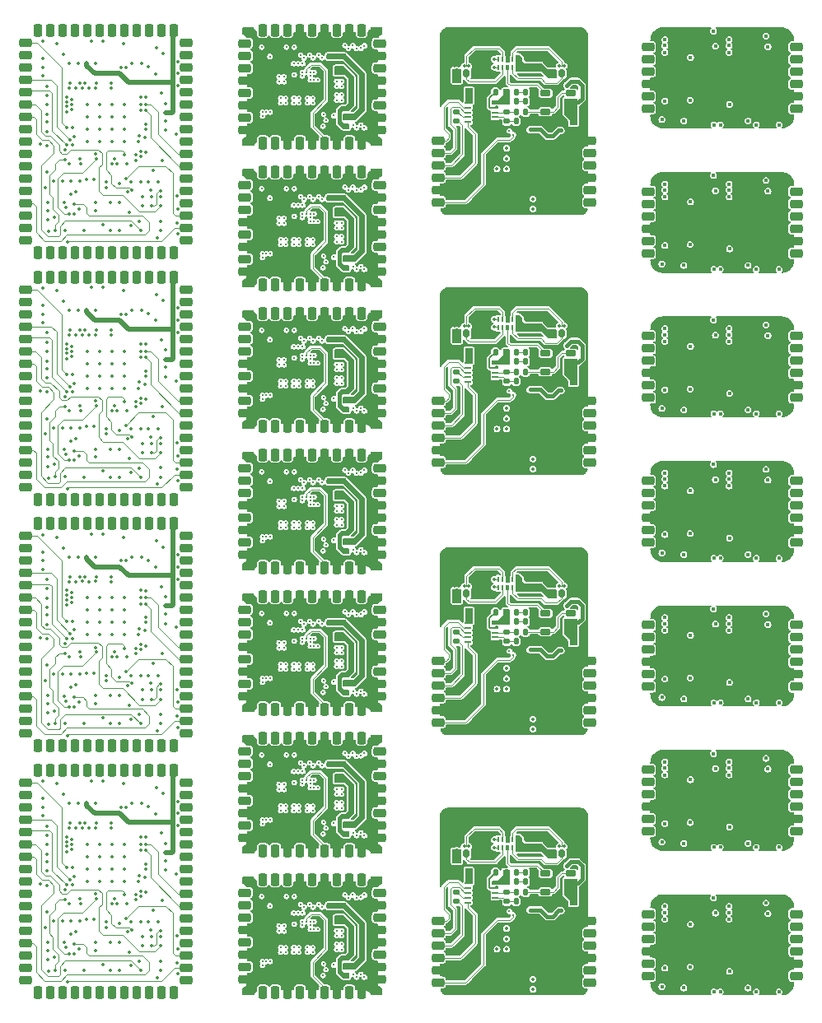
<source format=gbr>
%TF.GenerationSoftware,KiCad,Pcbnew,8.0.4*%
%TF.CreationDate,2024-12-12T16:30:21+01:00*%
%TF.ProjectId,Combined_Module_Panel,436f6d62-696e-4656-945f-4d6f64756c65,rev?*%
%TF.SameCoordinates,Original*%
%TF.FileFunction,Copper,L6,Bot*%
%TF.FilePolarity,Positive*%
%FSLAX46Y46*%
G04 Gerber Fmt 4.6, Leading zero omitted, Abs format (unit mm)*
G04 Created by KiCad (PCBNEW 8.0.4) date 2024-12-12 16:30:21*
%MOMM*%
%LPD*%
G01*
G04 APERTURE LIST*
G04 Aperture macros list*
%AMRoundRect*
0 Rectangle with rounded corners*
0 $1 Rounding radius*
0 $2 $3 $4 $5 $6 $7 $8 $9 X,Y pos of 4 corners*
0 Add a 4 corners polygon primitive as box body*
4,1,4,$2,$3,$4,$5,$6,$7,$8,$9,$2,$3,0*
0 Add four circle primitives for the rounded corners*
1,1,$1+$1,$2,$3*
1,1,$1+$1,$4,$5*
1,1,$1+$1,$6,$7*
1,1,$1+$1,$8,$9*
0 Add four rect primitives between the rounded corners*
20,1,$1+$1,$2,$3,$4,$5,0*
20,1,$1+$1,$4,$5,$6,$7,0*
20,1,$1+$1,$6,$7,$8,$9,0*
20,1,$1+$1,$8,$9,$2,$3,0*%
G04 Aperture macros list end*
%TA.AperFunction,CastellatedPad*%
%ADD10RoundRect,0.225000X-0.415000X0.225000X-0.415000X-0.225000X0.415000X-0.225000X0.415000X0.225000X0*%
%TD*%
%TA.AperFunction,CastellatedPad*%
%ADD11RoundRect,0.225000X0.415000X-0.225000X0.415000X0.225000X-0.415000X0.225000X-0.415000X-0.225000X0*%
%TD*%
%TA.AperFunction,CastellatedPad*%
%ADD12RoundRect,0.225000X0.225000X0.415000X-0.225000X0.415000X-0.225000X-0.415000X0.225000X-0.415000X0*%
%TD*%
%TA.AperFunction,CastellatedPad*%
%ADD13RoundRect,0.225000X-0.225000X-0.415000X0.225000X-0.415000X0.225000X0.415000X-0.225000X0.415000X0*%
%TD*%
%TA.AperFunction,HeatsinkPad*%
%ADD14C,0.400000*%
%TD*%
%TA.AperFunction,SMDPad,CuDef*%
%ADD15RoundRect,0.142500X0.142500X0.167500X-0.142500X0.167500X-0.142500X-0.167500X0.142500X-0.167500X0*%
%TD*%
%TA.AperFunction,SMDPad,CuDef*%
%ADD16RoundRect,0.050000X-0.050000X0.232500X-0.050000X-0.232500X0.050000X-0.232500X0.050000X0.232500X0*%
%TD*%
%TA.AperFunction,SMDPad,CuDef*%
%ADD17RoundRect,0.100000X-0.100000X0.182500X-0.100000X-0.182500X0.100000X-0.182500X0.100000X0.182500X0*%
%TD*%
%TA.AperFunction,SMDPad,CuDef*%
%ADD18RoundRect,0.142500X-0.167500X0.142500X-0.167500X-0.142500X0.167500X-0.142500X0.167500X0.142500X0*%
%TD*%
%TA.AperFunction,SMDPad,CuDef*%
%ADD19RoundRect,0.175000X-0.175000X-0.225000X0.175000X-0.225000X0.175000X0.225000X-0.175000X0.225000X0*%
%TD*%
%TA.AperFunction,SMDPad,CuDef*%
%ADD20RoundRect,0.137500X-0.137500X-0.262500X0.137500X-0.262500X0.137500X0.262500X-0.137500X0.262500X0*%
%TD*%
%TA.AperFunction,SMDPad,CuDef*%
%ADD21RoundRect,0.142500X0.167500X-0.142500X0.167500X0.142500X-0.167500X0.142500X-0.167500X-0.142500X0*%
%TD*%
%TA.AperFunction,SMDPad,CuDef*%
%ADD22RoundRect,0.142500X-0.142500X-0.167500X0.142500X-0.167500X0.142500X0.167500X-0.142500X0.167500X0*%
%TD*%
%TA.AperFunction,SMDPad,CuDef*%
%ADD23RoundRect,0.060000X0.240000X0.060000X-0.240000X0.060000X-0.240000X-0.060000X0.240000X-0.060000X0*%
%TD*%
%TA.AperFunction,SMDPad,CuDef*%
%ADD24RoundRect,0.105000X0.420000X1.170000X-0.420000X1.170000X-0.420000X-1.170000X0.420000X-1.170000X0*%
%TD*%
%TA.AperFunction,SMDPad,CuDef*%
%ADD25RoundRect,0.150000X-0.400000X-0.150000X0.400000X-0.150000X0.400000X0.150000X-0.400000X0.150000X0*%
%TD*%
%TA.AperFunction,ViaPad*%
%ADD26C,0.400000*%
%TD*%
%TA.AperFunction,ViaPad*%
%ADD27C,0.350000*%
%TD*%
%TA.AperFunction,ViaPad*%
%ADD28C,0.250000*%
%TD*%
%TA.AperFunction,Conductor*%
%ADD29C,0.120000*%
%TD*%
%TA.AperFunction,Conductor*%
%ADD30C,0.400000*%
%TD*%
%TA.AperFunction,Conductor*%
%ADD31C,0.500000*%
%TD*%
%TA.AperFunction,Conductor*%
%ADD32C,0.200000*%
%TD*%
%TA.AperFunction,Conductor*%
%ADD33C,0.100000*%
%TD*%
G04 APERTURE END LIST*
D10*
%TO.P,J8,1,+1V8*%
%TO.N,N/C*%
X172254162Y-69025833D03*
%TO.P,J8,2,GND*%
X172254162Y-67755833D03*
%TO.P,J8,3,FLASH_CLK*%
X172254162Y-66485833D03*
%TO.P,J8,4,~{FLASH_2_CS}*%
X172254162Y-65215833D03*
%TO.P,J8,5,~{FLASH_2_WP_(IO2)}*%
X172254162Y-63945833D03*
%TO.P,J8,6,~{FLASH_2_RST_(IO3)}*%
X172254162Y-62675833D03*
%TO.P,J8,7,~{FLASH_1_RST_(IO3)}*%
X157054162Y-62675833D03*
%TO.P,J8,8,~{FLASH_1_WP_(IO2)}*%
X157054162Y-63945833D03*
%TO.P,J8,9,~{FLASH_1_CS}*%
X157054162Y-65215833D03*
%TO.P,J8,10,GND*%
X157054162Y-66485833D03*
%TO.P,J8,11,FLASH_MISO_(IO1)*%
X157054162Y-67755833D03*
%TO.P,J8,12,FLASH_MOSI_(IO0)*%
X157054162Y-69025833D03*
%TD*%
%TO.P,J1,1,JTAG_TDO*%
%TO.N,N/C*%
X93065000Y-72735000D03*
%TO.P,J1,2,JTAG_TDI*%
X93065000Y-74005000D03*
%TO.P,J1,3,JTAG_TRST*%
X93065000Y-75275000D03*
%TO.P,J1,4,JTAG_TMS*%
X93065000Y-76545000D03*
%TO.P,J1,5,JTAG_TCK*%
X93065000Y-77815000D03*
%TO.P,J1,6,Manual_RST*%
X93065000Y-79085000D03*
%TO.P,J1,7,PMIC_nRST*%
X93065000Y-80355000D03*
%TO.P,J1,8,SOC_RST_OUT*%
X93065000Y-81625000D03*
D11*
%TO.P,J1,9,FLASH_MOSI*%
X93065000Y-82895000D03*
%TO.P,J1,10,FLASH_MISO*%
X93065000Y-84165000D03*
%TO.P,J1,11,FLASH_CS*%
X93065000Y-85435000D03*
%TO.P,J1,12,FLASH_nWP*%
X93065000Y-86705000D03*
%TO.P,J1,13,FLASH_nHLD_nRST*%
X93065000Y-87975000D03*
%TO.P,J1,14,FLASH_SCK*%
X93065000Y-89245000D03*
%TO.P,J1,15,I2C_SDA_HEEP*%
X93065000Y-90515000D03*
%TO.P,J1,16,I2C_SCL_HEEP*%
X93065000Y-91785000D03*
%TO.P,J1,17,GND*%
X93065000Y-93055000D03*
D12*
%TO.P,J1,18,+1V8*%
X94335000Y-94325000D03*
%TO.P,J1,19,VCORE*%
X95605000Y-94325000D03*
%TO.P,J1,20,GND*%
X96875000Y-94325000D03*
%TO.P,J1,21,UART_RX_HEEP*%
X98145000Y-94325000D03*
%TO.P,J1,22,UART_TX_HEEP*%
X99415000Y-94325000D03*
%TO.P,J1,23,SPI_MOSI_HEEP*%
X100685000Y-94325000D03*
D13*
%TO.P,J1,24,SPI_MISO_HEEP*%
X101955000Y-94325000D03*
%TO.P,J1,25,SPI_SD2_HEEP*%
X103225000Y-94325000D03*
%TO.P,J1,26,SPI_SD3_HEEP*%
X104495000Y-94325000D03*
%TO.P,J1,27,SPI_CS1_HEEP*%
X105765000Y-94325000D03*
%TO.P,J1,28,SPI_CS0_HEEP*%
X107035000Y-94325000D03*
%TO.P,J1,29,SPI_SCK_HEEP*%
X108305000Y-94325000D03*
D10*
%TO.P,J1,30,GND*%
X109575000Y-93055000D03*
%TO.P,J1,31,BOOT_SEL_EXT*%
X109575000Y-91785000D03*
%TO.P,J1,32,GPIO_23*%
X109575000Y-90515000D03*
%TO.P,J1,33,GPIO_22*%
X109575000Y-89245000D03*
%TO.P,J1,34,GPIO_21*%
X109575000Y-87975000D03*
%TO.P,J1,35,GPIO_20*%
X109575000Y-86705000D03*
%TO.P,J1,36,GPIO_19*%
X109575000Y-85435000D03*
%TO.P,J1,37,GPIO_18*%
X109575000Y-84165000D03*
%TO.P,J1,38,GPIO_17*%
X109575000Y-82895000D03*
%TO.P,J1,39,GPIO_16*%
X109575000Y-81625000D03*
%TO.P,J1,40,GPIO_15*%
X109575000Y-80355000D03*
%TO.P,J1,41,GPIO_14*%
X109575000Y-79085000D03*
D11*
%TO.P,J1,42,GPIO_13*%
X109575000Y-77815000D03*
%TO.P,J1,43,GPIO_12*%
X109575000Y-76545000D03*
%TO.P,J1,44,GPIO_11*%
X109575000Y-75275000D03*
%TO.P,J1,45,GPIO_10*%
X109575000Y-74005000D03*
%TO.P,J1,46,GPIO_9*%
X109575000Y-72735000D03*
D13*
%TO.P,J1,47,VCORE*%
X108305000Y-71465000D03*
%TO.P,J1,48,+1V8*%
X107035000Y-71465000D03*
%TO.P,J1,49,GND*%
X105765000Y-71465000D03*
%TO.P,J1,50,GPIO_8*%
X104495000Y-71465000D03*
%TO.P,J1,51,GPIO_7*%
X103225000Y-71465000D03*
D12*
%TO.P,J1,52,GPIO_6*%
X101955000Y-71465000D03*
%TO.P,J1,53,GPIO_5*%
X100685000Y-71465000D03*
%TO.P,J1,54,GPIO_4*%
X99415000Y-71465000D03*
%TO.P,J1,55,GPIO_3*%
X98145000Y-71465000D03*
%TO.P,J1,56,GPIO_2*%
X96875000Y-71465000D03*
%TO.P,J1,57,GPIO_1*%
X95605000Y-71465000D03*
%TO.P,J1,58,GPIO_0*%
X94335000Y-71465000D03*
%TD*%
D14*
%TO.P,U11,11,EPAD*%
%TO.N,N/C*%
X145901303Y-58277361D03*
X144951303Y-57702361D03*
X146851303Y-57702361D03*
X145901303Y-57127361D03*
%TD*%
D10*
%TO.P,J8,1,+1V8*%
%TO.N,N/C*%
X172254162Y-98755499D03*
%TO.P,J8,2,GND*%
X172254162Y-97485499D03*
%TO.P,J8,3,FLASH_CLK*%
X172254162Y-96215499D03*
%TO.P,J8,4,~{FLASH_2_CS}*%
X172254162Y-94945499D03*
%TO.P,J8,5,~{FLASH_2_WP_(IO2)}*%
X172254162Y-93675499D03*
%TO.P,J8,6,~{FLASH_2_RST_(IO3)}*%
X172254162Y-92405499D03*
%TO.P,J8,7,~{FLASH_1_RST_(IO3)}*%
X157054162Y-92405499D03*
%TO.P,J8,8,~{FLASH_1_WP_(IO2)}*%
X157054162Y-93675499D03*
%TO.P,J8,9,~{FLASH_1_CS}*%
X157054162Y-94945499D03*
%TO.P,J8,10,GND*%
X157054162Y-96215499D03*
%TO.P,J8,11,FLASH_MISO_(IO1)*%
X157054162Y-97485499D03*
%TO.P,J8,12,FLASH_MOSI_(IO0)*%
X157054162Y-98755499D03*
%TD*%
%TO.P,J8,1,+1V8*%
%TO.N,N/C*%
X172254162Y-83890666D03*
%TO.P,J8,2,GND*%
X172254162Y-82620666D03*
%TO.P,J8,3,FLASH_CLK*%
X172254162Y-81350666D03*
%TO.P,J8,4,~{FLASH_2_CS}*%
X172254162Y-80080666D03*
%TO.P,J8,5,~{FLASH_2_WP_(IO2)}*%
X172254162Y-78810666D03*
%TO.P,J8,6,~{FLASH_2_RST_(IO3)}*%
X172254162Y-77540666D03*
%TO.P,J8,7,~{FLASH_1_RST_(IO3)}*%
X157054162Y-77540666D03*
%TO.P,J8,8,~{FLASH_1_WP_(IO2)}*%
X157054162Y-78810666D03*
%TO.P,J8,9,~{FLASH_1_CS}*%
X157054162Y-80080666D03*
%TO.P,J8,10,GND*%
X157054162Y-81350666D03*
%TO.P,J8,11,FLASH_MISO_(IO1)*%
X157054162Y-82620666D03*
%TO.P,J8,12,FLASH_MOSI_(IO0)*%
X157054162Y-83890666D03*
%TD*%
%TO.P,J2,1,GPIO1*%
%TO.N,N/C*%
X115585500Y-47441000D03*
%TO.P,J2,2,GPIO0*%
X115585500Y-48711000D03*
%TO.P,J2,3,CHG_IN*%
X115585500Y-49981000D03*
%TO.P,J2,4,GND*%
X115585500Y-51251000D03*
%TO.P,J2,5,VSYS*%
X115585500Y-52521000D03*
%TO.P,J2,6,GND*%
X115585500Y-53791000D03*
%TO.P,J2,7,VBAT*%
X115585500Y-55061000D03*
%TO.P,J2,8,GND*%
X115585500Y-56331000D03*
D12*
%TO.P,J2,9,SDA*%
X117430500Y-57686000D03*
%TO.P,J2,10,SCL*%
X118700500Y-57686000D03*
%TO.P,J2,11,GND*%
X119970500Y-57686000D03*
%TO.P,J2,12,ALRT*%
X121240500Y-57686000D03*
%TO.P,J2,13,GND*%
X122510500Y-57686000D03*
%TO.P,J2,14,nEN*%
X123780500Y-57686000D03*
%TO.P,J2,15,GND*%
X125050500Y-57686000D03*
%TO.P,J2,16,AMUX*%
X126320500Y-57686000D03*
%TO.P,J2,17,GND*%
X127590500Y-57686000D03*
D10*
%TO.P,J2,18,GND*%
X129435500Y-56331000D03*
%TO.P,J2,19,GND*%
X129435500Y-55061000D03*
%TO.P,J2,20,AVCC*%
X129435500Y-53791000D03*
%TO.P,J2,21,GND*%
X129435500Y-52521000D03*
%TO.P,J2,22,GND*%
X129435500Y-51251000D03*
%TO.P,J2,23,VCORE*%
X129435500Y-49981000D03*
%TO.P,J2,24,GND*%
X129435500Y-48711000D03*
%TO.P,J2,25,+1V8*%
X129435500Y-47441000D03*
D12*
%TO.P,J2,26,VLDO0*%
X127590500Y-46086000D03*
%TO.P,J2,27,GND*%
X126320500Y-46086000D03*
%TO.P,J2,28,VLDO1*%
X125050500Y-46086000D03*
%TO.P,J2,29,GND*%
X123780500Y-46086000D03*
%TO.P,J2,30,VIO*%
X122510500Y-46086000D03*
%TO.P,J2,31,GND*%
X121240500Y-46086000D03*
%TO.P,J2,32,nRST*%
X119970500Y-46086000D03*
%TO.P,J2,33,nIRQ*%
X118700500Y-46086000D03*
%TO.P,J2,34,GPIO2*%
X117430500Y-46086000D03*
%TD*%
D10*
%TO.P,J1,1,JTAG_TDO*%
%TO.N,N/C*%
X93065000Y-123477000D03*
%TO.P,J1,2,JTAG_TDI*%
X93065000Y-124747000D03*
%TO.P,J1,3,JTAG_TRST*%
X93065000Y-126017000D03*
%TO.P,J1,4,JTAG_TMS*%
X93065000Y-127287000D03*
%TO.P,J1,5,JTAG_TCK*%
X93065000Y-128557000D03*
%TO.P,J1,6,Manual_RST*%
X93065000Y-129827000D03*
%TO.P,J1,7,PMIC_nRST*%
X93065000Y-131097000D03*
%TO.P,J1,8,SOC_RST_OUT*%
X93065000Y-132367000D03*
D11*
%TO.P,J1,9,FLASH_MOSI*%
X93065000Y-133637000D03*
%TO.P,J1,10,FLASH_MISO*%
X93065000Y-134907000D03*
%TO.P,J1,11,FLASH_CS*%
X93065000Y-136177000D03*
%TO.P,J1,12,FLASH_nWP*%
X93065000Y-137447000D03*
%TO.P,J1,13,FLASH_nHLD_nRST*%
X93065000Y-138717000D03*
%TO.P,J1,14,FLASH_SCK*%
X93065000Y-139987000D03*
%TO.P,J1,15,I2C_SDA_HEEP*%
X93065000Y-141257000D03*
%TO.P,J1,16,I2C_SCL_HEEP*%
X93065000Y-142527000D03*
%TO.P,J1,17,GND*%
X93065000Y-143797000D03*
D12*
%TO.P,J1,18,+1V8*%
X94335000Y-145067000D03*
%TO.P,J1,19,VCORE*%
X95605000Y-145067000D03*
%TO.P,J1,20,GND*%
X96875000Y-145067000D03*
%TO.P,J1,21,UART_RX_HEEP*%
X98145000Y-145067000D03*
%TO.P,J1,22,UART_TX_HEEP*%
X99415000Y-145067000D03*
%TO.P,J1,23,SPI_MOSI_HEEP*%
X100685000Y-145067000D03*
D13*
%TO.P,J1,24,SPI_MISO_HEEP*%
X101955000Y-145067000D03*
%TO.P,J1,25,SPI_SD2_HEEP*%
X103225000Y-145067000D03*
%TO.P,J1,26,SPI_SD3_HEEP*%
X104495000Y-145067000D03*
%TO.P,J1,27,SPI_CS1_HEEP*%
X105765000Y-145067000D03*
%TO.P,J1,28,SPI_CS0_HEEP*%
X107035000Y-145067000D03*
%TO.P,J1,29,SPI_SCK_HEEP*%
X108305000Y-145067000D03*
D10*
%TO.P,J1,30,GND*%
X109575000Y-143797000D03*
%TO.P,J1,31,BOOT_SEL_EXT*%
X109575000Y-142527000D03*
%TO.P,J1,32,GPIO_23*%
X109575000Y-141257000D03*
%TO.P,J1,33,GPIO_22*%
X109575000Y-139987000D03*
%TO.P,J1,34,GPIO_21*%
X109575000Y-138717000D03*
%TO.P,J1,35,GPIO_20*%
X109575000Y-137447000D03*
%TO.P,J1,36,GPIO_19*%
X109575000Y-136177000D03*
%TO.P,J1,37,GPIO_18*%
X109575000Y-134907000D03*
%TO.P,J1,38,GPIO_17*%
X109575000Y-133637000D03*
%TO.P,J1,39,GPIO_16*%
X109575000Y-132367000D03*
%TO.P,J1,40,GPIO_15*%
X109575000Y-131097000D03*
%TO.P,J1,41,GPIO_14*%
X109575000Y-129827000D03*
D11*
%TO.P,J1,42,GPIO_13*%
X109575000Y-128557000D03*
%TO.P,J1,43,GPIO_12*%
X109575000Y-127287000D03*
%TO.P,J1,44,GPIO_11*%
X109575000Y-126017000D03*
%TO.P,J1,45,GPIO_10*%
X109575000Y-124747000D03*
%TO.P,J1,46,GPIO_9*%
X109575000Y-123477000D03*
D13*
%TO.P,J1,47,VCORE*%
X108305000Y-122207000D03*
%TO.P,J1,48,+1V8*%
X107035000Y-122207000D03*
%TO.P,J1,49,GND*%
X105765000Y-122207000D03*
%TO.P,J1,50,GPIO_8*%
X104495000Y-122207000D03*
%TO.P,J1,51,GPIO_7*%
X103225000Y-122207000D03*
D12*
%TO.P,J1,52,GPIO_6*%
X101955000Y-122207000D03*
%TO.P,J1,53,GPIO_5*%
X100685000Y-122207000D03*
%TO.P,J1,54,GPIO_4*%
X99415000Y-122207000D03*
%TO.P,J1,55,GPIO_3*%
X98145000Y-122207000D03*
%TO.P,J1,56,GPIO_2*%
X96875000Y-122207000D03*
%TO.P,J1,57,GPIO_1*%
X95605000Y-122207000D03*
%TO.P,J1,58,GPIO_0*%
X94335000Y-122207000D03*
%TD*%
D14*
%TO.P,U11,11,EPAD*%
%TO.N,N/C*%
X145901303Y-85030661D03*
X144951303Y-84455661D03*
X146851303Y-84455661D03*
X145901303Y-83880661D03*
%TD*%
D11*
%TO.P,J7,1,~{ADC_CS}*%
%TO.N,N/C*%
X135446000Y-84173622D03*
%TO.P,J7,2,ADC_SCK*%
X135446000Y-85443622D03*
%TO.P,J7,3,ADC_MISO*%
X135446000Y-86713622D03*
%TO.P,J7,4,ADC_CONV*%
X135446000Y-87983622D03*
%TO.P,J7,5,GND*%
X135446000Y-89253622D03*
%TO.P,J7,6,ADC_EN*%
X135446000Y-90523622D03*
%TO.P,J7,7,+3V3*%
X151054162Y-90523622D03*
%TO.P,J7,8,+1V8*%
X151054162Y-89253622D03*
%TO.P,J7,9,GND*%
X151054162Y-87983622D03*
%TO.P,J7,10,MUX_A1*%
X151054162Y-86713622D03*
%TO.P,J7,11,MUX_A0*%
X151054162Y-85443622D03*
%TO.P,J7,12,GND*%
X151054162Y-84173622D03*
%TD*%
D10*
%TO.P,J8,1,+1V8*%
%TO.N,N/C*%
X172254162Y-54161000D03*
%TO.P,J8,2,GND*%
X172254162Y-52891000D03*
%TO.P,J8,3,FLASH_CLK*%
X172254162Y-51621000D03*
%TO.P,J8,4,~{FLASH_2_CS}*%
X172254162Y-50351000D03*
%TO.P,J8,5,~{FLASH_2_WP_(IO2)}*%
X172254162Y-49081000D03*
%TO.P,J8,6,~{FLASH_2_RST_(IO3)}*%
X172254162Y-47811000D03*
%TO.P,J8,7,~{FLASH_1_RST_(IO3)}*%
X157054162Y-47811000D03*
%TO.P,J8,8,~{FLASH_1_WP_(IO2)}*%
X157054162Y-49081000D03*
%TO.P,J8,9,~{FLASH_1_CS}*%
X157054162Y-50351000D03*
%TO.P,J8,10,GND*%
X157054162Y-51621000D03*
%TO.P,J8,11,FLASH_MISO_(IO1)*%
X157054162Y-52891000D03*
%TO.P,J8,12,FLASH_MOSI_(IO0)*%
X157054162Y-54161000D03*
%TD*%
%TO.P,J8,1,+1V8*%
%TO.N,N/C*%
X172254162Y-113620332D03*
%TO.P,J8,2,GND*%
X172254162Y-112350332D03*
%TO.P,J8,3,FLASH_CLK*%
X172254162Y-111080332D03*
%TO.P,J8,4,~{FLASH_2_CS}*%
X172254162Y-109810332D03*
%TO.P,J8,5,~{FLASH_2_WP_(IO2)}*%
X172254162Y-108540332D03*
%TO.P,J8,6,~{FLASH_2_RST_(IO3)}*%
X172254162Y-107270332D03*
%TO.P,J8,7,~{FLASH_1_RST_(IO3)}*%
X157054162Y-107270332D03*
%TO.P,J8,8,~{FLASH_1_WP_(IO2)}*%
X157054162Y-108540332D03*
%TO.P,J8,9,~{FLASH_1_CS}*%
X157054162Y-109810332D03*
%TO.P,J8,10,GND*%
X157054162Y-111080332D03*
%TO.P,J8,11,FLASH_MISO_(IO1)*%
X157054162Y-112350332D03*
%TO.P,J8,12,FLASH_MOSI_(IO0)*%
X157054162Y-113620332D03*
%TD*%
%TO.P,J2,1,GPIO1*%
%TO.N,N/C*%
X115585500Y-105689400D03*
%TO.P,J2,2,GPIO0*%
X115585500Y-106959400D03*
%TO.P,J2,3,CHG_IN*%
X115585500Y-108229400D03*
%TO.P,J2,4,GND*%
X115585500Y-109499400D03*
%TO.P,J2,5,VSYS*%
X115585500Y-110769400D03*
%TO.P,J2,6,GND*%
X115585500Y-112039400D03*
%TO.P,J2,7,VBAT*%
X115585500Y-113309400D03*
%TO.P,J2,8,GND*%
X115585500Y-114579400D03*
D12*
%TO.P,J2,9,SDA*%
X117430500Y-115934400D03*
%TO.P,J2,10,SCL*%
X118700500Y-115934400D03*
%TO.P,J2,11,GND*%
X119970500Y-115934400D03*
%TO.P,J2,12,ALRT*%
X121240500Y-115934400D03*
%TO.P,J2,13,GND*%
X122510500Y-115934400D03*
%TO.P,J2,14,nEN*%
X123780500Y-115934400D03*
%TO.P,J2,15,GND*%
X125050500Y-115934400D03*
%TO.P,J2,16,AMUX*%
X126320500Y-115934400D03*
%TO.P,J2,17,GND*%
X127590500Y-115934400D03*
D10*
%TO.P,J2,18,GND*%
X129435500Y-114579400D03*
%TO.P,J2,19,GND*%
X129435500Y-113309400D03*
%TO.P,J2,20,AVCC*%
X129435500Y-112039400D03*
%TO.P,J2,21,GND*%
X129435500Y-110769400D03*
%TO.P,J2,22,GND*%
X129435500Y-109499400D03*
%TO.P,J2,23,VCORE*%
X129435500Y-108229400D03*
%TO.P,J2,24,GND*%
X129435500Y-106959400D03*
%TO.P,J2,25,+1V8*%
X129435500Y-105689400D03*
D12*
%TO.P,J2,26,VLDO0*%
X127590500Y-104334400D03*
%TO.P,J2,27,GND*%
X126320500Y-104334400D03*
%TO.P,J2,28,VLDO1*%
X125050500Y-104334400D03*
%TO.P,J2,29,GND*%
X123780500Y-104334400D03*
%TO.P,J2,30,VIO*%
X122510500Y-104334400D03*
%TO.P,J2,31,GND*%
X121240500Y-104334400D03*
%TO.P,J2,32,nRST*%
X119970500Y-104334400D03*
%TO.P,J2,33,nIRQ*%
X118700500Y-104334400D03*
%TO.P,J2,34,GPIO2*%
X117430500Y-104334400D03*
%TD*%
D11*
%TO.P,J7,1,~{ADC_CS}*%
%TO.N,N/C*%
X135446000Y-57420322D03*
%TO.P,J7,2,ADC_SCK*%
X135446000Y-58690322D03*
%TO.P,J7,3,ADC_MISO*%
X135446000Y-59960322D03*
%TO.P,J7,4,ADC_CONV*%
X135446000Y-61230322D03*
%TO.P,J7,5,GND*%
X135446000Y-62500322D03*
%TO.P,J7,6,ADC_EN*%
X135446000Y-63770322D03*
%TO.P,J7,7,+3V3*%
X151054162Y-63770322D03*
%TO.P,J7,8,+1V8*%
X151054162Y-62500322D03*
%TO.P,J7,9,GND*%
X151054162Y-61230322D03*
%TO.P,J7,10,MUX_A1*%
X151054162Y-59960322D03*
%TO.P,J7,11,MUX_A0*%
X151054162Y-58690322D03*
%TO.P,J7,12,GND*%
X151054162Y-57420322D03*
%TD*%
D10*
%TO.P,J1,1,JTAG_TDO*%
%TO.N,N/C*%
X93065000Y-47364000D03*
%TO.P,J1,2,JTAG_TDI*%
X93065000Y-48634000D03*
%TO.P,J1,3,JTAG_TRST*%
X93065000Y-49904000D03*
%TO.P,J1,4,JTAG_TMS*%
X93065000Y-51174000D03*
%TO.P,J1,5,JTAG_TCK*%
X93065000Y-52444000D03*
%TO.P,J1,6,Manual_RST*%
X93065000Y-53714000D03*
%TO.P,J1,7,PMIC_nRST*%
X93065000Y-54984000D03*
%TO.P,J1,8,SOC_RST_OUT*%
X93065000Y-56254000D03*
D11*
%TO.P,J1,9,FLASH_MOSI*%
X93065000Y-57524000D03*
%TO.P,J1,10,FLASH_MISO*%
X93065000Y-58794000D03*
%TO.P,J1,11,FLASH_CS*%
X93065000Y-60064000D03*
%TO.P,J1,12,FLASH_nWP*%
X93065000Y-61334000D03*
%TO.P,J1,13,FLASH_nHLD_nRST*%
X93065000Y-62604000D03*
%TO.P,J1,14,FLASH_SCK*%
X93065000Y-63874000D03*
%TO.P,J1,15,I2C_SDA_HEEP*%
X93065000Y-65144000D03*
%TO.P,J1,16,I2C_SCL_HEEP*%
X93065000Y-66414000D03*
%TO.P,J1,17,GND*%
X93065000Y-67684000D03*
D12*
%TO.P,J1,18,+1V8*%
X94335000Y-68954000D03*
%TO.P,J1,19,VCORE*%
X95605000Y-68954000D03*
%TO.P,J1,20,GND*%
X96875000Y-68954000D03*
%TO.P,J1,21,UART_RX_HEEP*%
X98145000Y-68954000D03*
%TO.P,J1,22,UART_TX_HEEP*%
X99415000Y-68954000D03*
%TO.P,J1,23,SPI_MOSI_HEEP*%
X100685000Y-68954000D03*
D13*
%TO.P,J1,24,SPI_MISO_HEEP*%
X101955000Y-68954000D03*
%TO.P,J1,25,SPI_SD2_HEEP*%
X103225000Y-68954000D03*
%TO.P,J1,26,SPI_SD3_HEEP*%
X104495000Y-68954000D03*
%TO.P,J1,27,SPI_CS1_HEEP*%
X105765000Y-68954000D03*
%TO.P,J1,28,SPI_CS0_HEEP*%
X107035000Y-68954000D03*
%TO.P,J1,29,SPI_SCK_HEEP*%
X108305000Y-68954000D03*
D10*
%TO.P,J1,30,GND*%
X109575000Y-67684000D03*
%TO.P,J1,31,BOOT_SEL_EXT*%
X109575000Y-66414000D03*
%TO.P,J1,32,GPIO_23*%
X109575000Y-65144000D03*
%TO.P,J1,33,GPIO_22*%
X109575000Y-63874000D03*
%TO.P,J1,34,GPIO_21*%
X109575000Y-62604000D03*
%TO.P,J1,35,GPIO_20*%
X109575000Y-61334000D03*
%TO.P,J1,36,GPIO_19*%
X109575000Y-60064000D03*
%TO.P,J1,37,GPIO_18*%
X109575000Y-58794000D03*
%TO.P,J1,38,GPIO_17*%
X109575000Y-57524000D03*
%TO.P,J1,39,GPIO_16*%
X109575000Y-56254000D03*
%TO.P,J1,40,GPIO_15*%
X109575000Y-54984000D03*
%TO.P,J1,41,GPIO_14*%
X109575000Y-53714000D03*
D11*
%TO.P,J1,42,GPIO_13*%
X109575000Y-52444000D03*
%TO.P,J1,43,GPIO_12*%
X109575000Y-51174000D03*
%TO.P,J1,44,GPIO_11*%
X109575000Y-49904000D03*
%TO.P,J1,45,GPIO_10*%
X109575000Y-48634000D03*
%TO.P,J1,46,GPIO_9*%
X109575000Y-47364000D03*
D13*
%TO.P,J1,47,VCORE*%
X108305000Y-46094000D03*
%TO.P,J1,48,+1V8*%
X107035000Y-46094000D03*
%TO.P,J1,49,GND*%
X105765000Y-46094000D03*
%TO.P,J1,50,GPIO_8*%
X104495000Y-46094000D03*
%TO.P,J1,51,GPIO_7*%
X103225000Y-46094000D03*
D12*
%TO.P,J1,52,GPIO_6*%
X101955000Y-46094000D03*
%TO.P,J1,53,GPIO_5*%
X100685000Y-46094000D03*
%TO.P,J1,54,GPIO_4*%
X99415000Y-46094000D03*
%TO.P,J1,55,GPIO_3*%
X98145000Y-46094000D03*
%TO.P,J1,56,GPIO_2*%
X96875000Y-46094000D03*
%TO.P,J1,57,GPIO_1*%
X95605000Y-46094000D03*
%TO.P,J1,58,GPIO_0*%
X94335000Y-46094000D03*
%TD*%
D10*
%TO.P,J2,1,GPIO1*%
%TO.N,N/C*%
X115585500Y-120251500D03*
%TO.P,J2,2,GPIO0*%
X115585500Y-121521500D03*
%TO.P,J2,3,CHG_IN*%
X115585500Y-122791500D03*
%TO.P,J2,4,GND*%
X115585500Y-124061500D03*
%TO.P,J2,5,VSYS*%
X115585500Y-125331500D03*
%TO.P,J2,6,GND*%
X115585500Y-126601500D03*
%TO.P,J2,7,VBAT*%
X115585500Y-127871500D03*
%TO.P,J2,8,GND*%
X115585500Y-129141500D03*
D12*
%TO.P,J2,9,SDA*%
X117430500Y-130496500D03*
%TO.P,J2,10,SCL*%
X118700500Y-130496500D03*
%TO.P,J2,11,GND*%
X119970500Y-130496500D03*
%TO.P,J2,12,ALRT*%
X121240500Y-130496500D03*
%TO.P,J2,13,GND*%
X122510500Y-130496500D03*
%TO.P,J2,14,nEN*%
X123780500Y-130496500D03*
%TO.P,J2,15,GND*%
X125050500Y-130496500D03*
%TO.P,J2,16,AMUX*%
X126320500Y-130496500D03*
%TO.P,J2,17,GND*%
X127590500Y-130496500D03*
D10*
%TO.P,J2,18,GND*%
X129435500Y-129141500D03*
%TO.P,J2,19,GND*%
X129435500Y-127871500D03*
%TO.P,J2,20,AVCC*%
X129435500Y-126601500D03*
%TO.P,J2,21,GND*%
X129435500Y-125331500D03*
%TO.P,J2,22,GND*%
X129435500Y-124061500D03*
%TO.P,J2,23,VCORE*%
X129435500Y-122791500D03*
%TO.P,J2,24,GND*%
X129435500Y-121521500D03*
%TO.P,J2,25,+1V8*%
X129435500Y-120251500D03*
D12*
%TO.P,J2,26,VLDO0*%
X127590500Y-118896500D03*
%TO.P,J2,27,GND*%
X126320500Y-118896500D03*
%TO.P,J2,28,VLDO1*%
X125050500Y-118896500D03*
%TO.P,J2,29,GND*%
X123780500Y-118896500D03*
%TO.P,J2,30,VIO*%
X122510500Y-118896500D03*
%TO.P,J2,31,GND*%
X121240500Y-118896500D03*
%TO.P,J2,32,nRST*%
X119970500Y-118896500D03*
%TO.P,J2,33,nIRQ*%
X118700500Y-118896500D03*
%TO.P,J2,34,GPIO2*%
X117430500Y-118896500D03*
%TD*%
D11*
%TO.P,J7,1,~{ADC_CS}*%
%TO.N,N/C*%
X135446000Y-137696703D03*
%TO.P,J7,2,ADC_SCK*%
X135446000Y-138966703D03*
%TO.P,J7,3,ADC_MISO*%
X135446000Y-140236703D03*
%TO.P,J7,4,ADC_CONV*%
X135446000Y-141506703D03*
%TO.P,J7,5,GND*%
X135446000Y-142776703D03*
%TO.P,J7,6,ADC_EN*%
X135446000Y-144046703D03*
%TO.P,J7,7,+3V3*%
X151054162Y-144046703D03*
%TO.P,J7,8,+1V8*%
X151054162Y-142776703D03*
%TO.P,J7,9,GND*%
X151054162Y-141506703D03*
%TO.P,J7,10,MUX_A1*%
X151054162Y-140236703D03*
%TO.P,J7,11,MUX_A0*%
X151054162Y-138966703D03*
%TO.P,J7,12,GND*%
X151054162Y-137696703D03*
%TD*%
D10*
%TO.P,J8,1,+1V8*%
%TO.N,N/C*%
X172254162Y-143349998D03*
%TO.P,J8,2,GND*%
X172254162Y-142079998D03*
%TO.P,J8,3,FLASH_CLK*%
X172254162Y-140809998D03*
%TO.P,J8,4,~{FLASH_2_CS}*%
X172254162Y-139539998D03*
%TO.P,J8,5,~{FLASH_2_WP_(IO2)}*%
X172254162Y-138269998D03*
%TO.P,J8,6,~{FLASH_2_RST_(IO3)}*%
X172254162Y-136999998D03*
%TO.P,J8,7,~{FLASH_1_RST_(IO3)}*%
X157054162Y-136999998D03*
%TO.P,J8,8,~{FLASH_1_WP_(IO2)}*%
X157054162Y-138269998D03*
%TO.P,J8,9,~{FLASH_1_CS}*%
X157054162Y-139539998D03*
%TO.P,J8,10,GND*%
X157054162Y-140809998D03*
%TO.P,J8,11,FLASH_MISO_(IO1)*%
X157054162Y-142079998D03*
%TO.P,J8,12,FLASH_MOSI_(IO0)*%
X157054162Y-143349998D03*
%TD*%
%TO.P,J2,1,GPIO1*%
%TO.N,N/C*%
X115585500Y-76565200D03*
%TO.P,J2,2,GPIO0*%
X115585500Y-77835200D03*
%TO.P,J2,3,CHG_IN*%
X115585500Y-79105200D03*
%TO.P,J2,4,GND*%
X115585500Y-80375200D03*
%TO.P,J2,5,VSYS*%
X115585500Y-81645200D03*
%TO.P,J2,6,GND*%
X115585500Y-82915200D03*
%TO.P,J2,7,VBAT*%
X115585500Y-84185200D03*
%TO.P,J2,8,GND*%
X115585500Y-85455200D03*
D12*
%TO.P,J2,9,SDA*%
X117430500Y-86810200D03*
%TO.P,J2,10,SCL*%
X118700500Y-86810200D03*
%TO.P,J2,11,GND*%
X119970500Y-86810200D03*
%TO.P,J2,12,ALRT*%
X121240500Y-86810200D03*
%TO.P,J2,13,GND*%
X122510500Y-86810200D03*
%TO.P,J2,14,nEN*%
X123780500Y-86810200D03*
%TO.P,J2,15,GND*%
X125050500Y-86810200D03*
%TO.P,J2,16,AMUX*%
X126320500Y-86810200D03*
%TO.P,J2,17,GND*%
X127590500Y-86810200D03*
D10*
%TO.P,J2,18,GND*%
X129435500Y-85455200D03*
%TO.P,J2,19,GND*%
X129435500Y-84185200D03*
%TO.P,J2,20,AVCC*%
X129435500Y-82915200D03*
%TO.P,J2,21,GND*%
X129435500Y-81645200D03*
%TO.P,J2,22,GND*%
X129435500Y-80375200D03*
%TO.P,J2,23,VCORE*%
X129435500Y-79105200D03*
%TO.P,J2,24,GND*%
X129435500Y-77835200D03*
%TO.P,J2,25,+1V8*%
X129435500Y-76565200D03*
D12*
%TO.P,J2,26,VLDO0*%
X127590500Y-75210200D03*
%TO.P,J2,27,GND*%
X126320500Y-75210200D03*
%TO.P,J2,28,VLDO1*%
X125050500Y-75210200D03*
%TO.P,J2,29,GND*%
X123780500Y-75210200D03*
%TO.P,J2,30,VIO*%
X122510500Y-75210200D03*
%TO.P,J2,31,GND*%
X121240500Y-75210200D03*
%TO.P,J2,32,nRST*%
X119970500Y-75210200D03*
%TO.P,J2,33,nIRQ*%
X118700500Y-75210200D03*
%TO.P,J2,34,GPIO2*%
X117430500Y-75210200D03*
%TD*%
D10*
%TO.P,J8,1,+1V8*%
%TO.N,N/C*%
X172254162Y-128485165D03*
%TO.P,J8,2,GND*%
X172254162Y-127215165D03*
%TO.P,J8,3,FLASH_CLK*%
X172254162Y-125945165D03*
%TO.P,J8,4,~{FLASH_2_CS}*%
X172254162Y-124675165D03*
%TO.P,J8,5,~{FLASH_2_WP_(IO2)}*%
X172254162Y-123405165D03*
%TO.P,J8,6,~{FLASH_2_RST_(IO3)}*%
X172254162Y-122135165D03*
%TO.P,J8,7,~{FLASH_1_RST_(IO3)}*%
X157054162Y-122135165D03*
%TO.P,J8,8,~{FLASH_1_WP_(IO2)}*%
X157054162Y-123405165D03*
%TO.P,J8,9,~{FLASH_1_CS}*%
X157054162Y-124675165D03*
%TO.P,J8,10,GND*%
X157054162Y-125945165D03*
%TO.P,J8,11,FLASH_MISO_(IO1)*%
X157054162Y-127215165D03*
%TO.P,J8,12,FLASH_MOSI_(IO0)*%
X157054162Y-128485165D03*
%TD*%
%TO.P,J1,1,JTAG_TDO*%
%TO.N,N/C*%
X93065000Y-98106000D03*
%TO.P,J1,2,JTAG_TDI*%
X93065000Y-99376000D03*
%TO.P,J1,3,JTAG_TRST*%
X93065000Y-100646000D03*
%TO.P,J1,4,JTAG_TMS*%
X93065000Y-101916000D03*
%TO.P,J1,5,JTAG_TCK*%
X93065000Y-103186000D03*
%TO.P,J1,6,Manual_RST*%
X93065000Y-104456000D03*
%TO.P,J1,7,PMIC_nRST*%
X93065000Y-105726000D03*
%TO.P,J1,8,SOC_RST_OUT*%
X93065000Y-106996000D03*
D11*
%TO.P,J1,9,FLASH_MOSI*%
X93065000Y-108266000D03*
%TO.P,J1,10,FLASH_MISO*%
X93065000Y-109536000D03*
%TO.P,J1,11,FLASH_CS*%
X93065000Y-110806000D03*
%TO.P,J1,12,FLASH_nWP*%
X93065000Y-112076000D03*
%TO.P,J1,13,FLASH_nHLD_nRST*%
X93065000Y-113346000D03*
%TO.P,J1,14,FLASH_SCK*%
X93065000Y-114616000D03*
%TO.P,J1,15,I2C_SDA_HEEP*%
X93065000Y-115886000D03*
%TO.P,J1,16,I2C_SCL_HEEP*%
X93065000Y-117156000D03*
%TO.P,J1,17,GND*%
X93065000Y-118426000D03*
D12*
%TO.P,J1,18,+1V8*%
X94335000Y-119696000D03*
%TO.P,J1,19,VCORE*%
X95605000Y-119696000D03*
%TO.P,J1,20,GND*%
X96875000Y-119696000D03*
%TO.P,J1,21,UART_RX_HEEP*%
X98145000Y-119696000D03*
%TO.P,J1,22,UART_TX_HEEP*%
X99415000Y-119696000D03*
%TO.P,J1,23,SPI_MOSI_HEEP*%
X100685000Y-119696000D03*
D13*
%TO.P,J1,24,SPI_MISO_HEEP*%
X101955000Y-119696000D03*
%TO.P,J1,25,SPI_SD2_HEEP*%
X103225000Y-119696000D03*
%TO.P,J1,26,SPI_SD3_HEEP*%
X104495000Y-119696000D03*
%TO.P,J1,27,SPI_CS1_HEEP*%
X105765000Y-119696000D03*
%TO.P,J1,28,SPI_CS0_HEEP*%
X107035000Y-119696000D03*
%TO.P,J1,29,SPI_SCK_HEEP*%
X108305000Y-119696000D03*
D10*
%TO.P,J1,30,GND*%
X109575000Y-118426000D03*
%TO.P,J1,31,BOOT_SEL_EXT*%
X109575000Y-117156000D03*
%TO.P,J1,32,GPIO_23*%
X109575000Y-115886000D03*
%TO.P,J1,33,GPIO_22*%
X109575000Y-114616000D03*
%TO.P,J1,34,GPIO_21*%
X109575000Y-113346000D03*
%TO.P,J1,35,GPIO_20*%
X109575000Y-112076000D03*
%TO.P,J1,36,GPIO_19*%
X109575000Y-110806000D03*
%TO.P,J1,37,GPIO_18*%
X109575000Y-109536000D03*
%TO.P,J1,38,GPIO_17*%
X109575000Y-108266000D03*
%TO.P,J1,39,GPIO_16*%
X109575000Y-106996000D03*
%TO.P,J1,40,GPIO_15*%
X109575000Y-105726000D03*
%TO.P,J1,41,GPIO_14*%
X109575000Y-104456000D03*
D11*
%TO.P,J1,42,GPIO_13*%
X109575000Y-103186000D03*
%TO.P,J1,43,GPIO_12*%
X109575000Y-101916000D03*
%TO.P,J1,44,GPIO_11*%
X109575000Y-100646000D03*
%TO.P,J1,45,GPIO_10*%
X109575000Y-99376000D03*
%TO.P,J1,46,GPIO_9*%
X109575000Y-98106000D03*
D13*
%TO.P,J1,47,VCORE*%
X108305000Y-96836000D03*
%TO.P,J1,48,+1V8*%
X107035000Y-96836000D03*
%TO.P,J1,49,GND*%
X105765000Y-96836000D03*
%TO.P,J1,50,GPIO_8*%
X104495000Y-96836000D03*
%TO.P,J1,51,GPIO_7*%
X103225000Y-96836000D03*
D12*
%TO.P,J1,52,GPIO_6*%
X101955000Y-96836000D03*
%TO.P,J1,53,GPIO_5*%
X100685000Y-96836000D03*
%TO.P,J1,54,GPIO_4*%
X99415000Y-96836000D03*
%TO.P,J1,55,GPIO_3*%
X98145000Y-96836000D03*
%TO.P,J1,56,GPIO_2*%
X96875000Y-96836000D03*
%TO.P,J1,57,GPIO_1*%
X95605000Y-96836000D03*
%TO.P,J1,58,GPIO_0*%
X94335000Y-96836000D03*
%TD*%
D10*
%TO.P,J2,1,GPIO1*%
%TO.N,N/C*%
X115585500Y-62003100D03*
%TO.P,J2,2,GPIO0*%
X115585500Y-63273100D03*
%TO.P,J2,3,CHG_IN*%
X115585500Y-64543100D03*
%TO.P,J2,4,GND*%
X115585500Y-65813100D03*
%TO.P,J2,5,VSYS*%
X115585500Y-67083100D03*
%TO.P,J2,6,GND*%
X115585500Y-68353100D03*
%TO.P,J2,7,VBAT*%
X115585500Y-69623100D03*
%TO.P,J2,8,GND*%
X115585500Y-70893100D03*
D12*
%TO.P,J2,9,SDA*%
X117430500Y-72248100D03*
%TO.P,J2,10,SCL*%
X118700500Y-72248100D03*
%TO.P,J2,11,GND*%
X119970500Y-72248100D03*
%TO.P,J2,12,ALRT*%
X121240500Y-72248100D03*
%TO.P,J2,13,GND*%
X122510500Y-72248100D03*
%TO.P,J2,14,nEN*%
X123780500Y-72248100D03*
%TO.P,J2,15,GND*%
X125050500Y-72248100D03*
%TO.P,J2,16,AMUX*%
X126320500Y-72248100D03*
%TO.P,J2,17,GND*%
X127590500Y-72248100D03*
D10*
%TO.P,J2,18,GND*%
X129435500Y-70893100D03*
%TO.P,J2,19,GND*%
X129435500Y-69623100D03*
%TO.P,J2,20,AVCC*%
X129435500Y-68353100D03*
%TO.P,J2,21,GND*%
X129435500Y-67083100D03*
%TO.P,J2,22,GND*%
X129435500Y-65813100D03*
%TO.P,J2,23,VCORE*%
X129435500Y-64543100D03*
%TO.P,J2,24,GND*%
X129435500Y-63273100D03*
%TO.P,J2,25,+1V8*%
X129435500Y-62003100D03*
D12*
%TO.P,J2,26,VLDO0*%
X127590500Y-60648100D03*
%TO.P,J2,27,GND*%
X126320500Y-60648100D03*
%TO.P,J2,28,VLDO1*%
X125050500Y-60648100D03*
%TO.P,J2,29,GND*%
X123780500Y-60648100D03*
%TO.P,J2,30,VIO*%
X122510500Y-60648100D03*
%TO.P,J2,31,GND*%
X121240500Y-60648100D03*
%TO.P,J2,32,nRST*%
X119970500Y-60648100D03*
%TO.P,J2,33,nIRQ*%
X118700500Y-60648100D03*
%TO.P,J2,34,GPIO2*%
X117430500Y-60648100D03*
%TD*%
D14*
%TO.P,U11,11,EPAD*%
%TO.N,N/C*%
X145901303Y-138553742D03*
X144951303Y-137978742D03*
X146851303Y-137978742D03*
X145901303Y-137403742D03*
%TD*%
D10*
%TO.P,J2,1,GPIO1*%
%TO.N,N/C*%
X115585500Y-134813600D03*
%TO.P,J2,2,GPIO0*%
X115585500Y-136083600D03*
%TO.P,J2,3,CHG_IN*%
X115585500Y-137353600D03*
%TO.P,J2,4,GND*%
X115585500Y-138623600D03*
%TO.P,J2,5,VSYS*%
X115585500Y-139893600D03*
%TO.P,J2,6,GND*%
X115585500Y-141163600D03*
%TO.P,J2,7,VBAT*%
X115585500Y-142433600D03*
%TO.P,J2,8,GND*%
X115585500Y-143703600D03*
D12*
%TO.P,J2,9,SDA*%
X117430500Y-145058600D03*
%TO.P,J2,10,SCL*%
X118700500Y-145058600D03*
%TO.P,J2,11,GND*%
X119970500Y-145058600D03*
%TO.P,J2,12,ALRT*%
X121240500Y-145058600D03*
%TO.P,J2,13,GND*%
X122510500Y-145058600D03*
%TO.P,J2,14,nEN*%
X123780500Y-145058600D03*
%TO.P,J2,15,GND*%
X125050500Y-145058600D03*
%TO.P,J2,16,AMUX*%
X126320500Y-145058600D03*
%TO.P,J2,17,GND*%
X127590500Y-145058600D03*
D10*
%TO.P,J2,18,GND*%
X129435500Y-143703600D03*
%TO.P,J2,19,GND*%
X129435500Y-142433600D03*
%TO.P,J2,20,AVCC*%
X129435500Y-141163600D03*
%TO.P,J2,21,GND*%
X129435500Y-139893600D03*
%TO.P,J2,22,GND*%
X129435500Y-138623600D03*
%TO.P,J2,23,VCORE*%
X129435500Y-137353600D03*
%TO.P,J2,24,GND*%
X129435500Y-136083600D03*
%TO.P,J2,25,+1V8*%
X129435500Y-134813600D03*
D12*
%TO.P,J2,26,VLDO0*%
X127590500Y-133458600D03*
%TO.P,J2,27,GND*%
X126320500Y-133458600D03*
%TO.P,J2,28,VLDO1*%
X125050500Y-133458600D03*
%TO.P,J2,29,GND*%
X123780500Y-133458600D03*
%TO.P,J2,30,VIO*%
X122510500Y-133458600D03*
%TO.P,J2,31,GND*%
X121240500Y-133458600D03*
%TO.P,J2,32,nRST*%
X119970500Y-133458600D03*
%TO.P,J2,33,nIRQ*%
X118700500Y-133458600D03*
%TO.P,J2,34,GPIO2*%
X117430500Y-133458600D03*
%TD*%
D11*
%TO.P,J7,1,~{ADC_CS}*%
%TO.N,N/C*%
X135446000Y-110926922D03*
%TO.P,J7,2,ADC_SCK*%
X135446000Y-112196922D03*
%TO.P,J7,3,ADC_MISO*%
X135446000Y-113466922D03*
%TO.P,J7,4,ADC_CONV*%
X135446000Y-114736922D03*
%TO.P,J7,5,GND*%
X135446000Y-116006922D03*
%TO.P,J7,6,ADC_EN*%
X135446000Y-117276922D03*
%TO.P,J7,7,+3V3*%
X151054162Y-117276922D03*
%TO.P,J7,8,+1V8*%
X151054162Y-116006922D03*
%TO.P,J7,9,GND*%
X151054162Y-114736922D03*
%TO.P,J7,10,MUX_A1*%
X151054162Y-113466922D03*
%TO.P,J7,11,MUX_A0*%
X151054162Y-112196922D03*
%TO.P,J7,12,GND*%
X151054162Y-110926922D03*
%TD*%
D14*
%TO.P,U11,11,EPAD*%
%TO.N,N/C*%
X145901303Y-111783961D03*
X144951303Y-111208961D03*
X146851303Y-111208961D03*
X145901303Y-110633961D03*
%TD*%
D10*
%TO.P,J2,1,GPIO1*%
%TO.N,N/C*%
X115585500Y-91127300D03*
%TO.P,J2,2,GPIO0*%
X115585500Y-92397300D03*
%TO.P,J2,3,CHG_IN*%
X115585500Y-93667300D03*
%TO.P,J2,4,GND*%
X115585500Y-94937300D03*
%TO.P,J2,5,VSYS*%
X115585500Y-96207300D03*
%TO.P,J2,6,GND*%
X115585500Y-97477300D03*
%TO.P,J2,7,VBAT*%
X115585500Y-98747300D03*
%TO.P,J2,8,GND*%
X115585500Y-100017300D03*
D12*
%TO.P,J2,9,SDA*%
X117430500Y-101372300D03*
%TO.P,J2,10,SCL*%
X118700500Y-101372300D03*
%TO.P,J2,11,GND*%
X119970500Y-101372300D03*
%TO.P,J2,12,ALRT*%
X121240500Y-101372300D03*
%TO.P,J2,13,GND*%
X122510500Y-101372300D03*
%TO.P,J2,14,nEN*%
X123780500Y-101372300D03*
%TO.P,J2,15,GND*%
X125050500Y-101372300D03*
%TO.P,J2,16,AMUX*%
X126320500Y-101372300D03*
%TO.P,J2,17,GND*%
X127590500Y-101372300D03*
D10*
%TO.P,J2,18,GND*%
X129435500Y-100017300D03*
%TO.P,J2,19,GND*%
X129435500Y-98747300D03*
%TO.P,J2,20,AVCC*%
X129435500Y-97477300D03*
%TO.P,J2,21,GND*%
X129435500Y-96207300D03*
%TO.P,J2,22,GND*%
X129435500Y-94937300D03*
%TO.P,J2,23,VCORE*%
X129435500Y-93667300D03*
%TO.P,J2,24,GND*%
X129435500Y-92397300D03*
%TO.P,J2,25,+1V8*%
X129435500Y-91127300D03*
D12*
%TO.P,J2,26,VLDO0*%
X127590500Y-89772300D03*
%TO.P,J2,27,GND*%
X126320500Y-89772300D03*
%TO.P,J2,28,VLDO1*%
X125050500Y-89772300D03*
%TO.P,J2,29,GND*%
X123780500Y-89772300D03*
%TO.P,J2,30,VIO*%
X122510500Y-89772300D03*
%TO.P,J2,31,GND*%
X121240500Y-89772300D03*
%TO.P,J2,32,nRST*%
X119970500Y-89772300D03*
%TO.P,J2,33,nIRQ*%
X118700500Y-89772300D03*
%TO.P,J2,34,GPIO2*%
X117430500Y-89772300D03*
%TD*%
D15*
%TO.P,R20,1*%
%TO.N,N/C*%
X144420581Y-55439722D03*
%TO.P,R20,2*%
X143460581Y-55439722D03*
%TD*%
%TO.P,C47,1*%
%TO.N,N/C*%
X149345581Y-108981322D03*
%TO.P,C47,2*%
X148385581Y-108981322D03*
%TD*%
D16*
%TO.P,U12,1,A0*%
%TO.N,N/C*%
X141598059Y-129322603D03*
%TO.P,U12,2,S1*%
X142098059Y-129322603D03*
D17*
%TO.P,U12,3,GND*%
X142598059Y-129322603D03*
D16*
%TO.P,U12,4,S3*%
X143098059Y-129322603D03*
%TO.P,U12,5,EN*%
X143598059Y-129322603D03*
%TO.P,U12,6,VDD*%
X143598059Y-130157603D03*
%TO.P,U12,7,S4*%
X143098059Y-130157603D03*
D17*
%TO.P,U12,8,D*%
X142598059Y-130157603D03*
D16*
%TO.P,U12,9,S2*%
X142098059Y-130157603D03*
%TO.P,U12,10,A1*%
X141598059Y-130157603D03*
%TD*%
D18*
%TO.P,R21,1*%
%TO.N,N/C*%
X137325581Y-107986322D03*
%TO.P,R21,2*%
X137325581Y-108946322D03*
%TD*%
D19*
%TO.P,J6,1,1*%
%TO.N,N/C*%
X147136581Y-130790703D03*
%TO.P,J6,2,2*%
X148136581Y-130790703D03*
%TO.P,J6,3,3*%
X149136581Y-130790703D03*
D20*
%TO.P,J6,4,MH*%
X146111581Y-126790703D03*
X150161581Y-126790703D03*
%TD*%
D18*
%TO.P,R21,1*%
%TO.N,N/C*%
X137325581Y-54479722D03*
%TO.P,R21,2*%
X137325581Y-55439722D03*
%TD*%
D16*
%TO.P,U12,1,A0*%
%TO.N,N/C*%
X141598059Y-75799522D03*
%TO.P,U12,2,S1*%
X142098059Y-75799522D03*
D17*
%TO.P,U12,3,GND*%
X142598059Y-75799522D03*
D16*
%TO.P,U12,4,S3*%
X143098059Y-75799522D03*
%TO.P,U12,5,EN*%
X143598059Y-75799522D03*
%TO.P,U12,6,VDD*%
X143598059Y-76634522D03*
%TO.P,U12,7,S4*%
X143098059Y-76634522D03*
D17*
%TO.P,U12,8,D*%
X142598059Y-76634522D03*
D16*
%TO.P,U12,9,S2*%
X142098059Y-76634522D03*
%TO.P,U12,10,A1*%
X141598059Y-76634522D03*
%TD*%
D18*
%TO.P,C46,1*%
%TO.N,N/C*%
X142500581Y-134756103D03*
%TO.P,C46,2*%
X142500581Y-135716103D03*
%TD*%
D21*
%TO.P,C44,1*%
%TO.N,N/C*%
X144693381Y-130220103D03*
%TO.P,C44,2*%
X144693381Y-129260103D03*
%TD*%
D15*
%TO.P,R22,1*%
%TO.N,N/C*%
X144420581Y-107986322D03*
%TO.P,R22,2*%
X143460581Y-107986322D03*
%TD*%
D22*
%TO.P,C54,1*%
%TO.N,N/C*%
X144420581Y-80158022D03*
%TO.P,C54,2*%
X145380581Y-80158022D03*
%TD*%
D15*
%TO.P,C34,1*%
%TO.N,N/C*%
X141340581Y-79208022D03*
%TO.P,C34,2*%
X140380581Y-79208022D03*
%TD*%
D22*
%TO.P,R35,1*%
%TO.N,N/C*%
X142500581Y-105971322D03*
%TO.P,R35,2*%
X143460581Y-105971322D03*
%TD*%
%TO.P,C53,1*%
%TO.N,N/C*%
X144420581Y-52484722D03*
%TO.P,C53,2*%
X145380581Y-52484722D03*
%TD*%
D18*
%TO.P,R21,1*%
%TO.N,N/C*%
X137325581Y-81233022D03*
%TO.P,R21,2*%
X137325581Y-82193022D03*
%TD*%
D22*
%TO.P,R36,1*%
%TO.N,N/C*%
X142500581Y-53394722D03*
%TO.P,R36,2*%
X143460581Y-53394722D03*
%TD*%
D23*
%TO.P,U8,1,REF*%
%TO.N,N/C*%
X141315581Y-133811103D03*
%TO.P,U8,2,AVDD*%
X141315581Y-134311103D03*
%TO.P,U8,3,AINP*%
X141315581Y-134811103D03*
%TO.P,U8,4,AINN*%
X141315581Y-135311103D03*
%TO.P,U8,5,GND*%
X141315581Y-135811103D03*
%TO.P,U8,6,CONVST*%
X138515581Y-135811103D03*
%TO.P,U8,7,DOUT*%
X138515581Y-135311103D03*
%TO.P,U8,8,SCLK*%
X138515581Y-134811103D03*
%TO.P,U8,9,DIN*%
X138515581Y-134311103D03*
%TO.P,U8,10,DVDD*%
X138515581Y-133811103D03*
D14*
%TO.P,U8,11,EPAD*%
X139915581Y-135761103D03*
D24*
X139915581Y-134811103D03*
D14*
X139915581Y-133861103D03*
%TD*%
D15*
%TO.P,C47,1*%
%TO.N,N/C*%
X149345581Y-55474722D03*
%TO.P,C47,2*%
X148385581Y-55474722D03*
%TD*%
%TO.P,R22,1*%
%TO.N,N/C*%
X144420581Y-81233022D03*
%TO.P,R22,2*%
X143460581Y-81233022D03*
%TD*%
D21*
%TO.P,C44,1*%
%TO.N,N/C*%
X144693381Y-103450322D03*
%TO.P,C44,2*%
X144693381Y-102490322D03*
%TD*%
D19*
%TO.P,J4,1,1*%
%TO.N,N/C*%
X137363581Y-50514322D03*
%TO.P,J4,2,2*%
X138363581Y-50514322D03*
%TO.P,J4,3,3*%
X139363581Y-50514322D03*
D20*
%TO.P,J4,4,MH*%
X136338581Y-46514322D03*
X140388581Y-46514322D03*
%TD*%
D22*
%TO.P,C54,1*%
%TO.N,N/C*%
X144420581Y-106911322D03*
%TO.P,C54,2*%
X145380581Y-106911322D03*
%TD*%
D19*
%TO.P,J6,1,1*%
%TO.N,N/C*%
X147136581Y-104020922D03*
%TO.P,J6,2,2*%
X148136581Y-104020922D03*
%TO.P,J6,3,3*%
X149136581Y-104020922D03*
D20*
%TO.P,J6,4,MH*%
X146111581Y-100020922D03*
X150161581Y-100020922D03*
%TD*%
D25*
%TO.P,U13,1,VOUT*%
%TO.N,N/C*%
X146485581Y-107961322D03*
%TO.P,U13,2,V-*%
X146485581Y-107011322D03*
%TO.P,U13,3,+*%
X146485581Y-106061322D03*
%TO.P,U13,4,-*%
X149085581Y-106061322D03*
%TO.P,U13,5,~{SH}*%
X149085581Y-107011322D03*
%TO.P,U13,6,V+*%
X149085581Y-107961322D03*
%TD*%
D22*
%TO.P,R35,1*%
%TO.N,N/C*%
X142500581Y-132741103D03*
%TO.P,R35,2*%
X143460581Y-132741103D03*
%TD*%
%TO.P,R35,1*%
%TO.N,N/C*%
X142500581Y-52464722D03*
%TO.P,R35,2*%
X143460581Y-52464722D03*
%TD*%
%TO.P,R36,1*%
%TO.N,N/C*%
X142500581Y-106901322D03*
%TO.P,R36,2*%
X143460581Y-106901322D03*
%TD*%
%TO.P,C35,1*%
%TO.N,N/C*%
X138630581Y-105951322D03*
%TO.P,C35,2*%
X139590581Y-105951322D03*
%TD*%
D15*
%TO.P,R22,1*%
%TO.N,N/C*%
X144420581Y-54479722D03*
%TO.P,R22,2*%
X143460581Y-54479722D03*
%TD*%
%TO.P,C47,1*%
%TO.N,N/C*%
X149345581Y-82228022D03*
%TO.P,C47,2*%
X148385581Y-82228022D03*
%TD*%
D19*
%TO.P,J6,1,1*%
%TO.N,N/C*%
X147136581Y-77267622D03*
%TO.P,J6,2,2*%
X148136581Y-77267622D03*
%TO.P,J6,3,3*%
X149136581Y-77267622D03*
D20*
%TO.P,J6,4,MH*%
X146111581Y-73267622D03*
X150161581Y-73267622D03*
%TD*%
D19*
%TO.P,J4,1,1*%
%TO.N,N/C*%
X137363581Y-130790703D03*
%TO.P,J4,2,2*%
X138363581Y-130790703D03*
%TO.P,J4,3,3*%
X139363581Y-130790703D03*
D20*
%TO.P,J4,4,MH*%
X136338581Y-126790703D03*
X140388581Y-126790703D03*
%TD*%
D19*
%TO.P,J4,1,1*%
%TO.N,N/C*%
X137363581Y-104020922D03*
%TO.P,J4,2,2*%
X138363581Y-104020922D03*
%TO.P,J4,3,3*%
X139363581Y-104020922D03*
D20*
%TO.P,J4,4,MH*%
X136338581Y-100020922D03*
X140388581Y-100020922D03*
%TD*%
D15*
%TO.P,C34,1*%
%TO.N,N/C*%
X141340581Y-52454722D03*
%TO.P,C34,2*%
X140380581Y-52454722D03*
%TD*%
D21*
%TO.P,C44,1*%
%TO.N,N/C*%
X144693381Y-49943722D03*
%TO.P,C44,2*%
X144693381Y-48983722D03*
%TD*%
D25*
%TO.P,U13,1,VOUT*%
%TO.N,N/C*%
X146485581Y-81208022D03*
%TO.P,U13,2,V-*%
X146485581Y-80258022D03*
%TO.P,U13,3,+*%
X146485581Y-79308022D03*
%TO.P,U13,4,-*%
X149085581Y-79308022D03*
%TO.P,U13,5,~{SH}*%
X149085581Y-80258022D03*
%TO.P,U13,6,V+*%
X149085581Y-81208022D03*
%TD*%
D15*
%TO.P,C34,1*%
%TO.N,N/C*%
X141340581Y-105961322D03*
%TO.P,C34,2*%
X140380581Y-105961322D03*
%TD*%
D18*
%TO.P,C46,1*%
%TO.N,N/C*%
X142500581Y-81233022D03*
%TO.P,C46,2*%
X142500581Y-82193022D03*
%TD*%
D15*
%TO.P,C47,1*%
%TO.N,N/C*%
X149345581Y-135751103D03*
%TO.P,C47,2*%
X148385581Y-135751103D03*
%TD*%
D22*
%TO.P,C35,1*%
%TO.N,N/C*%
X138630581Y-132721103D03*
%TO.P,C35,2*%
X139590581Y-132721103D03*
%TD*%
%TO.P,R35,1*%
%TO.N,N/C*%
X142500581Y-79218022D03*
%TO.P,R35,2*%
X143460581Y-79218022D03*
%TD*%
%TO.P,C53,1*%
%TO.N,N/C*%
X144420581Y-79238022D03*
%TO.P,C53,2*%
X145380581Y-79238022D03*
%TD*%
D25*
%TO.P,U13,1,VOUT*%
%TO.N,N/C*%
X146485581Y-54454722D03*
%TO.P,U13,2,V-*%
X146485581Y-53504722D03*
%TO.P,U13,3,+*%
X146485581Y-52554722D03*
%TO.P,U13,4,-*%
X149085581Y-52554722D03*
%TO.P,U13,5,~{SH}*%
X149085581Y-53504722D03*
%TO.P,U13,6,V+*%
X149085581Y-54454722D03*
%TD*%
D22*
%TO.P,C53,1*%
%TO.N,N/C*%
X144420581Y-132761103D03*
%TO.P,C53,2*%
X145380581Y-132761103D03*
%TD*%
%TO.P,C54,1*%
%TO.N,N/C*%
X144420581Y-133681103D03*
%TO.P,C54,2*%
X145380581Y-133681103D03*
%TD*%
%TO.P,R36,1*%
%TO.N,N/C*%
X142500581Y-80148022D03*
%TO.P,R36,2*%
X143460581Y-80148022D03*
%TD*%
%TO.P,C54,1*%
%TO.N,N/C*%
X144420581Y-53404722D03*
%TO.P,C54,2*%
X145380581Y-53404722D03*
%TD*%
D19*
%TO.P,J4,1,1*%
%TO.N,N/C*%
X137363581Y-77267622D03*
%TO.P,J4,2,2*%
X138363581Y-77267622D03*
%TO.P,J4,3,3*%
X139363581Y-77267622D03*
D20*
%TO.P,J4,4,MH*%
X136338581Y-73267622D03*
X140388581Y-73267622D03*
%TD*%
D16*
%TO.P,U12,1,A0*%
%TO.N,N/C*%
X141598059Y-102552822D03*
%TO.P,U12,2,S1*%
X142098059Y-102552822D03*
D17*
%TO.P,U12,3,GND*%
X142598059Y-102552822D03*
D16*
%TO.P,U12,4,S3*%
X143098059Y-102552822D03*
%TO.P,U12,5,EN*%
X143598059Y-102552822D03*
%TO.P,U12,6,VDD*%
X143598059Y-103387822D03*
%TO.P,U12,7,S4*%
X143098059Y-103387822D03*
D17*
%TO.P,U12,8,D*%
X142598059Y-103387822D03*
D16*
%TO.P,U12,9,S2*%
X142098059Y-103387822D03*
%TO.P,U12,10,A1*%
X141598059Y-103387822D03*
%TD*%
D21*
%TO.P,C44,1*%
%TO.N,N/C*%
X144693381Y-76697022D03*
%TO.P,C44,2*%
X144693381Y-75737022D03*
%TD*%
D25*
%TO.P,U13,1,VOUT*%
%TO.N,N/C*%
X146485581Y-134731103D03*
%TO.P,U13,2,V-*%
X146485581Y-133781103D03*
%TO.P,U13,3,+*%
X146485581Y-132831103D03*
%TO.P,U13,4,-*%
X149085581Y-132831103D03*
%TO.P,U13,5,~{SH}*%
X149085581Y-133781103D03*
%TO.P,U13,6,V+*%
X149085581Y-134731103D03*
%TD*%
D15*
%TO.P,C34,1*%
%TO.N,N/C*%
X141340581Y-132731103D03*
%TO.P,C34,2*%
X140380581Y-132731103D03*
%TD*%
D18*
%TO.P,C46,1*%
%TO.N,N/C*%
X142500581Y-54479722D03*
%TO.P,C46,2*%
X142500581Y-55439722D03*
%TD*%
%TO.P,C46,1*%
%TO.N,N/C*%
X142500581Y-107986322D03*
%TO.P,C46,2*%
X142500581Y-108946322D03*
%TD*%
D23*
%TO.P,U8,1,REF*%
%TO.N,N/C*%
X141315581Y-107041322D03*
%TO.P,U8,2,AVDD*%
X141315581Y-107541322D03*
%TO.P,U8,3,AINP*%
X141315581Y-108041322D03*
%TO.P,U8,4,AINN*%
X141315581Y-108541322D03*
%TO.P,U8,5,GND*%
X141315581Y-109041322D03*
%TO.P,U8,6,CONVST*%
X138515581Y-109041322D03*
%TO.P,U8,7,DOUT*%
X138515581Y-108541322D03*
%TO.P,U8,8,SCLK*%
X138515581Y-108041322D03*
%TO.P,U8,9,DIN*%
X138515581Y-107541322D03*
%TO.P,U8,10,DVDD*%
X138515581Y-107041322D03*
D14*
%TO.P,U8,11,EPAD*%
X139915581Y-108991322D03*
D24*
X139915581Y-108041322D03*
D14*
X139915581Y-107091322D03*
%TD*%
D15*
%TO.P,R22,1*%
%TO.N,N/C*%
X144420581Y-134756103D03*
%TO.P,R22,2*%
X143460581Y-134756103D03*
%TD*%
D19*
%TO.P,J6,1,1*%
%TO.N,N/C*%
X147136581Y-50514322D03*
%TO.P,J6,2,2*%
X148136581Y-50514322D03*
%TO.P,J6,3,3*%
X149136581Y-50514322D03*
D20*
%TO.P,J6,4,MH*%
X146111581Y-46514322D03*
X150161581Y-46514322D03*
%TD*%
D15*
%TO.P,R20,1*%
%TO.N,N/C*%
X144420581Y-82193022D03*
%TO.P,R20,2*%
X143460581Y-82193022D03*
%TD*%
%TO.P,R20,1*%
%TO.N,N/C*%
X144420581Y-135716103D03*
%TO.P,R20,2*%
X143460581Y-135716103D03*
%TD*%
D16*
%TO.P,U12,1,A0*%
%TO.N,N/C*%
X141598059Y-49046222D03*
%TO.P,U12,2,S1*%
X142098059Y-49046222D03*
D17*
%TO.P,U12,3,GND*%
X142598059Y-49046222D03*
D16*
%TO.P,U12,4,S3*%
X143098059Y-49046222D03*
%TO.P,U12,5,EN*%
X143598059Y-49046222D03*
%TO.P,U12,6,VDD*%
X143598059Y-49881222D03*
%TO.P,U12,7,S4*%
X143098059Y-49881222D03*
D17*
%TO.P,U12,8,D*%
X142598059Y-49881222D03*
D16*
%TO.P,U12,9,S2*%
X142098059Y-49881222D03*
%TO.P,U12,10,A1*%
X141598059Y-49881222D03*
%TD*%
D15*
%TO.P,R20,1*%
%TO.N,N/C*%
X144420581Y-108946322D03*
%TO.P,R20,2*%
X143460581Y-108946322D03*
%TD*%
D18*
%TO.P,R21,1*%
%TO.N,N/C*%
X137325581Y-134756103D03*
%TO.P,R21,2*%
X137325581Y-135716103D03*
%TD*%
D22*
%TO.P,C35,1*%
%TO.N,N/C*%
X138630581Y-79198022D03*
%TO.P,C35,2*%
X139590581Y-79198022D03*
%TD*%
%TO.P,C53,1*%
%TO.N,N/C*%
X144420581Y-105991322D03*
%TO.P,C53,2*%
X145380581Y-105991322D03*
%TD*%
%TO.P,R36,1*%
%TO.N,N/C*%
X142500581Y-133671103D03*
%TO.P,R36,2*%
X143460581Y-133671103D03*
%TD*%
D23*
%TO.P,U8,1,REF*%
%TO.N,N/C*%
X141315581Y-80288022D03*
%TO.P,U8,2,AVDD*%
X141315581Y-80788022D03*
%TO.P,U8,3,AINP*%
X141315581Y-81288022D03*
%TO.P,U8,4,AINN*%
X141315581Y-81788022D03*
%TO.P,U8,5,GND*%
X141315581Y-82288022D03*
%TO.P,U8,6,CONVST*%
X138515581Y-82288022D03*
%TO.P,U8,7,DOUT*%
X138515581Y-81788022D03*
%TO.P,U8,8,SCLK*%
X138515581Y-81288022D03*
%TO.P,U8,9,DIN*%
X138515581Y-80788022D03*
%TO.P,U8,10,DVDD*%
X138515581Y-80288022D03*
D14*
%TO.P,U8,11,EPAD*%
X139915581Y-82238022D03*
D24*
X139915581Y-81288022D03*
D14*
X139915581Y-80338022D03*
%TD*%
D22*
%TO.P,C35,1*%
%TO.N,N/C*%
X138630581Y-52444722D03*
%TO.P,C35,2*%
X139590581Y-52444722D03*
%TD*%
D23*
%TO.P,U8,1,REF*%
%TO.N,N/C*%
X141315581Y-53534722D03*
%TO.P,U8,2,AVDD*%
X141315581Y-54034722D03*
%TO.P,U8,3,AINP*%
X141315581Y-54534722D03*
%TO.P,U8,4,AINN*%
X141315581Y-55034722D03*
%TO.P,U8,5,GND*%
X141315581Y-55534722D03*
%TO.P,U8,6,CONVST*%
X138515581Y-55534722D03*
%TO.P,U8,7,DOUT*%
X138515581Y-55034722D03*
%TO.P,U8,8,SCLK*%
X138515581Y-54534722D03*
%TO.P,U8,9,DIN*%
X138515581Y-54034722D03*
%TO.P,U8,10,DVDD*%
X138515581Y-53534722D03*
D14*
%TO.P,U8,11,EPAD*%
X139915581Y-55484722D03*
D24*
X139915581Y-54534722D03*
D14*
X139915581Y-53584722D03*
%TD*%
D26*
%TO.N,*%
X160787495Y-111445332D03*
D27*
X143906000Y-115966650D03*
X148104503Y-109877600D03*
X100304000Y-102297000D03*
X148104503Y-115821322D03*
X98912500Y-52048250D03*
D28*
X117485500Y-65398100D03*
D27*
X138706000Y-126486431D03*
D26*
X163804162Y-55813500D03*
D28*
X142770581Y-83587261D03*
D27*
X139356000Y-46860050D03*
D28*
X121148000Y-67610600D03*
D27*
X149017665Y-51431829D03*
X95224000Y-78168000D03*
D28*
X124098000Y-92309800D03*
D27*
X149106000Y-140786431D03*
X95101000Y-138377000D03*
X100685000Y-105726000D03*
X104876000Y-117421000D03*
X140495581Y-129311103D03*
X97129000Y-135542000D03*
X104876000Y-58540000D03*
D28*
X125863000Y-142236100D03*
D26*
X160704162Y-129737665D03*
D28*
X123673000Y-98434800D03*
X122023000Y-67610600D03*
D27*
X97256000Y-134018000D03*
X138604907Y-49763707D03*
D28*
X117985500Y-109634400D03*
D27*
X96911000Y-73965000D03*
X95363000Y-139925000D03*
D26*
X169154162Y-91257999D03*
D27*
X146111581Y-126790703D03*
X97764000Y-79085000D03*
X94843000Y-49015000D03*
X95441000Y-142877000D03*
D26*
X161820828Y-81715666D03*
D27*
X138635581Y-89162900D03*
X143906000Y-46210050D03*
X103225000Y-106996000D03*
D28*
X121683000Y-136306100D03*
D27*
X96041000Y-65364000D03*
X98231750Y-102806000D03*
D26*
X161820828Y-141174998D03*
D28*
X119248000Y-126359000D03*
X122573000Y-67610600D03*
D27*
X103501000Y-113471000D03*
X136106000Y-51410050D03*
X100212000Y-140743000D03*
X145206000Y-47510050D03*
X147374907Y-130040088D03*
X143450581Y-139552981D03*
D26*
X158754162Y-142552498D03*
D27*
X105087000Y-63221000D03*
X138706000Y-127136431D03*
D26*
X161354162Y-68128333D03*
D27*
X103225000Y-104456000D03*
X146506000Y-47510050D03*
X97764000Y-129319000D03*
X99028000Y-92050000D03*
D28*
X118148000Y-136151100D03*
X118423000Y-82522700D03*
D27*
X99593250Y-52053500D03*
D28*
X122573000Y-111296900D03*
D26*
X164554162Y-61028333D03*
D27*
X108671000Y-140587000D03*
D28*
X122698000Y-124009000D03*
D26*
X167304162Y-55413500D03*
D27*
X150406000Y-128436431D03*
D26*
X163954162Y-62578333D03*
D28*
X127058000Y-56133500D03*
D27*
X137130958Y-131561103D03*
D26*
X165354162Y-136852498D03*
D27*
X148104503Y-60345000D03*
X104876000Y-105091000D03*
X150406000Y-49460050D03*
X146900958Y-130040088D03*
D26*
X167470829Y-110445332D03*
D28*
X120598000Y-82172700D03*
D27*
X94843000Y-47237000D03*
X149756000Y-101016650D03*
D28*
X122023000Y-82672700D03*
X119585500Y-50836000D03*
D27*
X99415000Y-133637000D03*
D28*
X120598000Y-54648500D03*
X121898000Y-50798500D03*
D27*
X138706000Y-127786431D03*
X99415000Y-105726000D03*
X148104503Y-56371000D03*
X140380581Y-132731103D03*
X144556000Y-100366650D03*
D28*
X121148000Y-54648500D03*
D27*
X143450581Y-84961500D03*
D28*
X123623000Y-55948500D03*
D26*
X159754162Y-81715666D03*
D27*
X136756000Y-129086431D03*
D28*
X117985500Y-50836000D03*
D26*
X158754162Y-97957999D03*
D27*
X148385581Y-82228022D03*
X149106000Y-117916650D03*
D28*
X120598000Y-140421100D03*
D27*
X103176000Y-84300000D03*
X136756000Y-115316650D03*
X140006000Y-63760050D03*
D26*
X158754162Y-106497829D03*
D27*
X150406000Y-55310050D03*
X103225000Y-79085000D03*
D28*
X121148000Y-127459000D03*
D27*
X104751000Y-133037000D03*
D26*
X168504162Y-79715666D03*
D28*
X125023000Y-93609800D03*
X120598000Y-55148500D03*
X122023000Y-82172700D03*
D27*
X105384000Y-130462000D03*
X95224000Y-134046000D03*
D28*
X121323000Y-63185600D03*
D27*
X104368000Y-109663000D03*
D28*
X122298000Y-94484800D03*
X122248000Y-121434000D03*
X117985500Y-65948100D03*
D27*
X150406000Y-129086431D03*
D28*
X123098000Y-94884800D03*
X122298000Y-138171100D03*
X122573000Y-111796900D03*
D27*
X141306000Y-126486431D03*
X99841000Y-72555000D03*
D28*
X117485500Y-65948100D03*
D26*
X159754162Y-66850833D03*
X165354162Y-78093166D03*
D28*
X127873000Y-76797700D03*
D27*
X148104503Y-114872200D03*
X148385581Y-135751103D03*
D28*
X121498000Y-50798500D03*
X117485500Y-109634400D03*
X119798000Y-111296900D03*
D27*
X147806000Y-47510050D03*
D28*
X120673000Y-120629000D03*
D27*
X98625000Y-137701000D03*
D26*
X158754162Y-47038497D03*
D27*
X149756000Y-140786431D03*
X149640005Y-105424435D03*
D28*
X142770581Y-56833961D03*
X121148000Y-111296900D03*
D27*
X106937000Y-139334000D03*
D28*
X117798000Y-54523500D03*
D27*
X95877000Y-86959000D03*
X103225000Y-131097000D03*
X140388581Y-100020922D03*
X103225000Y-81625000D03*
D26*
X162854162Y-51986000D03*
X158754162Y-47663500D03*
D27*
X145856000Y-127786431D03*
D26*
X160787495Y-81715666D03*
D27*
X142500581Y-132741103D03*
X95363000Y-63812000D03*
D28*
X125023000Y-137846100D03*
D27*
X103851000Y-66204000D03*
D28*
X125523000Y-50473500D03*
D27*
X137130958Y-76517007D03*
X141306000Y-99716650D03*
X141500581Y-139552981D03*
X98498000Y-125636000D03*
X101828000Y-51555000D03*
D28*
X120673000Y-62380600D03*
D27*
X138056000Y-73613350D03*
D28*
X121898000Y-64960600D03*
D27*
X146900958Y-76517007D03*
X97553000Y-141080000D03*
X150406000Y-76863350D03*
X136106000Y-52710050D03*
X144556000Y-46210050D03*
X148104503Y-142591103D03*
X141225581Y-49074722D03*
X142606000Y-46210050D03*
X107416000Y-56381000D03*
D28*
X122298000Y-109046900D03*
D26*
X159754162Y-94580499D03*
D28*
X125023000Y-139246100D03*
D27*
X143256000Y-99716650D03*
X141956000Y-126486431D03*
X145206000Y-127786431D03*
X149756000Y-128436431D03*
X142490581Y-87098300D03*
X148104503Y-140621381D03*
X97256000Y-81498000D03*
D28*
X118323000Y-77097700D03*
X120598000Y-98334800D03*
D27*
X99841000Y-97926000D03*
D28*
X126223000Y-77097700D03*
D27*
X137406000Y-116616650D03*
X104876000Y-134653000D03*
X148104503Y-113851600D03*
D28*
X123623000Y-70510600D03*
D27*
X97891000Y-106869000D03*
X97256000Y-79847000D03*
D26*
X169154162Y-61528333D03*
D28*
X126698000Y-99509800D03*
D27*
X95363000Y-89183000D03*
D28*
X125523000Y-123284000D03*
D27*
X136106000Y-102966650D03*
D28*
X125023000Y-140646100D03*
X125523000Y-82397700D03*
D27*
X99841000Y-47184000D03*
X141500581Y-80744622D03*
X103501000Y-88100000D03*
D28*
X119085500Y-65398100D03*
D27*
X139590581Y-52444722D03*
X104726000Y-116496000D03*
X104876000Y-109282000D03*
D26*
X165354162Y-121987665D03*
X163754162Y-75893166D03*
D27*
X141225581Y-130151103D03*
D28*
X125523000Y-96409800D03*
D27*
X142606000Y-127136431D03*
X96261000Y-72865000D03*
X106121000Y-60464000D03*
D28*
X123923000Y-55348500D03*
D27*
X105384000Y-81625000D03*
D28*
X119798000Y-54648500D03*
X126223000Y-62535600D03*
X125523000Y-137296100D03*
X125023000Y-51323500D03*
D26*
X162854162Y-66850833D03*
D27*
X95224000Y-105472000D03*
X150406000Y-101666650D03*
D26*
X161404162Y-123187665D03*
D27*
X97164000Y-64348000D03*
D28*
X121073000Y-93209800D03*
X126223000Y-142546100D03*
D27*
X97256000Y-78831000D03*
X105384000Y-105091000D03*
X102463000Y-59810000D03*
X103352000Y-100646000D03*
X143906000Y-62460050D03*
X102844000Y-49904000D03*
D26*
X159754162Y-49986000D03*
D27*
X102701000Y-87250000D03*
D26*
X165404162Y-113172832D03*
D27*
X100304000Y-84673000D03*
D26*
X162854162Y-111445332D03*
D27*
X108691000Y-143167000D03*
X106441000Y-75935000D03*
X98720000Y-59810000D03*
X150406000Y-127786431D03*
X136106000Y-132986431D03*
X96911000Y-124707000D03*
D28*
X122573000Y-140921100D03*
D27*
X108741000Y-127917000D03*
D28*
X121523000Y-49523500D03*
D26*
X166437496Y-110445332D03*
D28*
X125523000Y-80997700D03*
D27*
X104651000Y-133637000D03*
X106937000Y-141832000D03*
D28*
X127048000Y-77097700D03*
D27*
X100304000Y-76926000D03*
X138056000Y-46210050D03*
D28*
X122573000Y-97234800D03*
X121148000Y-53548500D03*
D27*
X148456000Y-74263350D03*
X105003000Y-49523000D03*
D26*
X160704162Y-85143166D03*
D27*
X142495581Y-79678022D03*
D28*
X125523000Y-80447700D03*
D27*
X148670380Y-78509198D03*
X149017665Y-78185129D03*
D26*
X166437496Y-109445332D03*
D27*
X143906000Y-142736431D03*
D28*
X117963000Y-47663500D03*
D27*
X96118000Y-117396000D03*
X99415000Y-104456000D03*
D28*
X125523000Y-81847700D03*
D27*
X96261000Y-123607000D03*
X149756000Y-114016650D03*
X141225581Y-103381322D03*
D28*
X125523000Y-51323500D03*
X121148000Y-69710600D03*
D27*
X103479000Y-110552000D03*
X137406000Y-63110050D03*
X142606000Y-73613350D03*
D28*
X117398000Y-141896100D03*
X121498000Y-79522700D03*
D27*
X104876000Y-79085000D03*
X97256000Y-53935003D03*
X98053000Y-90338000D03*
D28*
X121323000Y-135996100D03*
D27*
X148104503Y-62314722D03*
D26*
X168504162Y-126310165D03*
D27*
X100274000Y-52043000D03*
X139356000Y-127786431D03*
D28*
X125023000Y-65035600D03*
D27*
X95363000Y-115372000D03*
X136106000Y-131036431D03*
X101955000Y-129827000D03*
X100051000Y-137567000D03*
X97256000Y-105218000D03*
X143450581Y-59276600D03*
X104368000Y-84292000D03*
X94843000Y-126017000D03*
D28*
X121148000Y-98834800D03*
X117318000Y-91504800D03*
D26*
X169537496Y-141174998D03*
D28*
X119798000Y-53048500D03*
X125523000Y-67285600D03*
D27*
X146506000Y-101016650D03*
X142606000Y-99716650D03*
D26*
X167470829Y-95580499D03*
D28*
X124458000Y-121744000D03*
D27*
X95101000Y-87635000D03*
X96118000Y-66654000D03*
X146900958Y-49763707D03*
D28*
X123528000Y-63495600D03*
D27*
X97256000Y-103694000D03*
X104651000Y-108266000D03*
X147905581Y-49754722D03*
D28*
X125023000Y-95009800D03*
D27*
X97256000Y-104677003D03*
D26*
X169537496Y-49986000D03*
D27*
X96041000Y-90735000D03*
X149756000Y-142086431D03*
D28*
X127513000Y-84937700D03*
D27*
X145075581Y-50674722D03*
X144556000Y-127786431D03*
X145671632Y-76708022D03*
D26*
X162854162Y-64850833D03*
D27*
X150406000Y-48810050D03*
X146901303Y-136651103D03*
X97571000Y-51554000D03*
X141306000Y-72963350D03*
X97637000Y-133510000D03*
X136106000Y-52060050D03*
D28*
X119248000Y-142021100D03*
D27*
X95200261Y-129861888D03*
X141956000Y-100366650D03*
D28*
X117985500Y-80510200D03*
X122573000Y-125859000D03*
D26*
X161820828Y-65850833D03*
D27*
X141956000Y-72963350D03*
D26*
X161820828Y-79715666D03*
D27*
X148379530Y-49754722D03*
X138370581Y-91223300D03*
X100685000Y-82895000D03*
X149640005Y-78671135D03*
X98018000Y-107758000D03*
X98912500Y-128161250D03*
X106012000Y-89552000D03*
D28*
X121148000Y-68110600D03*
X121898000Y-123209000D03*
D26*
X165404162Y-68578333D03*
X160787495Y-94580499D03*
D27*
X103225000Y-80355000D03*
X105666000Y-112457000D03*
X148063781Y-63457722D03*
D28*
X118148000Y-107026900D03*
D26*
X168504162Y-109445332D03*
D27*
X106441000Y-126677000D03*
X141340581Y-132731103D03*
X103098000Y-98233000D03*
D28*
X127058000Y-128944000D03*
D27*
X145671632Y-130231103D03*
D28*
X118323000Y-120784000D03*
D27*
X95224000Y-102579000D03*
X142495581Y-52924722D03*
X138056000Y-72963350D03*
X137406000Y-127786431D03*
D28*
X127513000Y-70375600D03*
D27*
X149106000Y-74263350D03*
D28*
X119248000Y-113396900D03*
D27*
X104876000Y-135161000D03*
X103176000Y-109671000D03*
D26*
X157954162Y-91282999D03*
D28*
X124723000Y-83992700D03*
D27*
X142490581Y-138484581D03*
D26*
X164554162Y-90757999D03*
D27*
X103951000Y-87900000D03*
X136756000Y-79463350D03*
D28*
X125523000Y-111521900D03*
X126233000Y-99819800D03*
D27*
X147374907Y-49763707D03*
X100251000Y-58829000D03*
D26*
X170504162Y-70678333D03*
D27*
X147806000Y-126486431D03*
X97764000Y-78577000D03*
D26*
X158454162Y-144452498D03*
X168504162Y-110445332D03*
X169537496Y-140174998D03*
D28*
X122298000Y-124009000D03*
D27*
X149756000Y-102966650D03*
D28*
X121498000Y-138171100D03*
D27*
X106937000Y-116461000D03*
X107121000Y-59464000D03*
X106937000Y-114923000D03*
X97891000Y-134018000D03*
D28*
X122573000Y-53048500D03*
X119248000Y-69210600D03*
D26*
X160704162Y-144602498D03*
D28*
X121498000Y-64960600D03*
D27*
X143906000Y-100366650D03*
D26*
X165354162Y-47663500D03*
D27*
X103352000Y-126017000D03*
X107416000Y-129728000D03*
X100251000Y-84200000D03*
D26*
X163754162Y-90757999D03*
D27*
X149106000Y-61810050D03*
D26*
X161820828Y-109445332D03*
D27*
X147374907Y-76517007D03*
X148379530Y-103261322D03*
X144556000Y-73613350D03*
D26*
X164554162Y-120487665D03*
D27*
X149106000Y-47510050D03*
X101731669Y-66679000D03*
D28*
X119585500Y-109084400D03*
D27*
X99316000Y-74894000D03*
X105621000Y-75235000D03*
D28*
X121683000Y-78057700D03*
D27*
X103098000Y-123604000D03*
X145206000Y-46860050D03*
X100274000Y-102785000D03*
X108601000Y-113886000D03*
X106654000Y-87086000D03*
D26*
X158754162Y-122687665D03*
D27*
X100685000Y-132367000D03*
D26*
X161820828Y-110445332D03*
D27*
X108741000Y-51804000D03*
X97037000Y-114582000D03*
X99161000Y-76926000D03*
D28*
X119798000Y-69210600D03*
D26*
X158754162Y-77393166D03*
D27*
X104368000Y-135034000D03*
D26*
X165404162Y-98307999D03*
D27*
X97164000Y-89719000D03*
X143256000Y-46860050D03*
X149106000Y-46210050D03*
X100304000Y-135415000D03*
X141225581Y-75828022D03*
X106937000Y-140294000D03*
D28*
X119848000Y-106066900D03*
D27*
X146111581Y-100020922D03*
D28*
X125023000Y-79597700D03*
X125023000Y-111521900D03*
X119248000Y-111796900D03*
D27*
X102463000Y-110552000D03*
D26*
X158454162Y-70128333D03*
D28*
X123098000Y-138571100D03*
X121498000Y-138571100D03*
D27*
X149756000Y-127786431D03*
D28*
X123673000Y-112996900D03*
D27*
X108601000Y-63144000D03*
X149106000Y-113366650D03*
D28*
X124723000Y-98554800D03*
X127058000Y-143506100D03*
D27*
X149756000Y-129736431D03*
X97665000Y-137701000D03*
D26*
X158454162Y-114722832D03*
D28*
X121073000Y-122334000D03*
D27*
X102691669Y-66679000D03*
D26*
X166437496Y-66850833D03*
D27*
X145206000Y-127136431D03*
D28*
X120598000Y-98834800D03*
X117485500Y-80510200D03*
X117398000Y-84047700D03*
D27*
X150406000Y-108816650D03*
X95224000Y-51837000D03*
D28*
X117985500Y-138208600D03*
D27*
X97256000Y-130048003D03*
X137604907Y-103270307D03*
X105384000Y-109409000D03*
X97361000Y-93255000D03*
X147806000Y-46210050D03*
X148063781Y-143734103D03*
D28*
X122298000Y-123609000D03*
D27*
X142495581Y-133201103D03*
X140495581Y-49034722D03*
D26*
X168504162Y-125310165D03*
D28*
X121148000Y-125859000D03*
D27*
X98912500Y-77419250D03*
X137130958Y-78038022D03*
X145856000Y-74263350D03*
D28*
X125523000Y-126084000D03*
D27*
X94843000Y-125128000D03*
X137406000Y-101016650D03*
D28*
X124458000Y-136306100D03*
D27*
X104368000Y-84814226D03*
D28*
X123528000Y-121744000D03*
D26*
X159754162Y-80715666D03*
D27*
X144556000Y-46860050D03*
X103951000Y-138642000D03*
D26*
X167470829Y-141174998D03*
D27*
X149756000Y-58560050D03*
D26*
X165354162Y-122687665D03*
D27*
X99415000Y-82895000D03*
X147156000Y-100366650D03*
D28*
X119248000Y-83772700D03*
D27*
X97256000Y-129573000D03*
X149756000Y-141436431D03*
D28*
X121323000Y-48623500D03*
X119248000Y-53048500D03*
X125523000Y-125534000D03*
D27*
X150406000Y-48160050D03*
D26*
X167470829Y-109445332D03*
D27*
X106601000Y-118146000D03*
X140006000Y-144036431D03*
D28*
X122298000Y-94884800D03*
D27*
X149106000Y-126486431D03*
X136525581Y-60654722D03*
X140540581Y-113851600D03*
X149106000Y-60510050D03*
D28*
X126223000Y-98859800D03*
D27*
X145401303Y-83055661D03*
X106012000Y-88592000D03*
X137130958Y-104791322D03*
D26*
X161404162Y-138052498D03*
D28*
X119798000Y-127459000D03*
D27*
X108641000Y-91255000D03*
X97129000Y-83784000D03*
D28*
X125523000Y-67835600D03*
D26*
X169354162Y-136952498D03*
D28*
X124098000Y-121434000D03*
D27*
X107416000Y-107123000D03*
D26*
X158454162Y-99857999D03*
D27*
X99028000Y-142792000D03*
D28*
X117985500Y-109084400D03*
D27*
X105409400Y-78373800D03*
X97037000Y-139953000D03*
D28*
X119798000Y-126359000D03*
D27*
X140388581Y-73267622D03*
D28*
X119248000Y-55148500D03*
D27*
X149106000Y-87913350D03*
D28*
X126698000Y-84947700D03*
D27*
X148104503Y-88118900D03*
X108691000Y-117796000D03*
D28*
X117318000Y-62380600D03*
D27*
X100212000Y-90001000D03*
X108741000Y-77175000D03*
D28*
X126688000Y-76787700D03*
X122608000Y-107181900D03*
X120598000Y-93209800D03*
D27*
X100212000Y-115372000D03*
X107416000Y-130688000D03*
D28*
X119085500Y-80510200D03*
D27*
X103851000Y-91575000D03*
X142606000Y-72963350D03*
X95224000Y-127950000D03*
X99593250Y-77424500D03*
X101301000Y-138367000D03*
D28*
X122298000Y-50798500D03*
D26*
X169537496Y-79715666D03*
D28*
X125863000Y-47663500D03*
X118398000Y-122659000D03*
D27*
X97129000Y-110171000D03*
X143460581Y-64470000D03*
D28*
X119248000Y-98334800D03*
D27*
X97256000Y-53460000D03*
X148104503Y-61365600D03*
X105087000Y-113963000D03*
X97665000Y-86959000D03*
D28*
X117963000Y-76787700D03*
X124458000Y-48933500D03*
D27*
X105087000Y-140294000D03*
D28*
X122248000Y-63185600D03*
D27*
X138056000Y-128436431D03*
X97764000Y-129827000D03*
X138635581Y-110718600D03*
X99415000Y-132367000D03*
X136106000Y-74913350D03*
D28*
X122608000Y-78057700D03*
X121683000Y-121744000D03*
X127873000Y-99809800D03*
X121148000Y-112896900D03*
D26*
X161820828Y-80715666D03*
D27*
X144556000Y-47510050D03*
X108731000Y-125407000D03*
X104876000Y-137828000D03*
X95224000Y-52797000D03*
X142606000Y-46860050D03*
X103501000Y-62729000D03*
D28*
X118423000Y-97084800D03*
D27*
X148063781Y-116964322D03*
X136106000Y-48810050D03*
D28*
X120598000Y-142521100D03*
D27*
X106012000Y-114923000D03*
D26*
X167470829Y-124310165D03*
D27*
X147905581Y-130031103D03*
D26*
X165354162Y-92957999D03*
D27*
X100685000Y-108266000D03*
D28*
X119085500Y-95072300D03*
D26*
X163804162Y-145002498D03*
X160704162Y-70278333D03*
D27*
X140388581Y-46514322D03*
X99161000Y-102297000D03*
X99841000Y-123297000D03*
X106941000Y-138737000D03*
X139356000Y-99716650D03*
D28*
X125023000Y-140096100D03*
D27*
X95224000Y-128910000D03*
X138635581Y-115916200D03*
X103225000Y-82895000D03*
X149106000Y-88563350D03*
X97551000Y-77429750D03*
D28*
X126223000Y-113421900D03*
D27*
X138370581Y-144746381D03*
X95224000Y-83304000D03*
X96261000Y-98236000D03*
X139356000Y-100366650D03*
D28*
X127048000Y-47973500D03*
D26*
X160787495Y-96580499D03*
D27*
X145901303Y-56302361D03*
D28*
X127873000Y-105921900D03*
X121073000Y-136896100D03*
D27*
X144556000Y-127136431D03*
X149106000Y-72963350D03*
D26*
X165354162Y-107822832D03*
D28*
X121148000Y-142021100D03*
X119585500Y-138208600D03*
X122023000Y-126359000D03*
D27*
X96261000Y-47494000D03*
X95441000Y-92135000D03*
D28*
X124458000Y-78057700D03*
D27*
X100685000Y-133637000D03*
X97764000Y-104964000D03*
D28*
X125523000Y-140646100D03*
D26*
X169537496Y-95580499D03*
X170504162Y-85543166D03*
D28*
X121898000Y-94484800D03*
D27*
X136525581Y-87408022D03*
D26*
X163954162Y-136902498D03*
D27*
X108641000Y-65884000D03*
X98625000Y-112330000D03*
D28*
X126223000Y-69735600D03*
D27*
X138130958Y-103270307D03*
D28*
X123528000Y-92619800D03*
D26*
X165354162Y-61903330D03*
D27*
X139356000Y-72963350D03*
X138370581Y-117976600D03*
X98655634Y-127661762D03*
X136106000Y-131686431D03*
D28*
X121523000Y-64085600D03*
D27*
X106441000Y-101306000D03*
X103851000Y-142317000D03*
X100685000Y-131097000D03*
X96118000Y-92025000D03*
D26*
X169354162Y-77493166D03*
D27*
X100304000Y-51555000D03*
D26*
X160787495Y-95580499D03*
D28*
X124098000Y-63185600D03*
D27*
X138630581Y-52444722D03*
D28*
X125873000Y-128634000D03*
D27*
X108731000Y-101286000D03*
X105337613Y-133215879D03*
X99288000Y-86832000D03*
D28*
X126223000Y-91659800D03*
D27*
X150406000Y-82713350D03*
D28*
X123528000Y-78057700D03*
D26*
X163954162Y-47713500D03*
D28*
X124898000Y-141321100D03*
D26*
X163954162Y-92307999D03*
X169537496Y-110445332D03*
D27*
X97256000Y-130589000D03*
X100276000Y-49523000D03*
X143450581Y-87098300D03*
D26*
X160787495Y-139174998D03*
D27*
X99028000Y-117421000D03*
X148456000Y-46210050D03*
X97520000Y-135933000D03*
X102691669Y-89183500D03*
X143906000Y-127136431D03*
D26*
X162854162Y-81715666D03*
D28*
X117318000Y-106066900D03*
X117963000Y-105911900D03*
X126233000Y-85257700D03*
D27*
X150406000Y-109466650D03*
D28*
X119798000Y-82672700D03*
D27*
X98653000Y-135415000D03*
X138706000Y-73613350D03*
X138635581Y-83965300D03*
X150161581Y-126790703D03*
X103176000Y-58929000D03*
D28*
X125863000Y-105911900D03*
D27*
X149640005Y-51917835D03*
X105384000Y-56254000D03*
X107121000Y-84835000D03*
X100685000Y-57524000D03*
D28*
X120673000Y-94334800D03*
D27*
X94843000Y-100646000D03*
X97672000Y-62951000D03*
X136756000Y-127786431D03*
D26*
X166437496Y-141174998D03*
D27*
X137406000Y-102316650D03*
X99316000Y-125636000D03*
D28*
X117985500Y-94522300D03*
D27*
X98561000Y-115217000D03*
D28*
X123923000Y-84472700D03*
X125023000Y-96959800D03*
D27*
X137406000Y-75563350D03*
D28*
X120598000Y-140921100D03*
D27*
X95224000Y-111413000D03*
D28*
X121148000Y-113396900D03*
D27*
X100274000Y-77414000D03*
X136756000Y-115966650D03*
D28*
X125523000Y-96959800D03*
D27*
X97764000Y-53714000D03*
X145380581Y-106911322D03*
X106937000Y-64181000D03*
D28*
X120598000Y-82672700D03*
X118123000Y-53048500D03*
D26*
X164454162Y-85543166D03*
D27*
X95224000Y-131605000D03*
D26*
X158754162Y-121362662D03*
D27*
X145901303Y-83055661D03*
X139356000Y-74263350D03*
X141340581Y-105961322D03*
X103225000Y-132367000D03*
X99415000Y-131097000D03*
D28*
X117985500Y-138758600D03*
X127523000Y-91609800D03*
D27*
X138630581Y-79198022D03*
D28*
X117485500Y-138208600D03*
X120673000Y-138021100D03*
D27*
X105901000Y-113286000D03*
X98180000Y-88068000D03*
D28*
X125523000Y-66435600D03*
X123098000Y-109446900D03*
X125023000Y-123284000D03*
D27*
X145856000Y-47510050D03*
D28*
X123098000Y-65760600D03*
D27*
X141500581Y-53991322D03*
D26*
X160787495Y-50986000D03*
D28*
X126688000Y-91349800D03*
D27*
X136525581Y-138231103D03*
D28*
X127873000Y-114371900D03*
D27*
X100212000Y-114546000D03*
X149106000Y-140136431D03*
D26*
X167470829Y-94580499D03*
D28*
X118148000Y-48778500D03*
D27*
X101955000Y-133637000D03*
X149756000Y-48810050D03*
X149756000Y-87913350D03*
X150406000Y-136236431D03*
X141500581Y-60345000D03*
D28*
X123923000Y-69910600D03*
X123098000Y-51198500D03*
D27*
X102691669Y-142792000D03*
X97891000Y-57905000D03*
X106654000Y-61715000D03*
D26*
X166437496Y-96580499D03*
D27*
X101301000Y-137817000D03*
D26*
X161820828Y-51986000D03*
D27*
X145207503Y-90184700D03*
D26*
X163754162Y-120487665D03*
D27*
X101301000Y-61704000D03*
X98053000Y-141080000D03*
X96118000Y-142767000D03*
D28*
X127523000Y-120734000D03*
D27*
X106012000Y-64181000D03*
X149756000Y-74913350D03*
X142490581Y-113851600D03*
X147156000Y-99716650D03*
X141956000Y-99716650D03*
X149756000Y-89863350D03*
X149756000Y-49460050D03*
D28*
X122698000Y-94884800D03*
X119248000Y-54648500D03*
D26*
X158454162Y-129587665D03*
X159754162Y-79715666D03*
D27*
X149756000Y-144686431D03*
D26*
X169537496Y-51986000D03*
D27*
X103701000Y-115521000D03*
X106012000Y-63221000D03*
X141306000Y-73613350D03*
D28*
X119248000Y-112896900D03*
X121498000Y-51198500D03*
X125023000Y-122734000D03*
D27*
X105003000Y-74894000D03*
D26*
X158754162Y-91632996D03*
D27*
X136425581Y-136331103D03*
X148385581Y-108981322D03*
X150406000Y-134936431D03*
X105384000Y-55746000D03*
X97129000Y-84800000D03*
X106012000Y-139334000D03*
D28*
X125023000Y-108171900D03*
X120598000Y-107771900D03*
D27*
X149756000Y-74263350D03*
X137604907Y-104791322D03*
X105621000Y-100606000D03*
D28*
X122608000Y-63495600D03*
X120598000Y-96734800D03*
D27*
X142490581Y-111714800D03*
X101828000Y-102297000D03*
D28*
X122698000Y-79522700D03*
D27*
X145856000Y-101016650D03*
X98180000Y-113439000D03*
X101828000Y-77434000D03*
X138056000Y-101016650D03*
X150406000Y-77513350D03*
X95363000Y-140743000D03*
X136756000Y-102316650D03*
X99161000Y-51555000D03*
X149106000Y-59860050D03*
D28*
X126223000Y-106221900D03*
D27*
X101031000Y-123287000D03*
X148670380Y-51755898D03*
D28*
X118323000Y-91659800D03*
D26*
X170504162Y-55813500D03*
D27*
X97520000Y-110562000D03*
X104876000Y-61715000D03*
D28*
X121523000Y-122334000D03*
D27*
X136756000Y-106216650D03*
D26*
X162854162Y-79715666D03*
D27*
X149106000Y-46860050D03*
X94843000Y-126906000D03*
X103098000Y-47491000D03*
X136756000Y-89863350D03*
D28*
X120598000Y-126359000D03*
X119085500Y-50836000D03*
D27*
X95363000Y-64630000D03*
X136106000Y-50760050D03*
D28*
X127513000Y-114061900D03*
D27*
X104726000Y-91125000D03*
X105621000Y-49864000D03*
X97553000Y-64967000D03*
X136338581Y-126790703D03*
D28*
X121148000Y-55148500D03*
X124458000Y-107181900D03*
D26*
X158754162Y-83093166D03*
D27*
X103225000Y-54984000D03*
X136756000Y-132986431D03*
X137406000Y-106216650D03*
D26*
X169154162Y-76393166D03*
D27*
X97553000Y-90338000D03*
D26*
X168504162Y-51986000D03*
D28*
X117485500Y-95072300D03*
X117985500Y-123646500D03*
X143170581Y-142364581D03*
X120673000Y-91504800D03*
X118198000Y-69085600D03*
D27*
X148104503Y-89068022D03*
X148456000Y-100366650D03*
X138706000Y-74263350D03*
X99415000Y-56254000D03*
D26*
X158754162Y-137552498D03*
D27*
X95441000Y-117506000D03*
D26*
X166437496Y-80715666D03*
D27*
X95200261Y-79119888D03*
X150406000Y-82063350D03*
D26*
X162854162Y-141174998D03*
D27*
X136106000Y-127786431D03*
D26*
X166437496Y-126310165D03*
D27*
X138370581Y-64470000D03*
D26*
X169537496Y-109445332D03*
D28*
X125023000Y-49923500D03*
D27*
X104876000Y-129827000D03*
X104876000Y-142792000D03*
X150406000Y-129736431D03*
X95224000Y-54730000D03*
D26*
X168154162Y-70678333D03*
D27*
X149756000Y-87263350D03*
D28*
X119248000Y-98834800D03*
D26*
X168504162Y-141174998D03*
D27*
X104726000Y-65754000D03*
X104876000Y-59048000D03*
D28*
X119085500Y-138758600D03*
D27*
X105384000Y-81117000D03*
D26*
X166437496Y-94580499D03*
D28*
X117485500Y-50836000D03*
D27*
X149106000Y-141436431D03*
X100276000Y-74894000D03*
D28*
X143170581Y-115594800D03*
D27*
X103225000Y-129827000D03*
D26*
X158454162Y-84993166D03*
D28*
X122698000Y-138571100D03*
X117398000Y-54523500D03*
D27*
X149756000Y-61810050D03*
D28*
X125023000Y-67285600D03*
D27*
X145206000Y-99716650D03*
D28*
X120598000Y-111296900D03*
D26*
X166437496Y-139174998D03*
D27*
X149756000Y-88563350D03*
X145206000Y-72963350D03*
X147156000Y-127136431D03*
X100212000Y-139917000D03*
D28*
X118198000Y-83647700D03*
D27*
X149756000Y-143386431D03*
X102209000Y-135415000D03*
D28*
X119585500Y-65398100D03*
X119798000Y-98334800D03*
D27*
X94531000Y-108566000D03*
X101955000Y-85181000D03*
X102209000Y-84673000D03*
D26*
X159754162Y-125310165D03*
X169354162Y-62628333D03*
D27*
X97672000Y-88322000D03*
D28*
X117318000Y-135191100D03*
D27*
X150406000Y-135586431D03*
X100051000Y-112196000D03*
D28*
X117398000Y-142296100D03*
X125023000Y-50473500D03*
D27*
X108691000Y-67054000D03*
X100251000Y-109571000D03*
D28*
X125523000Y-124684000D03*
X119798000Y-96734800D03*
D26*
X169154162Y-135852498D03*
X168504162Y-96580499D03*
D27*
X101955000Y-132367000D03*
X100685000Y-80355000D03*
X142490581Y-86029900D03*
X95224000Y-77208000D03*
D28*
X119798000Y-127959000D03*
D27*
X97672000Y-113693000D03*
X103987000Y-100265000D03*
D28*
X121073000Y-78647700D03*
D26*
X168154162Y-145002498D03*
D28*
X122573000Y-96734800D03*
D27*
X101955000Y-131097000D03*
D28*
X123528000Y-136306100D03*
D27*
X105901000Y-87915000D03*
D26*
X161354162Y-82993166D03*
D27*
X143256000Y-73613350D03*
X138056000Y-100366650D03*
D26*
X161354162Y-142452498D03*
D27*
X105384000Y-53714000D03*
X136106000Y-101016650D03*
D28*
X125873000Y-114071900D03*
D27*
X146900958Y-103270307D03*
X147156000Y-72963350D03*
X108559000Y-132875000D03*
X104368000Y-59443226D03*
D26*
X164454162Y-70678333D03*
D27*
X95877000Y-112330000D03*
X150406000Y-76213350D03*
X137604907Y-78038022D03*
X104876000Y-129065000D03*
D28*
X118398000Y-49848500D03*
X121898000Y-109046900D03*
D27*
X138056000Y-74913350D03*
X137130958Y-130040088D03*
D28*
X117485500Y-94522300D03*
D27*
X148379530Y-76508022D03*
D28*
X122298000Y-94084800D03*
D26*
X168504162Y-124310165D03*
D28*
X119085500Y-51386000D03*
X123673000Y-127559000D03*
D27*
X105337613Y-82473879D03*
X137604907Y-131561103D03*
D28*
X125523000Y-94159800D03*
D27*
X108731000Y-74665000D03*
X148379530Y-130031103D03*
X108671000Y-89845000D03*
X141306000Y-46860050D03*
X149756000Y-102316650D03*
X101955000Y-56254000D03*
D26*
X166437496Y-49986000D03*
D27*
X104368000Y-110185226D03*
X150406000Y-74913350D03*
X141225581Y-49874722D03*
D28*
X124458000Y-92619800D03*
D27*
X149106000Y-127786431D03*
X136106000Y-76213350D03*
X137604907Y-76517007D03*
D28*
X127513000Y-143186100D03*
D26*
X160787495Y-124310165D03*
D28*
X125523000Y-110121900D03*
D27*
X104876000Y-54349000D03*
D28*
X125023000Y-95559800D03*
D27*
X145401303Y-56302361D03*
D26*
X158754162Y-76768163D03*
D28*
X124898000Y-97634800D03*
D27*
X95363000Y-116332000D03*
D28*
X118323000Y-106221900D03*
X122023000Y-140421100D03*
D27*
X142606000Y-126486431D03*
D28*
X123623000Y-143321100D03*
D27*
X105087000Y-89552000D03*
X108559000Y-82133000D03*
D28*
X142770581Y-109940561D03*
X120598000Y-122334000D03*
X125023000Y-124134000D03*
X125873000Y-70385600D03*
X120598000Y-127959000D03*
D27*
X94531000Y-83195000D03*
D26*
X160787495Y-79715666D03*
D27*
X100685000Y-106996000D03*
D26*
X159754162Y-140174998D03*
D27*
X144901303Y-83055661D03*
X143450581Y-140621381D03*
X145207503Y-91223300D03*
X143450581Y-63431400D03*
D28*
X122573000Y-126359000D03*
D27*
X140495581Y-75788022D03*
D28*
X123673000Y-83872700D03*
D27*
X137604907Y-51284722D03*
X140380581Y-105961322D03*
X98625000Y-86959000D03*
D26*
X167470829Y-79715666D03*
D27*
X145206000Y-101016650D03*
X148114581Y-91354022D03*
D28*
X122298000Y-79922700D03*
D26*
X160787495Y-110445332D03*
D27*
X94843000Y-99757000D03*
D28*
X121683000Y-63495600D03*
D26*
X163804162Y-85543166D03*
D27*
X149756000Y-91163350D03*
X94843000Y-76164000D03*
X105409400Y-53002800D03*
X107416000Y-54575000D03*
D28*
X122248000Y-106871900D03*
D27*
X107416000Y-79946000D03*
X137130958Y-103270307D03*
X102844000Y-75275000D03*
X136756000Y-88563350D03*
D26*
X164454162Y-55813500D03*
D27*
X103888000Y-137828000D03*
X104876000Y-103694000D03*
X136756000Y-91163350D03*
X148104503Y-86079700D03*
X148063781Y-90211022D03*
D28*
X121073000Y-49523500D03*
D27*
X149106000Y-115316650D03*
X108731000Y-126657000D03*
X95363000Y-65590000D03*
X101301000Y-87625000D03*
D28*
X118148000Y-63340600D03*
X122698000Y-108646900D03*
D27*
X138056000Y-46860050D03*
D28*
X121323000Y-106871900D03*
D27*
X139356000Y-126486431D03*
X149106000Y-114666650D03*
X104368000Y-135556226D03*
D26*
X167470829Y-66850833D03*
D27*
X143256000Y-46210050D03*
D28*
X127873000Y-62235600D03*
D27*
X142490581Y-59276600D03*
X101955000Y-108266000D03*
X105384000Y-54349000D03*
X95224000Y-57933000D03*
X136106000Y-48160050D03*
X103352000Y-75275000D03*
X103352000Y-86705000D03*
D26*
X157954162Y-106147832D03*
D28*
X125523000Y-79047700D03*
D27*
X138056000Y-74263350D03*
D28*
X127523000Y-106171900D03*
D27*
X136756000Y-89213350D03*
D28*
X118398000Y-108096900D03*
D27*
X150161581Y-73267622D03*
X99415000Y-57524000D03*
D26*
X158754162Y-121987665D03*
X160787495Y-125310165D03*
D28*
X119798000Y-53548500D03*
D27*
X145075581Y-77428022D03*
D26*
X164554162Y-75893166D03*
D27*
X103888000Y-61715000D03*
D26*
X159754162Y-95580499D03*
D27*
X141306000Y-100366650D03*
D28*
X122298000Y-79522700D03*
D27*
X97037000Y-89211000D03*
D28*
X125523000Y-49923500D03*
D27*
X136525581Y-57954722D03*
X106012000Y-113963000D03*
D26*
X158754162Y-63228333D03*
D27*
X136106000Y-128436431D03*
X97129000Y-134526000D03*
D26*
X169537496Y-66850833D03*
D27*
X137406000Y-144686431D03*
D28*
X125863000Y-62225600D03*
D27*
X101001000Y-142167000D03*
X94843000Y-101535000D03*
D28*
X119248000Y-140421100D03*
D27*
X143450581Y-86029900D03*
D28*
X120598000Y-53548500D03*
D27*
X145380581Y-52484722D03*
X136525581Y-139631103D03*
X103987000Y-49523000D03*
X136756000Y-52710050D03*
D26*
X158754162Y-53363500D03*
D28*
X118198000Y-98209800D03*
X121898000Y-123609000D03*
X126223000Y-84297700D03*
D27*
X136425581Y-82808022D03*
X150406000Y-134286431D03*
X107162000Y-73878000D03*
D28*
X126233000Y-70695600D03*
X118323000Y-135346100D03*
D27*
X150161581Y-46514322D03*
X103851000Y-116946000D03*
D28*
X117318000Y-76942700D03*
D27*
X108731000Y-50544000D03*
X149106000Y-114016650D03*
D28*
X120598000Y-97234800D03*
X121498000Y-123609000D03*
D27*
X108601000Y-88515000D03*
D28*
X122608000Y-121744000D03*
D27*
X148104503Y-59326400D03*
X97571000Y-102296000D03*
X97256000Y-108647000D03*
D26*
X167470829Y-51986000D03*
D28*
X121498000Y-94884800D03*
D27*
X148104503Y-83124300D03*
D28*
X122573000Y-82172700D03*
X121148000Y-83772700D03*
D27*
X138130958Y-130040088D03*
X143450581Y-58208200D03*
X137406000Y-105566650D03*
X98653000Y-110044000D03*
X136106000Y-101666650D03*
X148456000Y-73613350D03*
D28*
X120598000Y-53048500D03*
D27*
X97764000Y-130335000D03*
X106527000Y-73243000D03*
D28*
X119848000Y-120629000D03*
X125023000Y-138696100D03*
X124098000Y-48623500D03*
X123623000Y-85072700D03*
D27*
X100276000Y-125636000D03*
X100304000Y-110044000D03*
X106937000Y-65719000D03*
X149017665Y-104938429D03*
D26*
X160787495Y-126310165D03*
D27*
X100051000Y-86825000D03*
D26*
X157954162Y-46688500D03*
D27*
X143906000Y-46860050D03*
X106601000Y-143517000D03*
X101001000Y-91425000D03*
D28*
X124898000Y-112196900D03*
D27*
X101031000Y-97916000D03*
X101731669Y-92050000D03*
X101731669Y-117421000D03*
X107416000Y-78986000D03*
X100685000Y-79085000D03*
D28*
X117485500Y-79960200D03*
D26*
X157954162Y-61553333D03*
X161820828Y-139174998D03*
D27*
X104751000Y-82295000D03*
X101955000Y-81625000D03*
X144901303Y-136578742D03*
X99161000Y-127668000D03*
X150406000Y-80763350D03*
X102691669Y-117421000D03*
X97256000Y-54476000D03*
X148456000Y-99716650D03*
D28*
X127048000Y-91659800D03*
D26*
X165354162Y-76768163D03*
D27*
X98720000Y-110552000D03*
D26*
X166437496Y-81715666D03*
D27*
X136756000Y-142086431D03*
X145207503Y-117976600D03*
D26*
X167470829Y-140174998D03*
D28*
X118423000Y-67960600D03*
D26*
X158454162Y-55263500D03*
X169537496Y-64850833D03*
X161404162Y-78593166D03*
D27*
X141956000Y-73613350D03*
X95363000Y-90001000D03*
D28*
X120598000Y-67610600D03*
D27*
X99288000Y-61461000D03*
D26*
X168504162Y-64850833D03*
D28*
X120673000Y-65210600D03*
D27*
X137406000Y-78813350D03*
D28*
X117398000Y-83647700D03*
D27*
X149106000Y-64410050D03*
D26*
X160704162Y-100007999D03*
D27*
X105666000Y-87086000D03*
D26*
X169537496Y-96580499D03*
D28*
X123923000Y-142721100D03*
D27*
X149756000Y-61160050D03*
D28*
X122698000Y-94084800D03*
D27*
X148456000Y-101016650D03*
X105384000Y-106488000D03*
X107121000Y-135577000D03*
D28*
X120598000Y-136896100D03*
X121148000Y-140921100D03*
X117963000Y-91349800D03*
D27*
X98561000Y-140588000D03*
D26*
X167470829Y-96580499D03*
D27*
X138056000Y-126486431D03*
D26*
X167470829Y-49986000D03*
D27*
X149106000Y-142086431D03*
X148385581Y-55474722D03*
D28*
X125523000Y-124134000D03*
X126233000Y-143506100D03*
D27*
X137406000Y-64410050D03*
D28*
X124898000Y-68510600D03*
X117985500Y-65398100D03*
X123673000Y-54748500D03*
D27*
X98655634Y-51548762D03*
X150406000Y-47510050D03*
X96837000Y-137701000D03*
X106654000Y-112457000D03*
D28*
X123168000Y-106871900D03*
D27*
X143256000Y-127136431D03*
X136425581Y-109561322D03*
X97891000Y-83276000D03*
X147156000Y-73613350D03*
D28*
X121523000Y-78647700D03*
D27*
X105337613Y-107844879D03*
D26*
X166437496Y-51986000D03*
D28*
X124098000Y-106871900D03*
D27*
X136756000Y-132336431D03*
D28*
X122023000Y-125859000D03*
D26*
X160704162Y-55413500D03*
D28*
X121498000Y-124009000D03*
D27*
X137406000Y-132986431D03*
X94531000Y-57824000D03*
X97129000Y-109155000D03*
X150406000Y-81413350D03*
X147156000Y-46210050D03*
D26*
X168504162Y-50986000D03*
X161354162Y-53263500D03*
D27*
X100251000Y-134942000D03*
D28*
X125523000Y-65885600D03*
D27*
X100212000Y-89175000D03*
D28*
X122698000Y-50398500D03*
D27*
X104876000Y-87086000D03*
X149106000Y-73613350D03*
X137604907Y-49763707D03*
X103176000Y-135042000D03*
D28*
X125023000Y-125534000D03*
X120673000Y-47818500D03*
D27*
X95224000Y-86042000D03*
X95101000Y-113006000D03*
X99028000Y-66679000D03*
X101828000Y-127668000D03*
X146111581Y-46514322D03*
D28*
X119585500Y-109634400D03*
D26*
X163804162Y-130137665D03*
D27*
X108731000Y-100036000D03*
D26*
X162854162Y-94580499D03*
D28*
X117318000Y-120629000D03*
X119798000Y-142521100D03*
D27*
X105087000Y-64181000D03*
D26*
X167470829Y-50986000D03*
D28*
X122023000Y-111796900D03*
D27*
X147806000Y-99716650D03*
X106601000Y-67404000D03*
D28*
X119798000Y-112896900D03*
D26*
X167470829Y-64850833D03*
D27*
X100685000Y-81625000D03*
D26*
X159754162Y-109445332D03*
X162854162Y-109445332D03*
D28*
X125523000Y-139246100D03*
D27*
X102844000Y-126017000D03*
X106527000Y-47872000D03*
D26*
X163954162Y-122037665D03*
D28*
X127873000Y-47673500D03*
X125523000Y-137846100D03*
X121498000Y-65760600D03*
D26*
X166437496Y-140174998D03*
D27*
X139356000Y-101016650D03*
X101301000Y-87075000D03*
X143906000Y-73613350D03*
X97256000Y-79306003D03*
D28*
X122698000Y-137771100D03*
D27*
X136756000Y-101666650D03*
D28*
X122298000Y-109446900D03*
D27*
X97520000Y-85191000D03*
X94843000Y-123350000D03*
D26*
X167304162Y-70278333D03*
X169537496Y-125310165D03*
X167304162Y-100007999D03*
D27*
X108731000Y-75915000D03*
X148104503Y-139602781D03*
X145671632Y-49954722D03*
X147905581Y-76508022D03*
X101955000Y-135923000D03*
X136525581Y-112861322D03*
D28*
X127523000Y-47923500D03*
D27*
X94843000Y-50793000D03*
X103225000Y-57524000D03*
X145206000Y-46210050D03*
D28*
X124898000Y-83072700D03*
X119798000Y-125859000D03*
D27*
X149756000Y-75563350D03*
X149756000Y-47510050D03*
X102691669Y-92050000D03*
X148670380Y-105262498D03*
X94843000Y-97979000D03*
X95363000Y-141703000D03*
D28*
X118423000Y-140771100D03*
X125023000Y-109571900D03*
D26*
X166437496Y-79715666D03*
D27*
X95224000Y-81851000D03*
X145206000Y-126486431D03*
X144556000Y-126486431D03*
X100304000Y-127668000D03*
X102209000Y-59302000D03*
X148104503Y-136647381D03*
D28*
X125863000Y-127674000D03*
X118198000Y-112771900D03*
D27*
X103951000Y-62529000D03*
X103951000Y-113271000D03*
X99593250Y-102795500D03*
D26*
X159754162Y-141174998D03*
D27*
X145206000Y-74263350D03*
D28*
X143170581Y-137110342D03*
D26*
X169354162Y-47763500D03*
D27*
X105384000Y-79085000D03*
X136106000Y-106216650D03*
X140495581Y-102541322D03*
X102463000Y-85181000D03*
D26*
X163804162Y-115272832D03*
D27*
X106121000Y-85835000D03*
D26*
X159754162Y-51986000D03*
D27*
X145901303Y-109808961D03*
D26*
X168154162Y-130137665D03*
X161404162Y-108322832D03*
D27*
X101301000Y-112446000D03*
X137130958Y-49763707D03*
X97538000Y-125636000D03*
X137406000Y-52710050D03*
X148456000Y-127136431D03*
D26*
X162854162Y-110445332D03*
D28*
X119085500Y-79960200D03*
X122298000Y-65360600D03*
X121323000Y-77747700D03*
X122573000Y-82672700D03*
D27*
X144901303Y-56302361D03*
X101828000Y-102805000D03*
D28*
X121498000Y-109046900D03*
X125023000Y-80447700D03*
D27*
X142490581Y-140621381D03*
D26*
X165354162Y-121362662D03*
D27*
X138635581Y-57212000D03*
D26*
X169537496Y-80715666D03*
X160787495Y-49986000D03*
D27*
X137406000Y-89213350D03*
X104876000Y-79720000D03*
D28*
X127873000Y-91359800D03*
D27*
X98018000Y-57016000D03*
D28*
X122248000Y-135996100D03*
X125523000Y-110971900D03*
X118398000Y-137221100D03*
X127058000Y-99819800D03*
X122608000Y-92619800D03*
D27*
X106527000Y-98614000D03*
D26*
X169537496Y-124310165D03*
D27*
X105901000Y-62544000D03*
D26*
X163754162Y-46163500D03*
D28*
X125023000Y-124684000D03*
X143170581Y-110340561D03*
D27*
X137406000Y-73613350D03*
D28*
X121148000Y-127959000D03*
D26*
X160787495Y-141174998D03*
D27*
X104751000Y-107666000D03*
D28*
X119248000Y-127459000D03*
X120598000Y-113396900D03*
D27*
X149756000Y-114666650D03*
D26*
X162854162Y-50986000D03*
D27*
X101955000Y-106996000D03*
D28*
X125523000Y-79597700D03*
D26*
X170504162Y-130137665D03*
D27*
X102701000Y-112621000D03*
D28*
X120673000Y-123459000D03*
X125023000Y-110121900D03*
D27*
X106012000Y-140294000D03*
X146506000Y-127786431D03*
D26*
X162854162Y-96580499D03*
D27*
X97037000Y-63840000D03*
X136525581Y-114161322D03*
X143906000Y-137536431D03*
X143450581Y-90184700D03*
X138706000Y-47510050D03*
X101955000Y-104456000D03*
X136106000Y-75563350D03*
D26*
X165354162Y-63228333D03*
D27*
X138706000Y-100366650D03*
D28*
X142770581Y-136710342D03*
D27*
X136756000Y-47510050D03*
D28*
X143170581Y-83587261D03*
D27*
X145380581Y-80158022D03*
X149756000Y-48160050D03*
X148114581Y-64600722D03*
D28*
X118323000Y-62535600D03*
X120598000Y-69210600D03*
D26*
X163804162Y-70678333D03*
D28*
X120673000Y-76942700D03*
X117963000Y-135036100D03*
D27*
X137406000Y-62460050D03*
D26*
X166437496Y-124310165D03*
D27*
X103352000Y-61334000D03*
X105901000Y-138657000D03*
D28*
X125523000Y-122734000D03*
D27*
X145380581Y-133681103D03*
D28*
X127873000Y-135046100D03*
D27*
X106941000Y-113366000D03*
X143460581Y-91223300D03*
X95224000Y-136784000D03*
X107416000Y-106135000D03*
D28*
X120598000Y-112896900D03*
D27*
X141500581Y-87098300D03*
D26*
X159754162Y-64850833D03*
D28*
X122573000Y-68110600D03*
X119798000Y-84272700D03*
X123528000Y-107181900D03*
X118398000Y-93534800D03*
D27*
X137406000Y-74913350D03*
X143450581Y-60345000D03*
X106121000Y-136577000D03*
D28*
X126698000Y-128634000D03*
D27*
X150406000Y-107516650D03*
X138706000Y-99716650D03*
D28*
X118398000Y-64410600D03*
D27*
X150406000Y-102316650D03*
D26*
X169154162Y-46663500D03*
D27*
X136106000Y-76863350D03*
D26*
X165354162Y-137552498D03*
D27*
X136756000Y-48810050D03*
D28*
X125863000Y-83987700D03*
X125873000Y-84947700D03*
X125863000Y-54863500D03*
X121073000Y-107771900D03*
D26*
X164454162Y-130137665D03*
D27*
X142500581Y-105971322D03*
X108671000Y-115216000D03*
X136106000Y-130386431D03*
D28*
X119248000Y-82672700D03*
D26*
X164554162Y-135352498D03*
D28*
X121148000Y-98334800D03*
D27*
X137406000Y-132336431D03*
D26*
X165354162Y-106497829D03*
D27*
X98053000Y-114709000D03*
D28*
X142770581Y-137110342D03*
D27*
X150161581Y-100020922D03*
X98053000Y-89338000D03*
X96837000Y-112330000D03*
X141225581Y-102581322D03*
D28*
X125023000Y-137296100D03*
D26*
X164554162Y-46163500D03*
X161820828Y-49986000D03*
D27*
X99415000Y-106996000D03*
D26*
X163754162Y-105622832D03*
D27*
X108641000Y-141997000D03*
D26*
X169354162Y-92357999D03*
D28*
X126233000Y-128944000D03*
D27*
X98655634Y-102290762D03*
D28*
X125523000Y-53273500D03*
X117985500Y-79960200D03*
D27*
X148104503Y-141641981D03*
X143256000Y-72963350D03*
D26*
X158754162Y-62528333D03*
D27*
X142490581Y-139552981D03*
D28*
X119085500Y-65948100D03*
X124898000Y-126759000D03*
D27*
X149640005Y-132194216D03*
D26*
X168154162Y-55813500D03*
D28*
X121148000Y-84272700D03*
X119248000Y-67610600D03*
D27*
X136106000Y-77513350D03*
D28*
X121498000Y-94084800D03*
X121498000Y-109446900D03*
D27*
X95224000Y-80863000D03*
D26*
X167470829Y-139174998D03*
D27*
X137406000Y-127136431D03*
X136756000Y-116616650D03*
X147156000Y-74263350D03*
D28*
X118323000Y-47973500D03*
D27*
X104876000Y-104456000D03*
X145206000Y-100366650D03*
X98498000Y-49523000D03*
X143450581Y-138484581D03*
X97891000Y-81498000D03*
X139356000Y-46210050D03*
D26*
X165404162Y-128037665D03*
D27*
X138130958Y-76517007D03*
D26*
X165354162Y-136227495D03*
D27*
X146145581Y-76708022D03*
X136106000Y-74263350D03*
D28*
X119798000Y-55148500D03*
X118123000Y-140421100D03*
D26*
X162854162Y-140174998D03*
D27*
X136756000Y-105566650D03*
X146901303Y-109881322D03*
D26*
X165404162Y-83443166D03*
D27*
X105384000Y-106996000D03*
D26*
X160787495Y-64850833D03*
D27*
X149756000Y-117916650D03*
D26*
X161820828Y-94580499D03*
X159754162Y-126310165D03*
D27*
X99415000Y-80355000D03*
D28*
X117798000Y-83647700D03*
D27*
X136106000Y-50110050D03*
X106527000Y-123985000D03*
X100212000Y-64630000D03*
D28*
X122608000Y-48933500D03*
X120673000Y-50648500D03*
D27*
X136106000Y-103616650D03*
D28*
X121683000Y-48933500D03*
D27*
X100276000Y-100265000D03*
X105409400Y-103744800D03*
X95200261Y-104490888D03*
D28*
X125023000Y-52723500D03*
D27*
X145207503Y-81813022D03*
D26*
X168504162Y-65850833D03*
D27*
X150406000Y-50760050D03*
D28*
X117398000Y-127734000D03*
D26*
X170504162Y-145002498D03*
D27*
X107035000Y-103313000D03*
X101955000Y-80355000D03*
D26*
X159754162Y-65850833D03*
X169537496Y-111445332D03*
D27*
X149106000Y-127136431D03*
D28*
X121898000Y-138171100D03*
X122248000Y-48623500D03*
X119585500Y-138758600D03*
D27*
X145207503Y-143707781D03*
X97571000Y-127667000D03*
X142606000Y-100366650D03*
X105384000Y-134780000D03*
D26*
X160787495Y-109445332D03*
D27*
X98053000Y-63967000D03*
X98231750Y-52064000D03*
X136756000Y-48160050D03*
D28*
X120598000Y-84272700D03*
X121683000Y-107181900D03*
D27*
X100685000Y-129827000D03*
X103701000Y-140892000D03*
X149106000Y-99716650D03*
X146145581Y-103461322D03*
D28*
X117318000Y-47818500D03*
D26*
X164454162Y-145002498D03*
D28*
X120598000Y-49523500D03*
D27*
X98561000Y-89846000D03*
D28*
X119248000Y-82172700D03*
X125523000Y-109571900D03*
D27*
X136525581Y-111461322D03*
D26*
X169537496Y-65850833D03*
D28*
X120598000Y-64085600D03*
D26*
X158754162Y-127687665D03*
D27*
X136525581Y-140931103D03*
D28*
X122298000Y-80322700D03*
D27*
X149756000Y-138836431D03*
D28*
X126223000Y-47973500D03*
D27*
X97665000Y-112330000D03*
X145207503Y-55059722D03*
X106941000Y-62624000D03*
X105337613Y-57102879D03*
D26*
X166437496Y-95580499D03*
D28*
X122298000Y-108646900D03*
X119848000Y-47818500D03*
X117485500Y-51386000D03*
X118123000Y-67610600D03*
D27*
X102701000Y-137992000D03*
X136756000Y-143386431D03*
X138604907Y-130040088D03*
D28*
X118123000Y-111296900D03*
D27*
X106937000Y-113963000D03*
D28*
X117798000Y-141896100D03*
D27*
X138604907Y-76517007D03*
D28*
X125873000Y-143196100D03*
D27*
X107416000Y-105317000D03*
D28*
X127048000Y-135346100D03*
X127513000Y-55813500D03*
D26*
X159754162Y-110445332D03*
D28*
X120598000Y-78647700D03*
D27*
X140540581Y-140621381D03*
D28*
X126688000Y-105911900D03*
D27*
X140380581Y-79208022D03*
X147156000Y-101016650D03*
X137406000Y-117916650D03*
X98498000Y-74894000D03*
X142490581Y-84961500D03*
D28*
X142770581Y-56433961D03*
X122023000Y-97234800D03*
D27*
X138056000Y-101666650D03*
X141956000Y-46860050D03*
D28*
X119848000Y-91504800D03*
X125523000Y-95009800D03*
D27*
X138706000Y-101016650D03*
X137406000Y-101666650D03*
D28*
X122298000Y-51198500D03*
X119848000Y-76942700D03*
D27*
X105087000Y-88592000D03*
X147156000Y-46860050D03*
X99415000Y-53714000D03*
X145075581Y-104181322D03*
X107035000Y-52571000D03*
D28*
X126688000Y-120474000D03*
D27*
X136338581Y-73267622D03*
D28*
X123168000Y-121434000D03*
D27*
X136106000Y-49460050D03*
X106937000Y-142792000D03*
D28*
X118198000Y-54523500D03*
D26*
X161820828Y-64850833D03*
D27*
X99415000Y-79085000D03*
D28*
X120673000Y-106066900D03*
X117963000Y-62225600D03*
D27*
X97078000Y-92025000D03*
D26*
X169537496Y-126310165D03*
X167304162Y-129737665D03*
D28*
X121523000Y-93209800D03*
D27*
X150406000Y-54010050D03*
X100304000Y-59302000D03*
D28*
X122023000Y-53548500D03*
X119585500Y-124196500D03*
X120673000Y-108896900D03*
D27*
X101955000Y-57524000D03*
D28*
X122023000Y-96734800D03*
D27*
X101955000Y-59810000D03*
D28*
X119585500Y-95072300D03*
D27*
X101955000Y-54984000D03*
D28*
X125023000Y-110971900D03*
D27*
X136106000Y-105566650D03*
D28*
X127523000Y-62485600D03*
D27*
X101031000Y-47174000D03*
X104751000Y-56924000D03*
D28*
X120598000Y-69710600D03*
X123168000Y-77747700D03*
X121498000Y-65360600D03*
D27*
X138130958Y-49763707D03*
X106937000Y-92050000D03*
D28*
X126698000Y-70385600D03*
D27*
X147905581Y-103261322D03*
D26*
X165404162Y-142902498D03*
D27*
X101828000Y-52063000D03*
D28*
X124723000Y-54868500D03*
D27*
X101301000Y-112996000D03*
D28*
X125873000Y-55823500D03*
D27*
X102844000Y-100646000D03*
X145075581Y-130951103D03*
D28*
X119248000Y-142521100D03*
D27*
X95224000Y-132593000D03*
X97571000Y-76925000D03*
D28*
X125023000Y-126084000D03*
D27*
X144556000Y-101016650D03*
X147806000Y-72963350D03*
D26*
X161354162Y-112722832D03*
D27*
X137406000Y-48810050D03*
X97891000Y-132240000D03*
X147806000Y-100366650D03*
D28*
X123168000Y-135996100D03*
D27*
X100051000Y-61454000D03*
X136756000Y-63110050D03*
D26*
X167470829Y-80715666D03*
D28*
X119248000Y-68110600D03*
D27*
X149106000Y-100366650D03*
D28*
X122298000Y-64960600D03*
D27*
X101731669Y-63812500D03*
D26*
X168504162Y-111445332D03*
D27*
X102691669Y-139925500D03*
X105621000Y-125977000D03*
D28*
X127513000Y-128624000D03*
D27*
X97129000Y-58413000D03*
X98912500Y-102790250D03*
X143450581Y-112783200D03*
D28*
X127873000Y-70685600D03*
D27*
X99316000Y-49523000D03*
D28*
X119085500Y-109084400D03*
D27*
X106941000Y-87995000D03*
X145401303Y-136578742D03*
D28*
X126698000Y-55823500D03*
D26*
X166437496Y-65850833D03*
X163804162Y-100407999D03*
D28*
X123168000Y-63185600D03*
X125523000Y-108171900D03*
X119585500Y-123646500D03*
D27*
X97256000Y-129065000D03*
D26*
X166437496Y-64850833D03*
D28*
X122298000Y-138571100D03*
D27*
X150406000Y-50110050D03*
D28*
X125863000Y-135036100D03*
D26*
X158754162Y-136852498D03*
D27*
X97129000Y-59429000D03*
X94843000Y-75275000D03*
X102701000Y-61879000D03*
X143906000Y-110766650D03*
X98053000Y-115709000D03*
X138630581Y-105951322D03*
D26*
X161404162Y-93457999D03*
D28*
X127873000Y-56123500D03*
X123168000Y-92309800D03*
D27*
X141340581Y-52454722D03*
X143906000Y-99716650D03*
X104651000Y-82895000D03*
D28*
X125523000Y-140096100D03*
D27*
X141500581Y-113851600D03*
D28*
X121683000Y-92619800D03*
D27*
X143906000Y-72963350D03*
X97672000Y-139064000D03*
X99288000Y-137574000D03*
D26*
X158754162Y-92257999D03*
X169154162Y-106122832D03*
D27*
X98231750Y-77435000D03*
D28*
X121148000Y-111796900D03*
D27*
X101001000Y-116796000D03*
X138706000Y-46860050D03*
D28*
X126688000Y-135036100D03*
D27*
X96837000Y-61588000D03*
X104876000Y-112457000D03*
X145380581Y-53404722D03*
X142500581Y-79218022D03*
D28*
X119248000Y-96734800D03*
D27*
X137604907Y-130040088D03*
X107416000Y-53615000D03*
X136106000Y-78163350D03*
D28*
X121073000Y-64085600D03*
D27*
X143450581Y-116938000D03*
X143450581Y-113851600D03*
X104876000Y-92050000D03*
X97637000Y-82768000D03*
X103701000Y-64779000D03*
X136756000Y-128436431D03*
X101731669Y-142792000D03*
X145901303Y-136578742D03*
D26*
X165354162Y-47038497D03*
D27*
X103225000Y-105726000D03*
X144901303Y-109808961D03*
D28*
X119085500Y-138208600D03*
X117985500Y-51386000D03*
X119798000Y-140921100D03*
D27*
X97164000Y-140461000D03*
X147806000Y-127136431D03*
X143256000Y-126486431D03*
D26*
X161820828Y-126310165D03*
D27*
X105409400Y-129115800D03*
D28*
X127873000Y-143496100D03*
X122698000Y-80322700D03*
X122023000Y-140921100D03*
D27*
X106121000Y-111206000D03*
X137406000Y-115966650D03*
X137406000Y-72963350D03*
X97361000Y-67884000D03*
D28*
X119248000Y-127959000D03*
X121898000Y-94084800D03*
D27*
X107416000Y-80764000D03*
D28*
X121148000Y-140421100D03*
X126223000Y-127984000D03*
D27*
X107162000Y-124620000D03*
D28*
X122573000Y-53548500D03*
D27*
X138706000Y-46210050D03*
X105666000Y-61715000D03*
X104876000Y-78323000D03*
X106937000Y-91090000D03*
X141225581Y-76628022D03*
D26*
X159754162Y-96580499D03*
D28*
X119798000Y-111796900D03*
X123623000Y-128759000D03*
D27*
X95224000Y-130843000D03*
D28*
X119848000Y-135191100D03*
D27*
X105384000Y-131859000D03*
X146145581Y-130231103D03*
X97764000Y-53206000D03*
X97891000Y-56127000D03*
X147374907Y-103270307D03*
X150406000Y-101016650D03*
X95224000Y-103539000D03*
X137406000Y-89863350D03*
D28*
X125863000Y-69425600D03*
D27*
X101031000Y-72545000D03*
X149756000Y-85313350D03*
X150406000Y-54660050D03*
D28*
X118423000Y-111646900D03*
X118148000Y-92464800D03*
X125523000Y-52723500D03*
X121148000Y-69210600D03*
X123098000Y-124009000D03*
D27*
X103888000Y-112457000D03*
X104876000Y-53714000D03*
X136106000Y-79463350D03*
D28*
X119798000Y-97234800D03*
D27*
X105087000Y-114923000D03*
D28*
X125023000Y-67835600D03*
D27*
X149106000Y-91163350D03*
X103225000Y-56254000D03*
D28*
X143170581Y-56833961D03*
D27*
X145671632Y-103461322D03*
X101828000Y-128176000D03*
D28*
X142770581Y-83187261D03*
D27*
X97538000Y-49523000D03*
D26*
X159754162Y-50986000D03*
D27*
X107416000Y-131506000D03*
X136106000Y-102316650D03*
X140540581Y-87098300D03*
D28*
X121148000Y-53048500D03*
D27*
X141500581Y-134267703D03*
X147156000Y-126486431D03*
D28*
X123673000Y-69310600D03*
D27*
X149756000Y-116616650D03*
D28*
X127523000Y-135296100D03*
D27*
X104876000Y-109790000D03*
D28*
X125023000Y-81847700D03*
D26*
X162854162Y-80715666D03*
X165354162Y-107122832D03*
D28*
X127523000Y-77047700D03*
D27*
X143450581Y-111714800D03*
X104726000Y-141867000D03*
D26*
X158754162Y-107822832D03*
D28*
X125863000Y-76787700D03*
D26*
X168154162Y-100407999D03*
D27*
X143450581Y-143707781D03*
X102691669Y-114554500D03*
X136756000Y-144686431D03*
X141306000Y-127136431D03*
D28*
X127873000Y-85247700D03*
X127873000Y-120484000D03*
D26*
X158754162Y-112822832D03*
X168504162Y-49986000D03*
D27*
X137406000Y-128436431D03*
D28*
X119585500Y-80510200D03*
D26*
X165354162Y-48363500D03*
D28*
X120598000Y-125859000D03*
D27*
X97551000Y-128171750D03*
D28*
X117485500Y-138758600D03*
D26*
X165354162Y-62528333D03*
D27*
X150406000Y-102966650D03*
X103888000Y-87086000D03*
D28*
X118148000Y-77902700D03*
D27*
X99316000Y-100265000D03*
D28*
X119798000Y-69710600D03*
X125023000Y-108721900D03*
D27*
X95224000Y-108675000D03*
X149017665Y-131708210D03*
X97361000Y-143997000D03*
X104368000Y-58921000D03*
X106441000Y-50564000D03*
X136338581Y-100020922D03*
D26*
X167304162Y-85143166D03*
D28*
X117985500Y-95072300D03*
D27*
X136106000Y-104916650D03*
D28*
X117985500Y-124196500D03*
D26*
X158754162Y-68228333D03*
X165404162Y-53713500D03*
D27*
X144556000Y-74263350D03*
D28*
X119585500Y-65948100D03*
D26*
X163754162Y-61028333D03*
D27*
X97764000Y-103948000D03*
X94843000Y-72608000D03*
X98653000Y-59302000D03*
D26*
X161820828Y-124310165D03*
D27*
X143906000Y-126486431D03*
D26*
X169537496Y-81715666D03*
D27*
X97256000Y-132240000D03*
X100685000Y-54984000D03*
X97256000Y-83276000D03*
D28*
X125863000Y-113111900D03*
D27*
X142490581Y-60345000D03*
D28*
X122298000Y-65760600D03*
D27*
X99415000Y-108266000D03*
D28*
X125023000Y-80997700D03*
D27*
X138635581Y-137488381D03*
X108559000Y-107504000D03*
X98655634Y-76919762D03*
D28*
X118198000Y-141896100D03*
D27*
X136756000Y-64410050D03*
X142500581Y-52464722D03*
X149106000Y-87263350D03*
X149756000Y-112066650D03*
X147156000Y-47510050D03*
D26*
X163954162Y-107172832D03*
X158754162Y-48363500D03*
D27*
X101828000Y-76926000D03*
X150406000Y-108166650D03*
D28*
X122298000Y-123209000D03*
D27*
X96911000Y-99336000D03*
X99415000Y-129827000D03*
X147806000Y-127786431D03*
D28*
X124723000Y-142241100D03*
X119248000Y-140921100D03*
D26*
X169537496Y-139174998D03*
D27*
X104876000Y-52952000D03*
X141956000Y-46210050D03*
X97256000Y-56127000D03*
D26*
X164454162Y-115272832D03*
D27*
X136106000Y-129736431D03*
X98720000Y-85181000D03*
X100685000Y-53714000D03*
D26*
X158754162Y-107122832D03*
D27*
X106937000Y-88592000D03*
X150406000Y-75563350D03*
X108641000Y-116626000D03*
D28*
X122298000Y-137771100D03*
X121148000Y-126359000D03*
X120598000Y-83772700D03*
D27*
X142490581Y-58208200D03*
X142495581Y-106431322D03*
D28*
X119585500Y-94522300D03*
D26*
X158754162Y-92957999D03*
D27*
X107162000Y-99249000D03*
D28*
X122298000Y-50398500D03*
D27*
X100685000Y-56254000D03*
D28*
X121498000Y-137771100D03*
D27*
X103479000Y-85181000D03*
X145380581Y-105991322D03*
D28*
X117398000Y-98209800D03*
D27*
X97078000Y-117396000D03*
D26*
X167470829Y-111445332D03*
D27*
X105384000Y-104456000D03*
X96041000Y-116106000D03*
D26*
X168504162Y-140174998D03*
D28*
X125523000Y-108721900D03*
D27*
X136756000Y-142736431D03*
X97551000Y-52058750D03*
X107121000Y-110206000D03*
X95224000Y-60671000D03*
D28*
X121148000Y-82672700D03*
X118423000Y-126209000D03*
D27*
X97538000Y-74894000D03*
D28*
X126223000Y-55173500D03*
D27*
X136338581Y-46514322D03*
X103225000Y-108266000D03*
X104876000Y-66679000D03*
X147806000Y-73613350D03*
X141306000Y-46210050D03*
X136106000Y-47510050D03*
X97637000Y-108139000D03*
D28*
X121898000Y-79922700D03*
D27*
X101001000Y-66054000D03*
X140388581Y-126790703D03*
X105666000Y-137828000D03*
X149756000Y-115316650D03*
D28*
X121148000Y-97234800D03*
X124458000Y-63495600D03*
X126688000Y-47663500D03*
D27*
X95363000Y-90961000D03*
X107035000Y-128684000D03*
X97891000Y-108647000D03*
D28*
X127048000Y-62535600D03*
D27*
X96041000Y-141477000D03*
X95441000Y-66764000D03*
X149106000Y-61160050D03*
D28*
X122023000Y-53048500D03*
D27*
X143460581Y-117976600D03*
D28*
X121323000Y-121434000D03*
D27*
X148114581Y-144877103D03*
X139356000Y-47510050D03*
X102691669Y-63812500D03*
D26*
X162854162Y-126310165D03*
D27*
X98053000Y-64967000D03*
X96911000Y-48594000D03*
X100274000Y-128156000D03*
X97361000Y-118626000D03*
X136525581Y-86108022D03*
D28*
X117398000Y-69485600D03*
D26*
X160787495Y-66850833D03*
D28*
X117398000Y-69085600D03*
X127513000Y-99499800D03*
X123168000Y-48623500D03*
D27*
X98053000Y-140080000D03*
D28*
X117798000Y-127334000D03*
X125023000Y-79047700D03*
D27*
X108601000Y-139257000D03*
X103987000Y-74894000D03*
D28*
X120673000Y-79772700D03*
D27*
X102463000Y-135923000D03*
D26*
X161404162Y-48863500D03*
D27*
X143906000Y-57260050D03*
X106654000Y-137828000D03*
X136756000Y-78813350D03*
X148456000Y-47510050D03*
X104876000Y-130462000D03*
D26*
X168154162Y-85543166D03*
D27*
X138635581Y-142685981D03*
D28*
X125523000Y-51873500D03*
X119798000Y-142021100D03*
D27*
X139590581Y-79198022D03*
D28*
X123923000Y-113596900D03*
D27*
X137406000Y-100366650D03*
X148456000Y-127786431D03*
D26*
X169537496Y-50986000D03*
X167470829Y-125310165D03*
D28*
X126233000Y-56133500D03*
D26*
X160787495Y-51986000D03*
D27*
X101955000Y-53714000D03*
D28*
X125023000Y-53273500D03*
D27*
X139356000Y-73613350D03*
D26*
X160787495Y-80715666D03*
D27*
X95224000Y-106234000D03*
D26*
X166437496Y-50986000D03*
D27*
X108731000Y-49294000D03*
D28*
X124723000Y-69430600D03*
D27*
X103225000Y-53714000D03*
X141500581Y-112783200D03*
X148456000Y-46860050D03*
X141225581Y-129351103D03*
X102209000Y-110044000D03*
X137406000Y-91163350D03*
D26*
X162854162Y-124310165D03*
D28*
X121323000Y-92309800D03*
D27*
X149756000Y-101666650D03*
D28*
X121898000Y-79522700D03*
D27*
X146506000Y-74263350D03*
D26*
X169354162Y-122087665D03*
D28*
X125023000Y-66435600D03*
X119248000Y-111296900D03*
D27*
X138056000Y-127786431D03*
X95877000Y-61588000D03*
D28*
X127058000Y-70695600D03*
X126688000Y-62225600D03*
X118423000Y-53398500D03*
D27*
X137406000Y-47510050D03*
D28*
X118123000Y-125859000D03*
D26*
X168154162Y-115272832D03*
D28*
X124098000Y-77747700D03*
X125023000Y-94159800D03*
D27*
X106937000Y-66679000D03*
D28*
X127048000Y-106221900D03*
X127873000Y-128934000D03*
D27*
X104876000Y-84419000D03*
D28*
X118198000Y-127334000D03*
D27*
X108691000Y-92425000D03*
X101955000Y-105726000D03*
D28*
X119248000Y-97234800D03*
D27*
X97256000Y-57905000D03*
D28*
X124898000Y-53948500D03*
D26*
X157954162Y-135877498D03*
D27*
X145401303Y-109808961D03*
D26*
X163754162Y-135352498D03*
D28*
X142770581Y-110340561D03*
D27*
X97256000Y-78323000D03*
X136525581Y-59354722D03*
X145207503Y-135336103D03*
X105384000Y-129827000D03*
X95224000Y-80101000D03*
D26*
X169354162Y-107222832D03*
D27*
X150406000Y-131036431D03*
D28*
X125523000Y-65035600D03*
D26*
X167304162Y-114872832D03*
X157954162Y-76418166D03*
D27*
X101731669Y-139925500D03*
X95877000Y-137701000D03*
X97764000Y-79593000D03*
D28*
X119798000Y-82172700D03*
D27*
X136756000Y-62460050D03*
D28*
X127058000Y-114381900D03*
X123923000Y-128159000D03*
X119248000Y-53548500D03*
X120598000Y-68110600D03*
D27*
X97637000Y-57397000D03*
X99288000Y-112203000D03*
D28*
X122698000Y-65760600D03*
D27*
X136756000Y-101016650D03*
D28*
X124723000Y-127679000D03*
D27*
X98180000Y-138810000D03*
X105384000Y-58667000D03*
X97764000Y-104456000D03*
D28*
X125023000Y-64485600D03*
D26*
X161820828Y-140174998D03*
D28*
X125873000Y-99509800D03*
D26*
X165354162Y-77393166D03*
X166437496Y-111445332D03*
D27*
X94843000Y-49904000D03*
X141500581Y-140621381D03*
X144556000Y-99716650D03*
X140006000Y-90513350D03*
D28*
X123923000Y-99034800D03*
D27*
X98231750Y-128177000D03*
X137406000Y-129086431D03*
D28*
X119585500Y-51386000D03*
X119085500Y-109634400D03*
X119085500Y-123646500D03*
X120598000Y-127459000D03*
D27*
X99593250Y-128166500D03*
D28*
X117798000Y-69085600D03*
X126233000Y-114381900D03*
D27*
X97256000Y-106869000D03*
D28*
X118148000Y-121589000D03*
D27*
X97520000Y-59820000D03*
X143256000Y-100366650D03*
X147806000Y-101016650D03*
D26*
X170504162Y-115272832D03*
D27*
X147156000Y-127786431D03*
D28*
X124723000Y-113116900D03*
X125863000Y-120474000D03*
D26*
X167470829Y-81715666D03*
D28*
X121498000Y-123209000D03*
D27*
X145207503Y-144746381D03*
D26*
X157954162Y-121012665D03*
X169154162Y-120987665D03*
D27*
X95224000Y-56480000D03*
X98180000Y-62697000D03*
D26*
X158754162Y-61903330D03*
D27*
X149756000Y-60510050D03*
X136756000Y-52060050D03*
D28*
X119248000Y-125859000D03*
D26*
X161820828Y-96580499D03*
D27*
X107416000Y-55393000D03*
X103987000Y-125636000D03*
X107035000Y-77942000D03*
X105003000Y-125636000D03*
X143460581Y-144746381D03*
D28*
X117963000Y-120474000D03*
X126698000Y-143196100D03*
D27*
X106601000Y-92775000D03*
D28*
X125863000Y-98549800D03*
D27*
X138056000Y-127136431D03*
X108671000Y-64474000D03*
X106937000Y-89552000D03*
X137406000Y-46210050D03*
D26*
X162854162Y-139174998D03*
D27*
X150406000Y-104266650D03*
X137406000Y-99716650D03*
X97551000Y-102800750D03*
D28*
X125023000Y-51873500D03*
D27*
X103479000Y-59810000D03*
D26*
X165354162Y-92257999D03*
D27*
X137406000Y-52060050D03*
D28*
X127048000Y-120784000D03*
X122248000Y-77747700D03*
X121498000Y-50398500D03*
D27*
X95101000Y-62264000D03*
D26*
X161354162Y-127587665D03*
D27*
X105384000Y-132367000D03*
X107416000Y-104357000D03*
D28*
X121898000Y-108646900D03*
D27*
X150406000Y-130386431D03*
X97256000Y-104202000D03*
X101731669Y-89183500D03*
D28*
X125023000Y-82397700D03*
D27*
X149106000Y-144686431D03*
X95363000Y-114554000D03*
D28*
X117398000Y-127334000D03*
D27*
X145380581Y-132761103D03*
D28*
X125863000Y-91349800D03*
D27*
X136425581Y-56054722D03*
X137130958Y-51284722D03*
D26*
X161404162Y-63728333D03*
X158754162Y-136227495D03*
D27*
X108559000Y-56762000D03*
D26*
X167304162Y-144602498D03*
D27*
X101301000Y-62254000D03*
D26*
X168504162Y-66850833D03*
D28*
X121523000Y-107771900D03*
D27*
X105384000Y-79720000D03*
D28*
X143170581Y-62088200D03*
D26*
X162854162Y-65850833D03*
D27*
X97538000Y-100265000D03*
X138056000Y-99716650D03*
D28*
X121498000Y-108646900D03*
D27*
X94843000Y-74386000D03*
X97553000Y-115709000D03*
D26*
X166437496Y-125310165D03*
D27*
X148104503Y-112833000D03*
D28*
X117798000Y-98209800D03*
D26*
X160787495Y-65850833D03*
D27*
X136756000Y-74913350D03*
D28*
X123673000Y-142121100D03*
D27*
X146111581Y-73267622D03*
X147806000Y-46860050D03*
D28*
X119085500Y-124196500D03*
D27*
X100212000Y-63804000D03*
D26*
X165354162Y-91632996D03*
D27*
X98018000Y-133129000D03*
X97764000Y-54222000D03*
D28*
X122698000Y-51198500D03*
X121148000Y-82172700D03*
D27*
X103225000Y-133637000D03*
X138056000Y-48160050D03*
D28*
X119085500Y-94522300D03*
D27*
X143906000Y-84013350D03*
X101955000Y-110552000D03*
X103352000Y-137447000D03*
D28*
X119248000Y-69710600D03*
D27*
X98018000Y-82387000D03*
D26*
X161820828Y-50986000D03*
D28*
X121498000Y-80322700D03*
D27*
X145207503Y-116938000D03*
D28*
X117398000Y-113171900D03*
D27*
X149756000Y-76213350D03*
D26*
X167470829Y-126310165D03*
D27*
X141500581Y-107497922D03*
X138630581Y-132721103D03*
D28*
X122023000Y-68110600D03*
D27*
X103352000Y-49904000D03*
X149756000Y-63110050D03*
X139356000Y-127136431D03*
D26*
X163954162Y-77443166D03*
D28*
X117798000Y-112771900D03*
X119798000Y-83772700D03*
D27*
X136106000Y-104266650D03*
X143906000Y-89213350D03*
D28*
X121898000Y-50398500D03*
X125523000Y-93609800D03*
D27*
X95224000Y-107222000D03*
X138635581Y-62409600D03*
D26*
X159754162Y-139174998D03*
D28*
X118123000Y-82172700D03*
D27*
X101731669Y-114554500D03*
X137406000Y-79463350D03*
X104876000Y-83911000D03*
X136106000Y-132336431D03*
X137406000Y-126486431D03*
X149756000Y-64410050D03*
X107416000Y-132494000D03*
X108741000Y-102546000D03*
D28*
X118123000Y-96734800D03*
D27*
X150406000Y-103616650D03*
D28*
X122698000Y-123209000D03*
X117398000Y-112771900D03*
D27*
X98653000Y-84673000D03*
X138706000Y-72963350D03*
D26*
X167470829Y-65850833D03*
D27*
X107416000Y-81752000D03*
D28*
X123623000Y-99634800D03*
D27*
X148456000Y-72963350D03*
X97164000Y-115090000D03*
D28*
X126698000Y-114071900D03*
D27*
X136525581Y-84708022D03*
X101955000Y-79085000D03*
X139590581Y-105951322D03*
X97078000Y-66654000D03*
D28*
X121898000Y-65360600D03*
D27*
X136756000Y-74263350D03*
D26*
X162854162Y-125310165D03*
D27*
X97665000Y-61588000D03*
X137406000Y-143386431D03*
X95224000Y-55492000D03*
D28*
X122608000Y-136306100D03*
D27*
X97078000Y-142767000D03*
X145206000Y-73613350D03*
X103352000Y-112076000D03*
D26*
X161354162Y-97857999D03*
D28*
X122023000Y-111296900D03*
D27*
X145207503Y-108566322D03*
D26*
X168504162Y-94580499D03*
D28*
X126223000Y-120784000D03*
D27*
X148670380Y-132032279D03*
D28*
X143170581Y-88841500D03*
D27*
X149106000Y-101016650D03*
D28*
X119798000Y-67610600D03*
D27*
X147806000Y-74263350D03*
X98625000Y-61588000D03*
X138056000Y-47510050D03*
X101955000Y-82895000D03*
D28*
X119798000Y-140421100D03*
D27*
X140540581Y-60345000D03*
X141500581Y-86029900D03*
X148114581Y-118107322D03*
X103479000Y-135923000D03*
X105003000Y-100265000D03*
D28*
X120598000Y-142021100D03*
D26*
X161820828Y-66850833D03*
D27*
X150406000Y-74263350D03*
X145380581Y-79238022D03*
D28*
X119585500Y-79960200D03*
D26*
X161820828Y-95580499D03*
X168504162Y-139174998D03*
D27*
X148104503Y-87098300D03*
X105384000Y-84038000D03*
D28*
X125523000Y-138696100D03*
D26*
X159754162Y-124310165D03*
X168504162Y-80715666D03*
D27*
X138604907Y-103270307D03*
D28*
X117398000Y-54923500D03*
D27*
X136106000Y-78813350D03*
D26*
X169537496Y-94580499D03*
D28*
X117485500Y-124196500D03*
X119248000Y-84272700D03*
D26*
X162854162Y-49986000D03*
D27*
X137406000Y-74263350D03*
X103098000Y-72862000D03*
X145207503Y-63431400D03*
D28*
X125523000Y-95559800D03*
D27*
X137406000Y-48160050D03*
X141340581Y-79208022D03*
D28*
X123528000Y-48933500D03*
D26*
X164454162Y-100407999D03*
D27*
X141500581Y-59276600D03*
D28*
X121148000Y-96734800D03*
D26*
X162854162Y-95580499D03*
X168504162Y-81715666D03*
D28*
X125023000Y-96409800D03*
D26*
X168504162Y-95580499D03*
D27*
X142490581Y-112783200D03*
D28*
X121148000Y-142521100D03*
X121523000Y-136896100D03*
D26*
X158754162Y-78093166D03*
D27*
X99415000Y-81625000D03*
D28*
X122698000Y-109446900D03*
D27*
X140006000Y-117266650D03*
D28*
X117485500Y-123646500D03*
D27*
X105087000Y-139334000D03*
D28*
X119798000Y-68110600D03*
X124098000Y-135996100D03*
D27*
X146145581Y-49954722D03*
X139590581Y-132721103D03*
D28*
X121498000Y-79922700D03*
D27*
X137406000Y-46860050D03*
D26*
X161820828Y-125310165D03*
D27*
X106937000Y-117421000D03*
D28*
X121498000Y-94484800D03*
X123623000Y-114196900D03*
D27*
X99415000Y-54984000D03*
D26*
X164554162Y-105622832D03*
D27*
X141956000Y-127136431D03*
D28*
X125023000Y-65885600D03*
X119848000Y-62380600D03*
D27*
X136106000Y-129086431D03*
X94531000Y-133937000D03*
D26*
X170504162Y-100407999D03*
D27*
X136756000Y-75563350D03*
D28*
X122573000Y-140421100D03*
D27*
X100685000Y-104456000D03*
X95200261Y-53748888D03*
X103701000Y-90150000D03*
X98498000Y-100265000D03*
X150406000Y-55960050D03*
X98720000Y-135923000D03*
D28*
X117485500Y-109084400D03*
D27*
X97256000Y-52952000D03*
D28*
X127058000Y-85257700D03*
X122698000Y-64960600D03*
D27*
X144556000Y-72963350D03*
D28*
X122248000Y-92309800D03*
D26*
X159754162Y-111445332D03*
D27*
X107162000Y-48507000D03*
D28*
X120673000Y-135191100D03*
X123098000Y-80322700D03*
D27*
X136756000Y-117916650D03*
X103501000Y-138842000D03*
D26*
X160704162Y-114872832D03*
D28*
X119798000Y-113396900D03*
D27*
X137406000Y-142736431D03*
D28*
X117398000Y-98609800D03*
D27*
X104651000Y-57524000D03*
D28*
X120598000Y-111796900D03*
D27*
X106937000Y-63221000D03*
X145207503Y-64470000D03*
D28*
X119798000Y-98834800D03*
D27*
X146901303Y-56374722D03*
D28*
X118398000Y-78972700D03*
D27*
X149756000Y-129086431D03*
D26*
X161820828Y-111445332D03*
D27*
X136756000Y-61810050D03*
X149106000Y-86613350D03*
D28*
X125523000Y-64485600D03*
X126223000Y-135346100D03*
D27*
X98561000Y-64475000D03*
X148456000Y-126486431D03*
X96837000Y-86959000D03*
D28*
X121898000Y-137771100D03*
D27*
X140380581Y-52454722D03*
X146901303Y-83128022D03*
D26*
X160787495Y-140174998D03*
%TD*%
D29*
%TO.N,*%
X105751000Y-65854000D02*
X105751000Y-66694000D01*
X94011000Y-53714000D02*
X93065000Y-53714000D01*
X138515581Y-82288022D02*
X138515581Y-82798022D01*
D30*
X150255581Y-132051103D02*
X149825581Y-131621103D01*
D29*
X146485581Y-81208022D02*
X147275581Y-81208022D01*
X146045581Y-77808022D02*
X146475581Y-78238022D01*
X94751000Y-133517000D02*
X95401000Y-133517000D01*
D31*
X108178000Y-54476000D02*
X108079000Y-54575000D01*
D29*
X136259981Y-110926922D02*
X135446000Y-110926922D01*
X105341000Y-67104000D02*
X97291000Y-67104000D01*
X146045581Y-104561322D02*
X146475581Y-104991322D01*
X142098059Y-50582244D02*
X142098059Y-49881222D01*
X98053000Y-114709000D02*
X98964000Y-114709000D01*
X144420581Y-79238022D02*
X143480581Y-79238022D01*
D30*
X150255581Y-105281322D02*
X149825581Y-104851322D01*
D29*
X123780500Y-57686000D02*
X123780500Y-57206000D01*
X146045581Y-131331103D02*
X146475581Y-131761103D01*
X138515581Y-109551322D02*
X139275581Y-110311322D01*
X136025581Y-80723022D02*
X136025581Y-83008022D01*
X143460581Y-54479722D02*
X142500581Y-54479722D01*
X143480581Y-132761103D02*
X143460581Y-132741103D01*
X141225581Y-129351103D02*
X141569559Y-129351103D01*
X141569559Y-75828022D02*
X141598059Y-75799522D01*
X142098059Y-128623581D02*
X142098059Y-129322603D01*
X135446000Y-90523622D02*
X138175581Y-90523622D01*
D31*
X108079000Y-105317000D02*
X107416000Y-105317000D01*
D29*
X101876000Y-86400000D02*
X101876000Y-87200000D01*
X96751000Y-126017000D02*
X96751000Y-131735000D01*
X100876000Y-110621000D02*
X100876000Y-109473000D01*
X93821000Y-89245000D02*
X93065000Y-89245000D01*
X141315581Y-134811103D02*
X142455581Y-134811103D01*
X143170581Y-110340561D02*
X143170581Y-110517337D01*
X138515581Y-54534722D02*
X138205581Y-54534722D01*
D31*
X108305000Y-71465000D02*
X108178000Y-71592000D01*
D32*
X140705581Y-133366103D02*
X141340581Y-132731103D01*
D29*
X96501000Y-58504000D02*
X96501000Y-57854000D01*
X143480581Y-52484722D02*
X143460581Y-52464722D01*
X138515581Y-82798022D02*
X139275581Y-83558022D01*
X137195581Y-56274722D02*
X137195581Y-58184722D01*
D32*
X140775581Y-107541322D02*
X140705581Y-107471322D01*
D29*
X122398000Y-122434000D02*
X121898000Y-122934000D01*
X96367000Y-61338000D02*
X96961000Y-60744000D01*
D30*
X145901303Y-56302361D02*
X145973220Y-56302361D01*
D29*
X136259981Y-57420322D02*
X135446000Y-57420322D01*
X137195581Y-138461103D02*
X136689981Y-138966703D01*
X136819981Y-86713622D02*
X135446000Y-86713622D01*
X98964000Y-114709000D02*
X99326000Y-115071000D01*
X101526000Y-134542000D02*
X101301000Y-134767000D01*
X138130958Y-130040088D02*
X138365581Y-130040088D01*
X136525581Y-110261322D02*
X136525581Y-110661322D01*
X102351000Y-87675000D02*
X103726000Y-87675000D01*
D31*
X108178000Y-79184000D02*
X108178000Y-79847000D01*
D29*
X95851000Y-89855000D02*
X95851000Y-88625000D01*
X94151000Y-107546000D02*
X94751000Y-108146000D01*
X147275581Y-134731103D02*
X147765581Y-134241103D01*
X107471000Y-60054000D02*
X108178000Y-60761000D01*
D30*
X149017665Y-78185129D02*
X148693596Y-78509198D01*
D29*
X123780500Y-130496500D02*
X123780500Y-130016500D01*
X147275581Y-54454722D02*
X147765581Y-53964722D01*
X96251000Y-132124000D02*
X96251000Y-127867000D01*
X143170581Y-57010737D02*
X142826596Y-57354722D01*
D30*
X148693596Y-51755898D02*
X148670380Y-51755898D01*
X149825581Y-131621103D02*
X149104772Y-131621103D01*
D29*
X97131000Y-141797000D02*
X103881000Y-141797000D01*
X100524000Y-109121000D02*
X97672117Y-109121000D01*
X99326000Y-115071000D02*
X99326000Y-115646000D01*
X136705581Y-54124722D02*
X136705581Y-55784722D01*
X136819981Y-113466922D02*
X135446000Y-113466922D01*
X106274000Y-89552000D02*
X106471000Y-89355000D01*
X97481000Y-93135000D02*
X97361000Y-93255000D01*
X143170581Y-83764037D02*
X142826596Y-84108022D01*
X123898000Y-82347700D02*
X123898000Y-79347700D01*
X105892000Y-105599000D02*
X105892000Y-107885000D01*
X143460581Y-133671103D02*
X144410581Y-133671103D01*
X147905581Y-49754722D02*
X148379530Y-49754722D01*
X121898000Y-79247700D02*
X121898000Y-79522700D01*
X137749981Y-141506703D02*
X135446000Y-141506703D01*
X142825581Y-132001103D02*
X142598059Y-131773581D01*
X108686000Y-109536000D02*
X109575000Y-109536000D01*
X100576000Y-136292000D02*
X100876000Y-135992000D01*
X135446000Y-144046703D02*
X138175581Y-144046703D01*
X123898000Y-67785600D02*
X123898000Y-64785600D01*
X147765581Y-133261103D02*
X148195581Y-132831103D01*
X101876000Y-111771000D02*
X101876000Y-112571000D01*
X145655581Y-105231322D02*
X142825581Y-105231322D01*
D32*
X140705581Y-80718022D02*
X140705581Y-79843022D01*
D29*
X95671000Y-101916000D02*
X93065000Y-101916000D01*
X146475581Y-104991322D02*
X147645581Y-104991322D01*
X141225581Y-103381322D02*
X141591559Y-103381322D01*
X138105581Y-80788022D02*
X137515581Y-80198022D01*
X105751000Y-141967000D02*
X105751000Y-142807000D01*
D31*
X108178000Y-48507000D02*
X108178000Y-51428000D01*
D29*
X123780500Y-71768100D02*
X122573000Y-70560600D01*
D31*
X100136000Y-126652000D02*
X99316000Y-125832000D01*
D29*
X105041000Y-141257000D02*
X105751000Y-141967000D01*
X93065000Y-47364000D02*
X94211000Y-47364000D01*
X106471000Y-62894000D02*
X106741000Y-62624000D01*
X146475581Y-131761103D02*
X147645581Y-131761103D01*
X143460581Y-106901322D02*
X144410581Y-106901322D01*
X94211000Y-123477000D02*
X96751000Y-126017000D01*
X96061000Y-91495000D02*
X96401000Y-91155000D01*
X136705581Y-82538022D02*
X137195581Y-83028022D01*
X95511000Y-61047000D02*
X96101000Y-60457000D01*
X94651000Y-117321000D02*
X95351000Y-118021000D01*
X147765581Y-107471322D02*
X147765581Y-106491322D01*
X147275581Y-107961322D02*
X147765581Y-107471322D01*
X106364000Y-140867000D02*
X104726000Y-140867000D01*
D33*
X137980581Y-108541322D02*
X138515581Y-108541322D01*
D29*
X136705581Y-107631322D02*
X136705581Y-109291322D01*
X123298000Y-49623500D02*
X122398000Y-49623500D01*
X144445581Y-134731103D02*
X144420581Y-134756103D01*
X105751000Y-92065000D02*
X105341000Y-92475000D01*
X99326000Y-115646000D02*
X99566000Y-115886000D01*
X96101000Y-85828000D02*
X96101000Y-85200000D01*
X105384000Y-79085000D02*
X105892000Y-79085000D01*
X101301000Y-58654000D02*
X101301000Y-60454000D01*
X95026000Y-143867000D02*
X94151000Y-142992000D01*
X141591559Y-103381322D02*
X141598059Y-103387822D01*
X107471000Y-85425000D02*
X108178000Y-86132000D01*
X136525581Y-57154722D02*
X136259981Y-57420322D01*
X103726000Y-87675000D02*
X103951000Y-87900000D01*
X94651000Y-56554000D02*
X94651000Y-54354000D01*
X148145581Y-49284722D02*
X148145581Y-49754722D01*
X105892000Y-82514000D02*
X108813000Y-85435000D01*
D31*
X102701182Y-101281000D02*
X100136000Y-101281000D01*
D29*
X94151000Y-89575000D02*
X93821000Y-89245000D01*
X142455581Y-134811103D02*
X142510581Y-134756103D01*
X104632000Y-136167000D02*
X107471000Y-136167000D01*
X108686000Y-58794000D02*
X109575000Y-58794000D01*
X106981000Y-118506000D02*
X97481000Y-118506000D01*
X147905581Y-76508022D02*
X148379530Y-76508022D01*
X95951000Y-83325000D02*
X95951000Y-84075000D01*
X148136581Y-77747022D02*
X148136581Y-77267622D01*
X97044000Y-141080000D02*
X96367000Y-140403000D01*
X94651000Y-105096000D02*
X94011000Y-104456000D01*
X141315581Y-135311103D02*
X142105581Y-135311103D01*
X96251000Y-56011000D02*
X96251000Y-51754000D01*
X94151000Y-140317000D02*
X93821000Y-139987000D01*
X138515581Y-54034722D02*
X138105581Y-54034722D01*
D32*
X140705581Y-53089722D02*
X141340581Y-52454722D01*
D30*
X145901303Y-83055661D02*
X145973220Y-83055661D01*
X147841859Y-136647381D02*
X148104503Y-136647381D01*
D29*
X95026000Y-118496000D02*
X94151000Y-117621000D01*
X121898000Y-93809800D02*
X121898000Y-94084800D01*
X98053000Y-63967000D02*
X98964000Y-63967000D01*
X93651000Y-133637000D02*
X93065000Y-133637000D01*
X103881000Y-116426000D02*
X104876000Y-117421000D01*
X96251000Y-51754000D02*
X95671000Y-51174000D01*
X95851000Y-63254000D02*
X95511000Y-62914000D01*
X97278117Y-58773000D02*
X96770000Y-58773000D01*
X96751000Y-80993000D02*
X97256000Y-81498000D01*
X95751000Y-128667000D02*
X95501000Y-128417000D01*
D30*
X150255581Y-79848022D02*
X150255581Y-78528022D01*
D29*
X100876000Y-58731000D02*
X100524000Y-58379000D01*
X137125581Y-82193022D02*
X137510581Y-82193022D01*
X144410581Y-133671103D02*
X144420581Y-133681103D01*
X137935581Y-136141103D02*
X137935581Y-139121103D01*
X96061000Y-66597000D02*
X96061000Y-66124000D01*
X99326000Y-141017000D02*
X99566000Y-141257000D01*
X94751000Y-82775000D02*
X95401000Y-82775000D01*
X138645581Y-51364722D02*
X141315581Y-51364722D01*
X123898000Y-53223500D02*
X123898000Y-50223500D01*
X148195581Y-132831103D02*
X149085581Y-132831103D01*
X138365581Y-130040088D02*
X138604907Y-130040088D01*
D31*
X108178000Y-102170000D02*
X103590182Y-102170000D01*
D29*
X97481000Y-143877000D02*
X97361000Y-143997000D01*
X123898000Y-64785600D02*
X123298000Y-64185600D01*
X94151000Y-131367000D02*
X94151000Y-132917000D01*
X106471000Y-63984000D02*
X106471000Y-62894000D01*
X138363581Y-50514322D02*
X138363581Y-51082722D01*
X106654000Y-82133000D02*
X108686000Y-84165000D01*
D31*
X100136000Y-50539000D02*
X99316000Y-49719000D01*
D29*
X138175581Y-144046703D02*
X138209981Y-144046703D01*
X100576000Y-60179000D02*
X100876000Y-59879000D01*
X137935581Y-82618022D02*
X137935581Y-85598022D01*
X138105581Y-107541322D02*
X137515581Y-106951322D01*
X138365581Y-129011103D02*
X139155581Y-128221103D01*
D31*
X108178000Y-46221000D02*
X108178000Y-48507000D01*
D29*
X100876000Y-85250000D02*
X100876000Y-84102000D01*
X101876000Y-87200000D02*
X102351000Y-87675000D01*
X101526000Y-109171000D02*
X101301000Y-109396000D01*
X123898000Y-50223500D02*
X123298000Y-49623500D01*
X135446000Y-117276922D02*
X138175581Y-117276922D01*
X96401000Y-141897000D02*
X96401000Y-141147000D01*
X97252000Y-134018000D02*
X95751000Y-132517000D01*
X96367000Y-89661000D02*
X96367000Y-86709000D01*
X97044000Y-115709000D02*
X96367000Y-115032000D01*
X123780500Y-101372300D02*
X123780500Y-100892300D01*
D31*
X99316000Y-49719000D02*
X99316000Y-49523000D01*
D29*
X146825581Y-74718022D02*
X148145581Y-76038022D01*
X99326000Y-140442000D02*
X99326000Y-141017000D01*
X95051000Y-133067000D02*
X94651000Y-132667000D01*
X94151000Y-92250000D02*
X94151000Y-89575000D01*
X96551000Y-143237000D02*
X96551000Y-142377000D01*
X98964000Y-140080000D02*
X99326000Y-140442000D01*
X95751000Y-103296000D02*
X95501000Y-103046000D01*
D30*
X150255581Y-106601322D02*
X150255581Y-105281322D01*
D29*
X143665581Y-77808022D02*
X146045581Y-77808022D01*
X95351000Y-118021000D02*
X96396000Y-118021000D01*
X137195581Y-109781322D02*
X137195581Y-111691322D01*
D30*
X144901303Y-109808961D02*
X145901303Y-109808961D01*
D29*
X97637000Y-133510000D02*
X96251000Y-132124000D01*
X94151000Y-117621000D02*
X94151000Y-114946000D01*
X147905581Y-103261322D02*
X148379530Y-103261322D01*
X101026000Y-88400000D02*
X100576000Y-87950000D01*
D31*
X99316000Y-100461000D02*
X99316000Y-100265000D01*
D29*
X138175581Y-117276922D02*
X138209981Y-117276922D01*
X108331000Y-91785000D02*
X106981000Y-93135000D01*
X136525581Y-83508022D02*
X136525581Y-83908022D01*
X146485581Y-52554722D02*
X145655581Y-51724722D01*
X104632000Y-85425000D02*
X107471000Y-85425000D01*
X95951000Y-58704000D02*
X94651000Y-60004000D01*
X143485581Y-128241103D02*
X146825581Y-128241103D01*
X105041000Y-65144000D02*
X105751000Y-65854000D01*
X122573000Y-70560600D02*
X122573000Y-69110600D01*
X142598059Y-51497200D02*
X142598059Y-49881222D01*
X121898000Y-108371900D02*
X121898000Y-108646900D01*
X109575000Y-91785000D02*
X108331000Y-91785000D01*
X141695581Y-74698022D02*
X142098059Y-75100500D01*
D31*
X108178000Y-79847000D02*
X108079000Y-79946000D01*
D29*
X96251000Y-77125000D02*
X95671000Y-76545000D01*
X138365581Y-49763707D02*
X138365581Y-48734722D01*
X122573000Y-54548500D02*
X123898000Y-53223500D01*
X105892000Y-129827000D02*
X106654000Y-130589000D01*
D31*
X108178000Y-127541000D02*
X108178000Y-129926000D01*
D29*
X136689981Y-85443622D02*
X135446000Y-85443622D01*
X139275581Y-86458022D02*
X137749981Y-87983622D01*
X138515581Y-135811103D02*
X138515581Y-136321103D01*
X97553000Y-115709000D02*
X97044000Y-115709000D01*
D31*
X108079000Y-54575000D02*
X107416000Y-54575000D01*
D29*
X96641000Y-143867000D02*
X95026000Y-143867000D01*
D31*
X108178000Y-51428000D02*
X108178000Y-53813000D01*
D29*
X97291000Y-92475000D02*
X96641000Y-93125000D01*
D32*
X140705581Y-134241103D02*
X140705581Y-133366103D01*
D29*
X141315581Y-81288022D02*
X142455581Y-81288022D01*
X140100581Y-112286322D02*
X140100581Y-115436322D01*
X143098059Y-103993800D02*
X143665581Y-104561322D01*
X101876000Y-137142000D02*
X101876000Y-137942000D01*
X101526000Y-83800000D02*
X101301000Y-84025000D01*
X138515581Y-134311103D02*
X138105581Y-134311103D01*
D32*
X140775581Y-80788022D02*
X140705581Y-80718022D01*
D29*
X106741000Y-62624000D02*
X106941000Y-62624000D01*
X94211000Y-72735000D02*
X96751000Y-75275000D01*
X137195581Y-83028022D02*
X137195581Y-84938022D01*
X96251000Y-102496000D02*
X95671000Y-101916000D01*
X102951000Y-58429000D02*
X101526000Y-58429000D01*
X97672117Y-58379000D02*
X97278117Y-58773000D01*
X95026000Y-67754000D02*
X94151000Y-66879000D01*
X94651000Y-60004000D02*
X94651000Y-66579000D01*
X143098059Y-103387822D02*
X143098059Y-103993800D01*
X137749981Y-87983622D02*
X135446000Y-87983622D01*
D31*
X108305000Y-96836000D02*
X108178000Y-96963000D01*
D29*
X99326000Y-89700000D02*
X99326000Y-90275000D01*
X143170581Y-83587261D02*
X143170581Y-83764037D01*
X94151000Y-114946000D02*
X93821000Y-114616000D01*
X138645581Y-78118022D02*
X141315581Y-78118022D01*
X93821000Y-63874000D02*
X93065000Y-63874000D01*
X142098059Y-77335544D02*
X142098059Y-76634522D01*
X96367000Y-64290000D02*
X96367000Y-61338000D01*
X94211000Y-98106000D02*
X96751000Y-100646000D01*
X139275581Y-139981103D02*
X137749981Y-141506703D01*
X101301000Y-111196000D02*
X101876000Y-111771000D01*
X100576000Y-138692000D02*
X100576000Y-136292000D01*
X108429000Y-65144000D02*
X109315000Y-65144000D01*
X137125581Y-108946322D02*
X137510581Y-108946322D01*
X105892000Y-130970000D02*
X105892000Y-133256000D01*
D30*
X149825581Y-104851322D02*
X149104772Y-104851322D01*
D29*
X96770000Y-134886000D02*
X96501000Y-134617000D01*
X96501000Y-134617000D02*
X96501000Y-133967000D01*
X103001000Y-139142000D02*
X101026000Y-139142000D01*
X93065000Y-123477000D02*
X94211000Y-123477000D01*
D30*
X148693596Y-78509198D02*
X148670380Y-78509198D01*
D29*
X135446000Y-63770322D02*
X138175581Y-63770322D01*
X99566000Y-65144000D02*
X105041000Y-65144000D01*
X141695581Y-128221103D02*
X142098059Y-128623581D01*
X94651000Y-130467000D02*
X94011000Y-129827000D01*
X96251000Y-106753000D02*
X96251000Y-102496000D01*
X144445581Y-54454722D02*
X144420581Y-54479722D01*
X136875581Y-107461322D02*
X136705581Y-107631322D01*
X144445581Y-107961322D02*
X144420581Y-107986322D01*
X105041000Y-90515000D02*
X105751000Y-91225000D01*
X108686000Y-134907000D02*
X109575000Y-134907000D01*
D30*
X145901303Y-136578742D02*
X145973220Y-136578742D01*
D29*
X95851000Y-115226000D02*
X95851000Y-113996000D01*
X144410581Y-80148022D02*
X144420581Y-80158022D01*
X123898000Y-96909800D02*
X123898000Y-93909800D01*
X137195581Y-136551103D02*
X137195581Y-138461103D01*
X138205581Y-54534722D02*
X137625581Y-53954722D01*
X95051000Y-82325000D02*
X94651000Y-81925000D01*
X146485581Y-134731103D02*
X144445581Y-134731103D01*
X140100581Y-88683022D02*
X138259981Y-90523622D01*
X136705581Y-136061103D02*
X137195581Y-136551103D01*
X138365581Y-75488022D02*
X139155581Y-74698022D01*
X106937000Y-114923000D02*
X106364000Y-115496000D01*
X141225581Y-130151103D02*
X141591559Y-130151103D01*
X98862000Y-136857000D02*
X100304000Y-135415000D01*
X96101000Y-110571000D02*
X96501000Y-110171000D01*
X96061000Y-117339000D02*
X96061000Y-116866000D01*
X136550581Y-106951322D02*
X136025581Y-107476322D01*
X142455581Y-81288022D02*
X142510581Y-81233022D01*
X138130958Y-49763707D02*
X138365581Y-49763707D01*
X142098059Y-101853800D02*
X142098059Y-102552822D01*
D30*
X149104772Y-131621103D02*
X149017665Y-131708210D01*
D29*
X105341000Y-92475000D02*
X97291000Y-92475000D01*
X107471000Y-136167000D02*
X108178000Y-136874000D01*
X97131000Y-65684000D02*
X103881000Y-65684000D01*
X144410581Y-106901322D02*
X144420581Y-106911322D01*
X108331000Y-142527000D02*
X106981000Y-143877000D01*
X143170581Y-110517337D02*
X142826596Y-110861322D01*
X94211000Y-47364000D02*
X96751000Y-49904000D01*
X97291000Y-67104000D02*
X96641000Y-67754000D01*
X94011000Y-104456000D02*
X93065000Y-104456000D01*
X99326000Y-64329000D02*
X99326000Y-64904000D01*
X106471000Y-88265000D02*
X106741000Y-87995000D01*
X103176000Y-84300000D02*
X103176000Y-84025000D01*
X96751000Y-75275000D02*
X96751000Y-80993000D01*
D31*
X99316000Y-75090000D02*
X99316000Y-74894000D01*
D29*
X106937000Y-89552000D02*
X106364000Y-90125000D01*
X100576000Y-113321000D02*
X100576000Y-110921000D01*
X96367000Y-112080000D02*
X96961000Y-111486000D01*
X121898000Y-137496100D02*
X121898000Y-137771100D01*
X137935581Y-55864722D02*
X137935581Y-58844722D01*
X108429000Y-115886000D02*
X109315000Y-115886000D01*
D31*
X108178000Y-104555000D02*
X108178000Y-105218000D01*
D29*
X123898000Y-108471900D02*
X123298000Y-107871900D01*
X105384000Y-129827000D02*
X105892000Y-129827000D01*
X108178000Y-111503000D02*
X108178000Y-115635000D01*
X106741000Y-138737000D02*
X106941000Y-138737000D01*
X93881000Y-105726000D02*
X94151000Y-105996000D01*
X96501000Y-83225000D02*
X95601000Y-82325000D01*
X144410581Y-53394722D02*
X144420581Y-53404722D01*
X106012000Y-64181000D02*
X106274000Y-64181000D01*
X138259981Y-90523622D02*
X138175581Y-90523622D01*
X96551000Y-66264000D02*
X97131000Y-65684000D01*
X141591559Y-130151103D02*
X141598059Y-130157603D01*
X105892000Y-79085000D02*
X106654000Y-79847000D01*
X105892000Y-54857000D02*
X105892000Y-57143000D01*
X93881000Y-131097000D02*
X94151000Y-131367000D01*
X95751000Y-81775000D02*
X95751000Y-77925000D01*
X101301000Y-60454000D02*
X101876000Y-61029000D01*
X141315581Y-81788022D02*
X142105581Y-81788022D01*
X99566000Y-141257000D02*
X105041000Y-141257000D01*
X143098059Y-128628625D02*
X143485581Y-128241103D01*
X136025581Y-136531103D02*
X136525581Y-137031103D01*
X96501000Y-108596000D02*
X95601000Y-107696000D01*
D32*
X140705581Y-79843022D02*
X141340581Y-79208022D01*
D29*
X123898000Y-79347700D02*
X123298000Y-78747700D01*
X142825581Y-105231322D02*
X142598059Y-105003800D01*
X106012000Y-140294000D02*
X106274000Y-140294000D01*
X123780500Y-130016500D02*
X122573000Y-128809000D01*
X138515581Y-80788022D02*
X138105581Y-80788022D01*
D31*
X102701182Y-50539000D02*
X100136000Y-50539000D01*
D29*
X95026000Y-93125000D02*
X94151000Y-92250000D01*
D31*
X102701182Y-75910000D02*
X100136000Y-75910000D01*
D29*
X141225581Y-49874722D02*
X141591559Y-49874722D01*
X103001000Y-88400000D02*
X101026000Y-88400000D01*
X143098059Y-49881222D02*
X143098059Y-50487200D01*
X95511000Y-111789000D02*
X96101000Y-111199000D01*
X136875581Y-80708022D02*
X136705581Y-80878022D01*
D30*
X147841859Y-109877600D02*
X148104503Y-109877600D01*
D29*
X139275581Y-110311322D02*
X139275581Y-113211322D01*
X95851000Y-140597000D02*
X95851000Y-139367000D01*
X96501000Y-109246000D02*
X96501000Y-108596000D01*
D30*
X149104772Y-104851322D02*
X149017665Y-104938429D01*
D29*
X140100581Y-61929722D02*
X138259981Y-63770322D01*
X141569559Y-49074722D02*
X141598059Y-49046222D01*
X95501000Y-128417000D02*
X93205000Y-128417000D01*
X143098059Y-102552822D02*
X143098059Y-101858844D01*
X96061000Y-142237000D02*
X96401000Y-141897000D01*
X96961000Y-86115000D02*
X98862000Y-86115000D01*
X123780500Y-100892300D02*
X122573000Y-99684800D01*
D31*
X108079000Y-130688000D02*
X107416000Y-130688000D01*
D29*
X96641000Y-93125000D02*
X95026000Y-93125000D01*
X144420581Y-132761103D02*
X143480581Y-132761103D01*
X105384000Y-53714000D02*
X105892000Y-53714000D01*
X97252000Y-57905000D02*
X95751000Y-56404000D01*
X122573000Y-98234800D02*
X123898000Y-96909800D01*
X140100581Y-58779722D02*
X140100581Y-61929722D01*
X94651000Y-81925000D02*
X94651000Y-79725000D01*
X136525581Y-137431103D02*
X136259981Y-137696703D01*
X95511000Y-62914000D02*
X95511000Y-61047000D01*
X139155581Y-47944722D02*
X141695581Y-47944722D01*
X101301000Y-134767000D02*
X101301000Y-136567000D01*
X123298000Y-107871900D02*
X122398000Y-107871900D01*
X138105581Y-134311103D02*
X137515581Y-133721103D01*
X94151000Y-64204000D02*
X93821000Y-63874000D01*
X148136581Y-104500322D02*
X148136581Y-104020922D01*
X103176000Y-134767000D02*
X102951000Y-134542000D01*
X96101000Y-60457000D02*
X96101000Y-59829000D01*
D30*
X150255581Y-53094722D02*
X150255581Y-51774722D01*
D29*
X138515581Y-134811103D02*
X138205581Y-134811103D01*
X141695581Y-101451322D02*
X142098059Y-101853800D01*
X143665581Y-104561322D02*
X146045581Y-104561322D01*
X145655581Y-51724722D02*
X142825581Y-51724722D01*
D31*
X108305000Y-46094000D02*
X108178000Y-46221000D01*
D29*
X106274000Y-114923000D02*
X106471000Y-114726000D01*
X100576000Y-62579000D02*
X100576000Y-60179000D01*
X104632000Y-110796000D02*
X107471000Y-110796000D01*
X137749981Y-61230322D02*
X135446000Y-61230322D01*
X147645581Y-131761103D02*
X148136581Y-131270103D01*
X108178000Y-60761000D02*
X108178000Y-64893000D01*
X105892000Y-53714000D02*
X106654000Y-54476000D01*
X96770000Y-58773000D02*
X96501000Y-58504000D01*
D31*
X108178000Y-127541000D02*
X103590182Y-127541000D01*
D29*
X137625581Y-134231103D02*
X136875581Y-134231103D01*
X97672117Y-83750000D02*
X97278117Y-84144000D01*
X96367000Y-140403000D02*
X96367000Y-137451000D01*
X99326000Y-64904000D02*
X99566000Y-65144000D01*
X100876000Y-59879000D02*
X100876000Y-58731000D01*
X141315581Y-55034722D02*
X142105581Y-55034722D01*
X136259981Y-84173622D02*
X135446000Y-84173622D01*
D31*
X103590182Y-51428000D02*
X102701182Y-50539000D01*
X100136000Y-75910000D02*
X99316000Y-75090000D01*
D29*
X98862000Y-111486000D02*
X100304000Y-110044000D01*
X95601000Y-82325000D02*
X95051000Y-82325000D01*
X136550581Y-53444722D02*
X136025581Y-53969722D01*
X143098059Y-76634522D02*
X143098059Y-77240500D01*
X137515581Y-53444722D02*
X136550581Y-53444722D01*
D30*
X145973220Y-83055661D02*
X146645581Y-83728022D01*
D29*
X140100581Y-142206103D02*
X138259981Y-144046703D01*
X95511000Y-88285000D02*
X95511000Y-86418000D01*
X96751000Y-131735000D02*
X97256000Y-132240000D01*
X99566000Y-90515000D02*
X105041000Y-90515000D01*
D31*
X108178000Y-102170000D02*
X108178000Y-104555000D01*
D29*
X148145581Y-76038022D02*
X148145581Y-76508022D01*
X144445581Y-81208022D02*
X144420581Y-81233022D01*
X136525581Y-56754722D02*
X136525581Y-57154722D01*
X95851000Y-139367000D02*
X95511000Y-139027000D01*
X103176000Y-135042000D02*
X103176000Y-134767000D01*
X96961000Y-136857000D02*
X98862000Y-136857000D01*
D30*
X149104772Y-78098022D02*
X149017665Y-78185129D01*
D29*
X106471000Y-139007000D02*
X106741000Y-138737000D01*
X100524000Y-134492000D02*
X97672117Y-134492000D01*
X136550581Y-133721103D02*
X136025581Y-134246103D01*
X96061000Y-116866000D02*
X96401000Y-116526000D01*
X142098059Y-48347200D02*
X142098059Y-49046222D01*
D30*
X145973220Y-136578742D02*
X146645581Y-137251103D01*
X149017665Y-131708210D02*
X148693596Y-132032279D01*
D29*
X146485581Y-106061322D02*
X145655581Y-105231322D01*
X143098059Y-75105544D02*
X143485581Y-74718022D01*
X102351000Y-138417000D02*
X103726000Y-138417000D01*
X98862000Y-60744000D02*
X100304000Y-59302000D01*
X108331000Y-66414000D02*
X106981000Y-67764000D01*
X141569559Y-102581322D02*
X141598059Y-102552822D01*
X94751000Y-57404000D02*
X95401000Y-57404000D01*
X143098059Y-49046222D02*
X143098059Y-48352244D01*
X142826596Y-57354722D02*
X141525581Y-57354722D01*
X93821000Y-114616000D02*
X93065000Y-114616000D01*
X138259981Y-117276922D02*
X138175581Y-117276922D01*
X105384000Y-105091000D02*
X105892000Y-105599000D01*
X146475581Y-78238022D02*
X147645581Y-78238022D01*
X123898000Y-93909800D02*
X123298000Y-93309800D01*
X148195581Y-79308022D02*
X149085581Y-79308022D01*
X106364000Y-115496000D02*
X104726000Y-115496000D01*
X143170581Y-137287118D02*
X142826596Y-137631103D01*
X108813000Y-85435000D02*
X109575000Y-85435000D01*
X136705581Y-109291322D02*
X137195581Y-109781322D01*
X138363581Y-131359103D02*
X138645581Y-131641103D01*
X106937000Y-64181000D02*
X106364000Y-64754000D01*
D31*
X102701182Y-126652000D02*
X100136000Y-126652000D01*
D29*
X145655581Y-132001103D02*
X142825581Y-132001103D01*
X147765581Y-53964722D02*
X147765581Y-52984722D01*
X96396000Y-92650000D02*
X96551000Y-92495000D01*
X96118000Y-92025000D02*
X96061000Y-91968000D01*
X108813000Y-136177000D02*
X109575000Y-136177000D01*
X102951000Y-134542000D02*
X101526000Y-134542000D01*
X123780500Y-86810200D02*
X123780500Y-86330200D01*
X108429000Y-141257000D02*
X109315000Y-141257000D01*
X147765581Y-80718022D02*
X147765581Y-79738022D01*
D32*
X140705581Y-106596322D02*
X141340581Y-105961322D01*
D29*
X138365581Y-49763707D02*
X138604907Y-49763707D01*
X105384000Y-54349000D02*
X105892000Y-54857000D01*
X138259981Y-144046703D02*
X138175581Y-144046703D01*
X137749981Y-114736922D02*
X135446000Y-114736922D01*
X141225581Y-102581322D02*
X141569559Y-102581322D01*
X93205000Y-52304000D02*
X93065000Y-52444000D01*
X102351000Y-62304000D02*
X103726000Y-62304000D01*
D31*
X108178000Y-51428000D02*
X103590182Y-51428000D01*
D29*
X97672117Y-134492000D02*
X97278117Y-134886000D01*
D32*
X141315581Y-80788022D02*
X140775581Y-80788022D01*
D29*
X95951000Y-57954000D02*
X95951000Y-58704000D01*
X139155581Y-128221103D02*
X141695581Y-128221103D01*
X108178000Y-115635000D02*
X108429000Y-115886000D01*
X97637000Y-82768000D02*
X96251000Y-81382000D01*
X146485581Y-81208022D02*
X144445581Y-81208022D01*
X97553000Y-64967000D02*
X97044000Y-64967000D01*
X95351000Y-92650000D02*
X96396000Y-92650000D01*
X139275581Y-113211322D02*
X137749981Y-114736922D01*
X146475581Y-51484722D02*
X147645581Y-51484722D01*
X142826596Y-110861322D02*
X141525581Y-110861322D01*
D30*
X149845581Y-53504722D02*
X150255581Y-53094722D01*
D29*
X143460581Y-53394722D02*
X144410581Y-53394722D01*
X137515581Y-133721103D02*
X136550581Y-133721103D01*
X106654000Y-56762000D02*
X108686000Y-58794000D01*
X106654000Y-107504000D02*
X108686000Y-109536000D01*
X138365581Y-76517007D02*
X138604907Y-76517007D01*
D32*
X141315581Y-54034722D02*
X140775581Y-54034722D01*
D29*
X141225581Y-75828022D02*
X141569559Y-75828022D01*
X95511000Y-113656000D02*
X95511000Y-111789000D01*
X105892000Y-107885000D02*
X108813000Y-110806000D01*
X96501000Y-133967000D02*
X95601000Y-133067000D01*
X143460581Y-107986322D02*
X142500581Y-107986322D01*
X123898000Y-126034000D02*
X123898000Y-123034000D01*
X136875581Y-134231103D02*
X136705581Y-134401103D01*
X137125581Y-135716103D02*
X137510581Y-135716103D01*
X103176000Y-109671000D02*
X103176000Y-109396000D01*
X143480581Y-79238022D02*
X143460581Y-79218022D01*
X142598059Y-78250500D02*
X142598059Y-76634522D01*
X137625581Y-107461322D02*
X136875581Y-107461322D01*
X138365581Y-102241322D02*
X139155581Y-101451322D01*
X148195581Y-52554722D02*
X149085581Y-52554722D01*
X97637000Y-108139000D02*
X96251000Y-106753000D01*
X146485581Y-134731103D02*
X147275581Y-134731103D01*
D32*
X140775581Y-134311103D02*
X140705581Y-134241103D01*
D29*
X94651000Y-110746000D02*
X94651000Y-117321000D01*
X95401000Y-108146000D02*
X95951000Y-108696000D01*
X103881000Y-91055000D02*
X104876000Y-92050000D01*
X143170581Y-56833961D02*
X143170581Y-57010737D01*
X143485581Y-101471322D02*
X146825581Y-101471322D01*
D32*
X141315581Y-134311103D02*
X140775581Y-134311103D01*
D29*
X122573000Y-83672700D02*
X123898000Y-82347700D01*
X137195581Y-84938022D02*
X136689981Y-85443622D01*
X95051000Y-107696000D02*
X94651000Y-107296000D01*
X105751000Y-91225000D02*
X105751000Y-92065000D01*
X104726000Y-140867000D02*
X103001000Y-139142000D01*
D31*
X108178000Y-96963000D02*
X108178000Y-99249000D01*
D29*
X123298000Y-78747700D02*
X122398000Y-78747700D01*
X103881000Y-141797000D02*
X104876000Y-142792000D01*
X121898000Y-50123500D02*
X121898000Y-50398500D01*
X100576000Y-110921000D02*
X100876000Y-110621000D01*
X96551000Y-142377000D02*
X97131000Y-141797000D01*
X137125581Y-55439722D02*
X137510581Y-55439722D01*
X96101000Y-136570000D02*
X96101000Y-135942000D01*
D30*
X146645581Y-56974722D02*
X147238137Y-56974722D01*
D29*
X136689981Y-58690322D02*
X135446000Y-58690322D01*
X94151000Y-66879000D02*
X94151000Y-64204000D01*
X102951000Y-109171000D02*
X101526000Y-109171000D01*
X142826596Y-137631103D02*
X141525581Y-137631103D01*
X138365581Y-48734722D02*
X139155581Y-47944722D01*
X100876000Y-109473000D02*
X100524000Y-109121000D01*
X143098059Y-130157603D02*
X143098059Y-130763581D01*
D31*
X108178000Y-76799000D02*
X108178000Y-79184000D01*
D29*
X144420581Y-52484722D02*
X143480581Y-52484722D01*
X93821000Y-139987000D02*
X93065000Y-139987000D01*
X96251000Y-127867000D02*
X95671000Y-127287000D01*
X101876000Y-61829000D02*
X102351000Y-62304000D01*
X139275581Y-83558022D02*
X139275581Y-86458022D01*
X95951000Y-134817000D02*
X94651000Y-136117000D01*
X142098059Y-104088844D02*
X142098059Y-103387822D01*
D30*
X149845581Y-133781103D02*
X150255581Y-133371103D01*
D29*
X142105581Y-108541322D02*
X142510581Y-108946322D01*
X96401000Y-141147000D02*
X95851000Y-140597000D01*
X95501000Y-103046000D02*
X93205000Y-103046000D01*
X100576000Y-85550000D02*
X100876000Y-85250000D01*
X95751000Y-107146000D02*
X95751000Y-103296000D01*
X142455581Y-108041322D02*
X142510581Y-107986322D01*
X103352000Y-112076000D02*
X104632000Y-110796000D01*
X97637000Y-57397000D02*
X96251000Y-56011000D01*
X97256000Y-57905000D02*
X97252000Y-57905000D01*
D33*
X137425581Y-81233022D02*
X137980581Y-81788022D01*
D29*
X143665581Y-51054722D02*
X146045581Y-51054722D01*
D30*
X144901303Y-56302361D02*
X145901303Y-56302361D01*
X144901303Y-83055661D02*
X145901303Y-83055661D01*
D29*
X146825581Y-101471322D02*
X148145581Y-102791322D01*
X138130958Y-76517007D02*
X138365581Y-76517007D01*
X97553000Y-90338000D02*
X97044000Y-90338000D01*
X96101000Y-111199000D02*
X96101000Y-110571000D01*
X101301000Y-85825000D02*
X101876000Y-86400000D01*
X95671000Y-76545000D02*
X93065000Y-76545000D01*
X95951000Y-134067000D02*
X95951000Y-134817000D01*
X143460581Y-134756103D02*
X142500581Y-134756103D01*
D32*
X140705581Y-107471322D02*
X140705581Y-106596322D01*
D29*
X95751000Y-77925000D02*
X95501000Y-77675000D01*
X137510581Y-135716103D02*
X137935581Y-136141103D01*
X94151000Y-142992000D02*
X94151000Y-140317000D01*
X122398000Y-64185600D02*
X121898000Y-64685600D01*
X146825581Y-47964722D02*
X148145581Y-49284722D01*
D30*
X146645581Y-110481322D02*
X147238137Y-110481322D01*
D29*
X95401000Y-133517000D02*
X95951000Y-134067000D01*
X136689981Y-138966703D02*
X135446000Y-138966703D01*
X96641000Y-118496000D02*
X95026000Y-118496000D01*
X96061000Y-66124000D02*
X96401000Y-65784000D01*
D30*
X148693596Y-132032279D02*
X148670380Y-132032279D01*
D29*
X141225581Y-76628022D02*
X141591559Y-76628022D01*
X142826596Y-84108022D02*
X141525581Y-84108022D01*
X93651000Y-82895000D02*
X93065000Y-82895000D01*
X94651000Y-136117000D02*
X94651000Y-142692000D01*
X105892000Y-57143000D02*
X108813000Y-60064000D01*
X101026000Y-63029000D02*
X100576000Y-62579000D01*
X98964000Y-63967000D02*
X99326000Y-64329000D01*
X94651000Y-66579000D02*
X95351000Y-67279000D01*
X143098059Y-129322603D02*
X143098059Y-128628625D01*
X140100581Y-85533022D02*
X140100581Y-88683022D01*
X105892000Y-80228000D02*
X105892000Y-82514000D01*
X97278117Y-109515000D02*
X96770000Y-109515000D01*
X94651000Y-107296000D02*
X94651000Y-105096000D01*
D31*
X108178000Y-124620000D02*
X108178000Y-127541000D01*
D29*
X147645581Y-78238022D02*
X148136581Y-77747022D01*
X137625581Y-53954722D02*
X136875581Y-53954722D01*
X123898000Y-111471900D02*
X123898000Y-108471900D01*
X102351000Y-113046000D02*
X103726000Y-113046000D01*
X96118000Y-117396000D02*
X96061000Y-117339000D01*
X143460581Y-108946322D02*
X142500581Y-108946322D01*
X137935581Y-139121103D02*
X136819981Y-140236703D01*
D31*
X103590182Y-76799000D02*
X102701182Y-75910000D01*
D29*
X140100581Y-115436322D02*
X138259981Y-117276922D01*
X142455581Y-54534722D02*
X142510581Y-54479722D01*
X147765581Y-134241103D02*
X147765581Y-133261103D01*
X97256000Y-83276000D02*
X97252000Y-83276000D01*
X93205000Y-128417000D02*
X93065000Y-128557000D01*
X96396000Y-67279000D02*
X96551000Y-67124000D01*
X99566000Y-115886000D02*
X105041000Y-115886000D01*
X138515581Y-56044722D02*
X139275581Y-56804722D01*
X142098059Y-75100500D02*
X142098059Y-75799522D01*
X106937000Y-140294000D02*
X106364000Y-140867000D01*
X138105581Y-54034722D02*
X137515581Y-53444722D01*
X138515581Y-55534722D02*
X138515581Y-56044722D01*
X142105581Y-135311103D02*
X142510581Y-135716103D01*
X123780500Y-86330200D02*
X122573000Y-85122700D01*
D30*
X149017665Y-51431829D02*
X148693596Y-51755898D01*
D29*
X103001000Y-63029000D02*
X101026000Y-63029000D01*
X100876000Y-134844000D02*
X100524000Y-134492000D01*
X147905581Y-130031103D02*
X148379530Y-130031103D01*
X139275581Y-59704722D02*
X137749981Y-61230322D01*
X101876000Y-112571000D02*
X102351000Y-113046000D01*
X141525581Y-137631103D02*
X140100581Y-139056103D01*
X106981000Y-93135000D02*
X97481000Y-93135000D01*
X95951000Y-109446000D02*
X94651000Y-110746000D01*
D30*
X149104772Y-51344722D02*
X149017665Y-51431829D01*
D29*
X141525581Y-84108022D02*
X140100581Y-85533022D01*
D30*
X145973220Y-109808961D02*
X146645581Y-110481322D01*
D29*
X147645581Y-104991322D02*
X148136581Y-104500322D01*
X103176000Y-58654000D02*
X102951000Y-58429000D01*
X95501000Y-52304000D02*
X93205000Y-52304000D01*
X105041000Y-115886000D02*
X105751000Y-116596000D01*
X138205581Y-134811103D02*
X137625581Y-134231103D01*
X93065000Y-131097000D02*
X93881000Y-131097000D01*
X143098059Y-48352244D02*
X143485581Y-47964722D01*
X143480581Y-105991322D02*
X143460581Y-105971322D01*
D32*
X141315581Y-107541322D02*
X140775581Y-107541322D01*
D33*
X137980581Y-81788022D02*
X138515581Y-81788022D01*
D29*
X94751000Y-108146000D02*
X95401000Y-108146000D01*
X94151000Y-56804000D02*
X94751000Y-57404000D01*
X137510581Y-55439722D02*
X137935581Y-55864722D01*
X101526000Y-58429000D02*
X101301000Y-58654000D01*
X95671000Y-51174000D02*
X93065000Y-51174000D01*
X138365581Y-76517007D02*
X138365581Y-75488022D01*
X146485581Y-79308022D02*
X145655581Y-78478022D01*
X143098059Y-77240500D02*
X143665581Y-77808022D01*
D33*
X137980581Y-55034722D02*
X138515581Y-55034722D01*
D29*
X109575000Y-142527000D02*
X108331000Y-142527000D01*
X96751000Y-55622000D02*
X97256000Y-56127000D01*
X106471000Y-114726000D02*
X106471000Y-113636000D01*
X103726000Y-138417000D02*
X103951000Y-138642000D01*
X138363581Y-104589322D02*
X138645581Y-104871322D01*
X103001000Y-113771000D02*
X101026000Y-113771000D01*
X94151000Y-105996000D02*
X94151000Y-107546000D01*
D30*
X149845581Y-80258022D02*
X150255581Y-79848022D01*
D29*
X122573000Y-99684800D02*
X122573000Y-98234800D01*
D31*
X108178000Y-130589000D02*
X108079000Y-130688000D01*
D29*
X106471000Y-140097000D02*
X106471000Y-139007000D01*
X123780500Y-72248100D02*
X123780500Y-71768100D01*
X122573000Y-127359000D02*
X123898000Y-126034000D01*
D30*
X147238137Y-83728022D02*
X147841859Y-83124300D01*
D29*
X109575000Y-117156000D02*
X108331000Y-117156000D01*
X146485581Y-54454722D02*
X144445581Y-54454722D01*
X137935581Y-109371322D02*
X137935581Y-112351322D01*
X143665581Y-131331103D02*
X146045581Y-131331103D01*
X123898000Y-140596100D02*
X123898000Y-137596100D01*
D30*
X148693596Y-105262498D02*
X148670380Y-105262498D01*
D29*
X138365581Y-103270307D02*
X138365581Y-102241322D01*
D30*
X147841859Y-83124300D02*
X148104503Y-83124300D01*
D29*
X122573000Y-85122700D02*
X122573000Y-83672700D01*
X93651000Y-108266000D02*
X93065000Y-108266000D01*
D31*
X108178000Y-53813000D02*
X108178000Y-54476000D01*
D29*
X96061000Y-142710000D02*
X96061000Y-142237000D01*
X96061000Y-91968000D02*
X96061000Y-91495000D01*
D31*
X108178000Y-105218000D02*
X108079000Y-105317000D01*
D33*
X137425581Y-134756103D02*
X137980581Y-135311103D01*
D29*
X105384000Y-104456000D02*
X105892000Y-104456000D01*
X141525581Y-110861322D02*
X140100581Y-112286322D01*
X108178000Y-86132000D02*
X108178000Y-90264000D01*
X147275581Y-81208022D02*
X147765581Y-80718022D01*
D33*
X137980581Y-135311103D02*
X138515581Y-135311103D01*
D29*
X104726000Y-115496000D02*
X103001000Y-113771000D01*
D32*
X140775581Y-54034722D02*
X140705581Y-53964722D01*
D29*
X96401000Y-65784000D02*
X96401000Y-65034000D01*
X146485581Y-107961322D02*
X147275581Y-107961322D01*
X123780500Y-115454400D02*
X122573000Y-114246900D01*
X105751000Y-116596000D02*
X105751000Y-117436000D01*
X93205000Y-77675000D02*
X93065000Y-77815000D01*
X108429000Y-90515000D02*
X109315000Y-90515000D01*
D30*
X150255581Y-133371103D02*
X150255581Y-132051103D01*
D29*
X96751000Y-106364000D02*
X97256000Y-106869000D01*
X93065000Y-72735000D02*
X94211000Y-72735000D01*
X94651000Y-142692000D02*
X95351000Y-143392000D01*
X137195581Y-58184722D02*
X136689981Y-58690322D01*
X123298000Y-93309800D02*
X122398000Y-93309800D01*
X106741000Y-113366000D02*
X106941000Y-113366000D01*
X122398000Y-136996100D02*
X121898000Y-137496100D01*
X106981000Y-67764000D02*
X97481000Y-67764000D01*
X95751000Y-56404000D02*
X95751000Y-52554000D01*
X144420581Y-105991322D02*
X143480581Y-105991322D01*
X95051000Y-56954000D02*
X94651000Y-56554000D01*
X146485581Y-132831103D02*
X145655581Y-132001103D01*
D30*
X147841859Y-56371000D02*
X148104503Y-56371000D01*
D29*
X141315581Y-54534722D02*
X142455581Y-54534722D01*
X93881000Y-54984000D02*
X94151000Y-55254000D01*
X138645581Y-131641103D02*
X141315581Y-131641103D01*
X147765581Y-106491322D02*
X148195581Y-106061322D01*
X141591559Y-76628022D02*
X141598059Y-76634522D01*
X108178000Y-90264000D02*
X108429000Y-90515000D01*
X105341000Y-117846000D02*
X97291000Y-117846000D01*
X108178000Y-136874000D02*
X108178000Y-141006000D01*
X139275581Y-137081103D02*
X139275581Y-139981103D01*
D30*
X150255581Y-78528022D02*
X149825581Y-78098022D01*
D29*
X147765581Y-79738022D02*
X148195581Y-79308022D01*
X100576000Y-87950000D02*
X100576000Y-85550000D01*
X137515581Y-80198022D02*
X136550581Y-80198022D01*
X95851000Y-88625000D02*
X95511000Y-88285000D01*
X106364000Y-64754000D02*
X104726000Y-64754000D01*
X138363581Y-51082722D02*
X138645581Y-51364722D01*
X103176000Y-109396000D02*
X102951000Y-109171000D01*
X138515581Y-109041322D02*
X138515581Y-109551322D01*
X97291000Y-117846000D02*
X96641000Y-118496000D01*
X97291000Y-143217000D02*
X96641000Y-143867000D01*
X138363581Y-104020922D02*
X138363581Y-104589322D01*
X141225581Y-49074722D02*
X141569559Y-49074722D01*
X106981000Y-143877000D02*
X97481000Y-143877000D01*
X101876000Y-137942000D02*
X102351000Y-138417000D01*
X96118000Y-142767000D02*
X96061000Y-142710000D01*
X95401000Y-57404000D02*
X95951000Y-57954000D01*
D30*
X147238137Y-137251103D02*
X147841859Y-136647381D01*
D33*
X137425581Y-54479722D02*
X137980581Y-55034722D01*
D29*
X94011000Y-79085000D02*
X93065000Y-79085000D01*
D31*
X108079000Y-79946000D02*
X107416000Y-79946000D01*
D29*
X96101000Y-135942000D02*
X96501000Y-135542000D01*
D30*
X145901303Y-109808961D02*
X145973220Y-109808961D01*
D29*
X140100581Y-139056103D02*
X140100581Y-142206103D01*
X106012000Y-89552000D02*
X106274000Y-89552000D01*
D30*
X147238137Y-56974722D02*
X147841859Y-56371000D01*
X149017665Y-104938429D02*
X148693596Y-105262498D01*
D29*
X95851000Y-64484000D02*
X95851000Y-63254000D01*
X103881000Y-65684000D02*
X104876000Y-66679000D01*
X123298000Y-136996100D02*
X122398000Y-136996100D01*
D31*
X103590182Y-127541000D02*
X102701182Y-126652000D01*
D29*
X95751000Y-52554000D02*
X95501000Y-52304000D01*
X143460581Y-80148022D02*
X144410581Y-80148022D01*
X123780500Y-144578600D02*
X122573000Y-143371100D01*
X93651000Y-57524000D02*
X93065000Y-57524000D01*
X96551000Y-117006000D02*
X97131000Y-116426000D01*
X142098059Y-130858625D02*
X142098059Y-130157603D01*
X106471000Y-113636000D02*
X106741000Y-113366000D01*
X96501000Y-83875000D02*
X96501000Y-83225000D01*
X136875581Y-53954722D02*
X136705581Y-54124722D01*
X106471000Y-89355000D02*
X106471000Y-88265000D01*
D30*
X149085581Y-107011322D02*
X149845581Y-107011322D01*
X144901303Y-136578742D02*
X145901303Y-136578742D01*
D29*
X93065000Y-105726000D02*
X93881000Y-105726000D01*
X122573000Y-69110600D02*
X123898000Y-67785600D01*
X95601000Y-56954000D02*
X95051000Y-56954000D01*
X96118000Y-66654000D02*
X96061000Y-66597000D01*
X122398000Y-49623500D02*
X121898000Y-50123500D01*
X148136581Y-131270103D02*
X148136581Y-130790703D01*
X108813000Y-110806000D02*
X109575000Y-110806000D01*
X97131000Y-116426000D02*
X103881000Y-116426000D01*
X104632000Y-60054000D02*
X107471000Y-60054000D01*
X103726000Y-113046000D02*
X103951000Y-113271000D01*
X106654000Y-54476000D02*
X106654000Y-56762000D01*
X95951000Y-84075000D02*
X94651000Y-85375000D01*
X93065000Y-80355000D02*
X93881000Y-80355000D01*
X108813000Y-60064000D02*
X109575000Y-60064000D01*
X97256000Y-108647000D02*
X97252000Y-108647000D01*
X106012000Y-114923000D02*
X106274000Y-114923000D01*
X96367000Y-115032000D02*
X96367000Y-112080000D01*
X93065000Y-98106000D02*
X94211000Y-98106000D01*
X104726000Y-64754000D02*
X103001000Y-63029000D01*
X105751000Y-142807000D02*
X105341000Y-143217000D01*
X145655581Y-78478022D02*
X142825581Y-78478022D01*
X97252000Y-108647000D02*
X95751000Y-107146000D01*
X142825581Y-51724722D02*
X142598059Y-51497200D01*
X96961000Y-111486000D02*
X98862000Y-111486000D01*
X147645581Y-51484722D02*
X148136581Y-50993722D01*
X105384000Y-130462000D02*
X105892000Y-130970000D01*
X95351000Y-67279000D02*
X96396000Y-67279000D01*
X94651000Y-54354000D02*
X94011000Y-53714000D01*
X109575000Y-66414000D02*
X108331000Y-66414000D01*
X101301000Y-109396000D02*
X101301000Y-111196000D01*
X138130958Y-103270307D02*
X138365581Y-103270307D01*
X108686000Y-84165000D02*
X109575000Y-84165000D01*
X136705581Y-55784722D02*
X137195581Y-56274722D01*
X96367000Y-137451000D02*
X96961000Y-136857000D01*
X96501000Y-110171000D02*
X97129000Y-110171000D01*
D30*
X146645581Y-137251103D02*
X147238137Y-137251103D01*
D29*
X107471000Y-110796000D02*
X108178000Y-111503000D01*
X96751000Y-100646000D02*
X96751000Y-106364000D01*
X137515581Y-106951322D02*
X136550581Y-106951322D01*
X138645581Y-104871322D02*
X141315581Y-104871322D01*
X106654000Y-79847000D02*
X106654000Y-82133000D01*
D31*
X103590182Y-102170000D02*
X102701182Y-101281000D01*
D29*
X101301000Y-136567000D02*
X101876000Y-137142000D01*
X96961000Y-60744000D02*
X98862000Y-60744000D01*
X138205581Y-81288022D02*
X137625581Y-80708022D01*
X96641000Y-67754000D02*
X95026000Y-67754000D01*
X95951000Y-108696000D02*
X95951000Y-109446000D01*
X136025581Y-109761322D02*
X136525581Y-110261322D01*
X141315581Y-104871322D02*
X142098059Y-104088844D01*
X104726000Y-90125000D02*
X103001000Y-88400000D01*
X97256000Y-134018000D02*
X97252000Y-134018000D01*
X138363581Y-77836022D02*
X138645581Y-78118022D01*
X122573000Y-143371100D02*
X122573000Y-141921100D01*
X123780500Y-57206000D02*
X122573000Y-55998500D01*
X101876000Y-61029000D02*
X101876000Y-61829000D01*
X147765581Y-52984722D02*
X148195581Y-52554722D01*
X100876000Y-84102000D02*
X100524000Y-83750000D01*
X97044000Y-64967000D02*
X96367000Y-64290000D01*
D31*
X108178000Y-129926000D02*
X108178000Y-130589000D01*
D29*
X143460581Y-82193022D02*
X142500581Y-82193022D01*
D31*
X108178000Y-73878000D02*
X108178000Y-76799000D01*
D29*
X141315581Y-131641103D02*
X142098059Y-130858625D01*
X98053000Y-89338000D02*
X98964000Y-89338000D01*
X95851000Y-113996000D02*
X95511000Y-113656000D01*
X108178000Y-141006000D02*
X108429000Y-141257000D01*
X93065000Y-54984000D02*
X93881000Y-54984000D01*
X96501000Y-57854000D02*
X95601000Y-56954000D01*
X105341000Y-143217000D02*
X97291000Y-143217000D01*
X97672117Y-109121000D02*
X97278117Y-109515000D01*
X121898000Y-64685600D02*
X121898000Y-64960600D01*
D30*
X149825581Y-78098022D02*
X149104772Y-78098022D01*
X147238137Y-110481322D02*
X147841859Y-109877600D01*
D29*
X142105581Y-55034722D02*
X142510581Y-55439722D01*
X138515581Y-108041322D02*
X138205581Y-108041322D01*
D31*
X108178000Y-122334000D02*
X108178000Y-124620000D01*
D29*
X122573000Y-128809000D02*
X122573000Y-127359000D01*
X136525581Y-137031103D02*
X136525581Y-137431103D01*
X96501000Y-84800000D02*
X97129000Y-84800000D01*
X143460581Y-81233022D02*
X142500581Y-81233022D01*
X141315581Y-108041322D02*
X142455581Y-108041322D01*
X137510581Y-108946322D02*
X137935581Y-109371322D01*
X141315581Y-108541322D02*
X142105581Y-108541322D01*
X143098059Y-75799522D02*
X143098059Y-75105544D01*
X141569559Y-129351103D02*
X141598059Y-129322603D01*
X94651000Y-79725000D02*
X94011000Y-79085000D01*
X95671000Y-127287000D02*
X93065000Y-127287000D01*
X139155581Y-74698022D02*
X141695581Y-74698022D01*
X123780500Y-145058600D02*
X123780500Y-144578600D01*
D31*
X108305000Y-122207000D02*
X108178000Y-122334000D01*
D29*
X148136581Y-50993722D02*
X148136581Y-50514322D01*
X96551000Y-91635000D02*
X97131000Y-91055000D01*
X136025581Y-83008022D02*
X136525581Y-83508022D01*
X136705581Y-80878022D02*
X136705581Y-82538022D01*
X143485581Y-47964722D02*
X146825581Y-47964722D01*
D31*
X100136000Y-101281000D02*
X99316000Y-100461000D01*
D29*
X100524000Y-58379000D02*
X97672117Y-58379000D01*
X96551000Y-92495000D02*
X96551000Y-91635000D01*
X122398000Y-93309800D02*
X121898000Y-93809800D01*
X148145581Y-129561103D02*
X148145581Y-130031103D01*
X146485581Y-54454722D02*
X147275581Y-54454722D01*
X101301000Y-84025000D02*
X101301000Y-85825000D01*
X143460581Y-135716103D02*
X142500581Y-135716103D01*
X123898000Y-123034000D02*
X123298000Y-122434000D01*
X138175581Y-63770322D02*
X138209981Y-63770322D01*
D30*
X149825581Y-51344722D02*
X149104772Y-51344722D01*
D29*
X136689981Y-112196922D02*
X135446000Y-112196922D01*
X98053000Y-140080000D02*
X98964000Y-140080000D01*
X123298000Y-122434000D02*
X122398000Y-122434000D01*
X96751000Y-49904000D02*
X96751000Y-55622000D01*
X137935581Y-85598022D02*
X136819981Y-86713622D01*
X103352000Y-86705000D02*
X104632000Y-85425000D01*
X138515581Y-81288022D02*
X138205581Y-81288022D01*
X141695581Y-47944722D02*
X142098059Y-48347200D01*
X137935581Y-58844722D02*
X136819981Y-59960322D01*
X138515581Y-107541322D02*
X138105581Y-107541322D01*
X95511000Y-137160000D02*
X96101000Y-136570000D01*
X138363581Y-77267622D02*
X138363581Y-77836022D01*
X122573000Y-114246900D02*
X122573000Y-112796900D01*
X97481000Y-67764000D02*
X97361000Y-67884000D01*
X138259981Y-63770322D02*
X138175581Y-63770322D01*
X123898000Y-137596100D02*
X123298000Y-136996100D01*
X137625581Y-80708022D02*
X136875581Y-80708022D01*
X96551000Y-117866000D02*
X96551000Y-117006000D01*
X139275581Y-56804722D02*
X139275581Y-59704722D01*
X94651000Y-132667000D02*
X94651000Y-130467000D01*
X103176000Y-84025000D02*
X102951000Y-83800000D01*
X101026000Y-139142000D02*
X100576000Y-138692000D01*
X96770000Y-109515000D02*
X96501000Y-109246000D01*
X108331000Y-117156000D02*
X106981000Y-118506000D01*
X148145581Y-102791322D02*
X148145581Y-103261322D01*
X138365581Y-130040088D02*
X138365581Y-129011103D01*
X106654000Y-132875000D02*
X108686000Y-134907000D01*
X143098059Y-50487200D02*
X143665581Y-51054722D01*
X142825581Y-78478022D02*
X142598059Y-78250500D01*
D30*
X150255581Y-51774722D02*
X149825581Y-51344722D01*
D29*
X94151000Y-55254000D02*
X94151000Y-56804000D01*
D30*
X146645581Y-83728022D02*
X147238137Y-83728022D01*
D29*
X99326000Y-90275000D02*
X99566000Y-90515000D01*
X95511000Y-139027000D02*
X95511000Y-137160000D01*
X122398000Y-107871900D02*
X121898000Y-108371900D01*
X96251000Y-81382000D02*
X96251000Y-77125000D01*
X96401000Y-65034000D02*
X95851000Y-64484000D01*
X143170581Y-137110342D02*
X143170581Y-137287118D01*
X106654000Y-105218000D02*
X106654000Y-107504000D01*
X102951000Y-83800000D02*
X101526000Y-83800000D01*
X94651000Y-85375000D02*
X94651000Y-91950000D01*
D30*
X149085581Y-133781103D02*
X149845581Y-133781103D01*
D29*
X105751000Y-117436000D02*
X105341000Y-117846000D01*
D30*
X145973220Y-56302361D02*
X146645581Y-56974722D01*
D29*
X141315581Y-51364722D02*
X142098059Y-50582244D01*
X97044000Y-90338000D02*
X96367000Y-89661000D01*
X138515581Y-136321103D02*
X139275581Y-137081103D01*
X148195581Y-106061322D02*
X149085581Y-106061322D01*
X97553000Y-141080000D02*
X97044000Y-141080000D01*
X97252000Y-83276000D02*
X95751000Y-81775000D01*
X95601000Y-133067000D02*
X95051000Y-133067000D01*
X146045581Y-51054722D02*
X146475581Y-51484722D01*
X138363581Y-130790703D02*
X138363581Y-131359103D01*
X94151000Y-80625000D02*
X94151000Y-82175000D01*
X105892000Y-133256000D02*
X108813000Y-136177000D01*
X121898000Y-122934000D02*
X121898000Y-123209000D01*
X97481000Y-118506000D02*
X97361000Y-118626000D01*
X141525581Y-57354722D02*
X140100581Y-58779722D01*
X142105581Y-81788022D02*
X142510581Y-82193022D01*
X106274000Y-140294000D02*
X106471000Y-140097000D01*
X141315581Y-78118022D02*
X142098059Y-77335544D01*
X96101000Y-59829000D02*
X96501000Y-59429000D01*
X123298000Y-64185600D02*
X122398000Y-64185600D01*
X95751000Y-132517000D02*
X95751000Y-128667000D01*
D30*
X149845581Y-107011322D02*
X150255581Y-106601322D01*
D29*
X96401000Y-90405000D02*
X95851000Y-89855000D01*
X93205000Y-103046000D02*
X93065000Y-103186000D01*
X122573000Y-55998500D02*
X122573000Y-54548500D01*
X136819981Y-59960322D02*
X135446000Y-59960322D01*
X100524000Y-83750000D02*
X97672117Y-83750000D01*
D31*
X108178000Y-76799000D02*
X103590182Y-76799000D01*
D29*
X123780500Y-115934400D02*
X123780500Y-115454400D01*
X136705581Y-134401103D02*
X136705581Y-136061103D01*
D31*
X99316000Y-125832000D02*
X99316000Y-125636000D01*
D29*
X94151000Y-82175000D02*
X94751000Y-82775000D01*
X136025581Y-56254722D02*
X136525581Y-56754722D01*
X105384000Y-79720000D02*
X105892000Y-80228000D01*
X95511000Y-86418000D02*
X96101000Y-85828000D01*
X137195581Y-111691322D02*
X136689981Y-112196922D01*
X96367000Y-86709000D02*
X96961000Y-86115000D01*
X103352000Y-137447000D02*
X104632000Y-136167000D01*
X138365581Y-103270307D02*
X138604907Y-103270307D01*
X93881000Y-80355000D02*
X94151000Y-80625000D01*
X141591559Y-49874722D02*
X141598059Y-49881222D01*
D30*
X149085581Y-80258022D02*
X149845581Y-80258022D01*
D29*
X136525581Y-110661322D02*
X136259981Y-110926922D01*
X137510581Y-82193022D02*
X137935581Y-82618022D01*
X98862000Y-86115000D02*
X100304000Y-84673000D01*
X106364000Y-90125000D02*
X104726000Y-90125000D01*
X136025581Y-107476322D02*
X136025581Y-109761322D01*
X96501000Y-135542000D02*
X97129000Y-135542000D01*
X122398000Y-78747700D02*
X121898000Y-79247700D01*
X146485581Y-107961322D02*
X144445581Y-107961322D01*
X143098059Y-101858844D02*
X143485581Y-101471322D01*
X96396000Y-143392000D02*
X96551000Y-143237000D01*
X142598059Y-131773581D02*
X142598059Y-130157603D01*
X136819981Y-140236703D02*
X135446000Y-140236703D01*
X136025581Y-134246103D02*
X136025581Y-136531103D01*
X139155581Y-101451322D02*
X141695581Y-101451322D01*
X106654000Y-130589000D02*
X106654000Y-132875000D01*
X138205581Y-108041322D02*
X137625581Y-107461322D01*
X106274000Y-64181000D02*
X106471000Y-63984000D01*
X96401000Y-116526000D02*
X96401000Y-115776000D01*
X136025581Y-53969722D02*
X136025581Y-56254722D01*
X146825581Y-128241103D02*
X148145581Y-129561103D01*
X103352000Y-61334000D02*
X104632000Y-60054000D01*
X96401000Y-91155000D02*
X96401000Y-90405000D01*
X94151000Y-132917000D02*
X94751000Y-133517000D01*
D30*
X149085581Y-53504722D02*
X149845581Y-53504722D01*
D29*
X96770000Y-84144000D02*
X96501000Y-83875000D01*
D31*
X108178000Y-71592000D02*
X108178000Y-73878000D01*
D29*
X96551000Y-67124000D02*
X96551000Y-66264000D01*
X136550581Y-80198022D02*
X136025581Y-80723022D01*
D32*
X140705581Y-53964722D02*
X140705581Y-53089722D01*
D29*
X94011000Y-129827000D02*
X93065000Y-129827000D01*
X137935581Y-112351322D02*
X136819981Y-113466922D01*
X106741000Y-87995000D02*
X106941000Y-87995000D01*
X108178000Y-64893000D02*
X108429000Y-65144000D01*
X95501000Y-77675000D02*
X93205000Y-77675000D01*
X136525581Y-83908022D02*
X136259981Y-84173622D01*
X97278117Y-134886000D02*
X96770000Y-134886000D01*
X143098059Y-130763581D02*
X143665581Y-131331103D01*
X105892000Y-104456000D02*
X106654000Y-105218000D01*
X95351000Y-143392000D02*
X96396000Y-143392000D01*
X136259981Y-137696703D02*
X135446000Y-137696703D01*
D31*
X108178000Y-99249000D02*
X108178000Y-102170000D01*
D29*
X96101000Y-85200000D02*
X96501000Y-84800000D01*
X94651000Y-91950000D02*
X95351000Y-92650000D01*
X98964000Y-89338000D02*
X99326000Y-89700000D01*
X103726000Y-62304000D02*
X103951000Y-62529000D01*
D33*
X137425581Y-107986322D02*
X137980581Y-108541322D01*
D29*
X97131000Y-91055000D02*
X103881000Y-91055000D01*
X95401000Y-82775000D02*
X95951000Y-83325000D01*
X122573000Y-112796900D02*
X123898000Y-111471900D01*
X143460581Y-55439722D02*
X142500581Y-55439722D01*
X97278117Y-84144000D02*
X96770000Y-84144000D01*
X100876000Y-135992000D02*
X100876000Y-134844000D01*
X96501000Y-59429000D02*
X97129000Y-59429000D01*
X142598059Y-105003800D02*
X142598059Y-103387822D01*
X103176000Y-58929000D02*
X103176000Y-58654000D01*
X95601000Y-107696000D02*
X95051000Y-107696000D01*
X122573000Y-141921100D02*
X123898000Y-140596100D01*
X96401000Y-115776000D02*
X95851000Y-115226000D01*
X143485581Y-74718022D02*
X146825581Y-74718022D01*
X96396000Y-118021000D02*
X96551000Y-117866000D01*
X101026000Y-113771000D02*
X100576000Y-113321000D01*
X105751000Y-66694000D02*
X105341000Y-67104000D01*
X138175581Y-90523622D02*
X138209981Y-90523622D01*
%TD*%
%TA.AperFunction,NonConductor*%
G36*
X116491328Y-89491282D02*
G01*
X116513534Y-89521568D01*
X116547722Y-89604105D01*
X116547725Y-89604111D01*
X116624384Y-89718840D01*
X116624390Y-89718847D01*
X116721956Y-89816413D01*
X116740849Y-89829037D01*
X116784890Y-89858463D01*
X116816844Y-89902042D01*
X116820000Y-89924149D01*
X116820000Y-90223883D01*
X116830918Y-90298818D01*
X116887422Y-90414399D01*
X116887426Y-90414405D01*
X116978394Y-90505373D01*
X116978397Y-90505375D01*
X116978398Y-90505376D01*
X117093980Y-90561881D01*
X117093982Y-90561882D01*
X117168918Y-90572800D01*
X117168922Y-90572800D01*
X117692078Y-90572800D01*
X117692082Y-90572800D01*
X117767018Y-90561882D01*
X117882602Y-90505376D01*
X117973576Y-90414402D01*
X117994527Y-90371545D01*
X118033433Y-90334043D01*
X118087344Y-90330322D01*
X118131034Y-90362125D01*
X118136473Y-90371546D01*
X118157422Y-90414399D01*
X118157426Y-90414405D01*
X118248394Y-90505373D01*
X118248397Y-90505375D01*
X118248398Y-90505376D01*
X118363980Y-90561881D01*
X118363982Y-90561882D01*
X118438918Y-90572800D01*
X118438922Y-90572800D01*
X118962078Y-90572800D01*
X118962082Y-90572800D01*
X119037018Y-90561882D01*
X119152602Y-90505376D01*
X119243576Y-90414402D01*
X119264527Y-90371545D01*
X119303433Y-90334043D01*
X119357344Y-90330322D01*
X119401034Y-90362125D01*
X119406473Y-90371546D01*
X119427422Y-90414399D01*
X119427426Y-90414405D01*
X119518394Y-90505373D01*
X119518397Y-90505375D01*
X119518398Y-90505376D01*
X119633980Y-90561881D01*
X119633982Y-90561882D01*
X119708918Y-90572800D01*
X119708922Y-90572800D01*
X120232078Y-90572800D01*
X120232082Y-90572800D01*
X120307018Y-90561882D01*
X120422602Y-90505376D01*
X120513576Y-90414402D01*
X120570082Y-90298818D01*
X120581000Y-90223882D01*
X120581000Y-90051800D01*
X120599482Y-90001020D01*
X120646282Y-89974000D01*
X120660000Y-89972800D01*
X121821000Y-89972800D01*
X121871780Y-89991282D01*
X121898800Y-90038082D01*
X121900000Y-90051800D01*
X121900000Y-90223883D01*
X121910918Y-90298818D01*
X121967422Y-90414399D01*
X121967426Y-90414405D01*
X122058394Y-90505373D01*
X122058397Y-90505375D01*
X122058398Y-90505376D01*
X122173980Y-90561881D01*
X122173982Y-90561882D01*
X122248918Y-90572800D01*
X122248922Y-90572800D01*
X122772078Y-90572800D01*
X122772082Y-90572800D01*
X122847018Y-90561882D01*
X122962602Y-90505376D01*
X123053576Y-90414402D01*
X123110082Y-90298818D01*
X123121000Y-90223882D01*
X123121000Y-90051800D01*
X123139482Y-90001020D01*
X123186282Y-89974000D01*
X123200000Y-89972800D01*
X124361000Y-89972800D01*
X124411780Y-89991282D01*
X124438800Y-90038082D01*
X124440000Y-90051800D01*
X124440000Y-90223883D01*
X124450918Y-90298818D01*
X124507422Y-90414399D01*
X124507426Y-90414405D01*
X124598394Y-90505373D01*
X124598397Y-90505375D01*
X124598398Y-90505376D01*
X124713980Y-90561881D01*
X124713982Y-90561882D01*
X124788918Y-90572800D01*
X124788922Y-90572800D01*
X125312078Y-90572800D01*
X125312082Y-90572800D01*
X125387018Y-90561882D01*
X125502602Y-90505376D01*
X125593576Y-90414402D01*
X125650082Y-90298818D01*
X125661000Y-90223882D01*
X125661000Y-90051800D01*
X125679482Y-90001020D01*
X125726282Y-89974000D01*
X125740000Y-89972800D01*
X126901000Y-89972800D01*
X126951780Y-89991282D01*
X126978800Y-90038082D01*
X126980000Y-90051800D01*
X126980000Y-90223883D01*
X126990918Y-90298818D01*
X127047422Y-90414399D01*
X127047426Y-90414405D01*
X127138394Y-90505373D01*
X127138397Y-90505375D01*
X127138398Y-90505376D01*
X127253980Y-90561881D01*
X127253982Y-90561882D01*
X127328918Y-90572800D01*
X127328922Y-90572800D01*
X127852078Y-90572800D01*
X127852082Y-90572800D01*
X127927018Y-90561882D01*
X128042602Y-90505376D01*
X128133576Y-90414402D01*
X128190082Y-90298818D01*
X128201000Y-90223882D01*
X128201000Y-89924149D01*
X128219482Y-89873369D01*
X128236107Y-89858465D01*
X128299042Y-89816414D01*
X128396614Y-89718842D01*
X128473275Y-89604111D01*
X128500625Y-89538082D01*
X128507466Y-89521568D01*
X128543974Y-89481726D01*
X128580452Y-89472800D01*
X129656000Y-89472800D01*
X129706780Y-89491282D01*
X129733800Y-89538082D01*
X129735000Y-89551800D01*
X129735000Y-90137347D01*
X129716518Y-90188127D01*
X129686233Y-90210333D01*
X129603691Y-90244523D01*
X129603688Y-90244525D01*
X129488959Y-90321184D01*
X129488952Y-90321190D01*
X129391390Y-90418752D01*
X129391384Y-90418759D01*
X129349336Y-90481690D01*
X129305757Y-90513644D01*
X129283650Y-90516800D01*
X128983916Y-90516800D01*
X128908981Y-90527718D01*
X128793400Y-90584222D01*
X128793394Y-90584226D01*
X128702426Y-90675194D01*
X128702422Y-90675200D01*
X128645918Y-90790781D01*
X128635000Y-90865716D01*
X128635000Y-91388883D01*
X128645918Y-91463818D01*
X128702422Y-91579399D01*
X128702426Y-91579405D01*
X128793394Y-91670373D01*
X128793397Y-91670375D01*
X128793398Y-91670376D01*
X128908980Y-91726881D01*
X128908982Y-91726882D01*
X128983918Y-91737800D01*
X129156000Y-91737800D01*
X129206780Y-91756282D01*
X129233800Y-91803082D01*
X129235000Y-91816800D01*
X129235000Y-92977800D01*
X129216518Y-93028580D01*
X129169718Y-93055600D01*
X129156000Y-93056800D01*
X128983916Y-93056800D01*
X128908981Y-93067718D01*
X128793400Y-93124222D01*
X128793394Y-93124226D01*
X128702426Y-93215194D01*
X128702422Y-93215200D01*
X128645918Y-93330781D01*
X128635000Y-93405716D01*
X128635000Y-93928883D01*
X128645918Y-94003818D01*
X128702422Y-94119399D01*
X128702426Y-94119405D01*
X128793394Y-94210373D01*
X128793397Y-94210375D01*
X128793398Y-94210376D01*
X128908980Y-94266881D01*
X128908982Y-94266882D01*
X128983918Y-94277800D01*
X129156000Y-94277800D01*
X129206780Y-94296282D01*
X129233800Y-94343082D01*
X129235000Y-94356800D01*
X129235000Y-96787800D01*
X129216518Y-96838580D01*
X129169718Y-96865600D01*
X129156000Y-96866800D01*
X128983916Y-96866800D01*
X128908981Y-96877718D01*
X128793400Y-96934222D01*
X128793394Y-96934226D01*
X128702426Y-97025194D01*
X128702422Y-97025200D01*
X128645918Y-97140781D01*
X128635000Y-97215716D01*
X128635000Y-97738883D01*
X128645918Y-97813818D01*
X128702422Y-97929399D01*
X128702426Y-97929405D01*
X128793394Y-98020373D01*
X128793397Y-98020375D01*
X128793398Y-98020376D01*
X128908980Y-98076881D01*
X128908982Y-98076882D01*
X128983918Y-98087800D01*
X129156000Y-98087800D01*
X129206780Y-98106282D01*
X129233800Y-98153082D01*
X129235000Y-98166800D01*
X129235000Y-100348292D01*
X129261919Y-100483628D01*
X129261920Y-100483630D01*
X129314722Y-100611105D01*
X129314725Y-100611111D01*
X129391384Y-100725840D01*
X129391390Y-100725847D01*
X129488952Y-100823409D01*
X129488958Y-100823414D01*
X129603689Y-100900075D01*
X129686232Y-100934265D01*
X129726074Y-100970772D01*
X129735000Y-101007251D01*
X129735000Y-101592800D01*
X129716518Y-101643580D01*
X129669718Y-101670600D01*
X129656000Y-101671800D01*
X128580452Y-101671800D01*
X128529672Y-101653318D01*
X128507466Y-101623032D01*
X128473277Y-101540494D01*
X128473274Y-101540488D01*
X128396615Y-101425759D01*
X128396609Y-101425752D01*
X128299047Y-101328190D01*
X128299040Y-101328184D01*
X128184311Y-101251525D01*
X128184305Y-101251522D01*
X128056830Y-101198720D01*
X128056828Y-101198719D01*
X127921493Y-101171800D01*
X127892382Y-101171800D01*
X127010000Y-101171800D01*
X126959220Y-101153318D01*
X126932200Y-101106518D01*
X126931000Y-101092800D01*
X126931000Y-100920721D01*
X126931000Y-100920718D01*
X126920082Y-100845782D01*
X126863576Y-100730198D01*
X126863575Y-100730197D01*
X126863573Y-100730194D01*
X126772605Y-100639226D01*
X126772599Y-100639222D01*
X126711441Y-100609324D01*
X126657018Y-100582718D01*
X126657020Y-100582718D01*
X126582083Y-100571800D01*
X126582082Y-100571800D01*
X126058918Y-100571800D01*
X126058916Y-100571800D01*
X125983981Y-100582718D01*
X125868400Y-100639222D01*
X125868394Y-100639226D01*
X125777426Y-100730194D01*
X125777422Y-100730200D01*
X125720918Y-100845781D01*
X125710000Y-100920716D01*
X125710000Y-101092800D01*
X125691518Y-101143580D01*
X125644718Y-101170600D01*
X125631000Y-101171800D01*
X124470000Y-101171800D01*
X124419220Y-101153318D01*
X124392200Y-101106518D01*
X124391000Y-101092800D01*
X124391000Y-100920721D01*
X124391000Y-100920718D01*
X124380082Y-100845782D01*
X124323576Y-100730198D01*
X124323575Y-100730197D01*
X124323573Y-100730194D01*
X124232605Y-100639226D01*
X124232599Y-100639222D01*
X124171441Y-100609324D01*
X124117018Y-100582718D01*
X124117020Y-100582718D01*
X124042083Y-100571800D01*
X124042082Y-100571800D01*
X123804556Y-100571800D01*
X123753776Y-100553318D01*
X123748695Y-100548661D01*
X122834833Y-99634799D01*
X123342103Y-99634799D01*
X123342103Y-99634800D01*
X123363485Y-99742296D01*
X123424375Y-99833424D01*
X123515503Y-99894314D01*
X123515505Y-99894315D01*
X123623000Y-99915697D01*
X123730495Y-99894315D01*
X123821624Y-99833424D01*
X123882515Y-99742295D01*
X123903897Y-99634800D01*
X123882515Y-99527305D01*
X123881143Y-99525252D01*
X123819204Y-99432554D01*
X123806359Y-99380064D01*
X123830260Y-99331598D01*
X123879723Y-99309833D01*
X123900300Y-99311181D01*
X123923000Y-99315697D01*
X124030495Y-99294315D01*
X124121624Y-99233424D01*
X124182515Y-99142295D01*
X124203897Y-99034800D01*
X124182515Y-98927305D01*
X124182514Y-98927303D01*
X124121624Y-98836175D01*
X124030496Y-98775285D01*
X123922554Y-98753814D01*
X123876355Y-98725780D01*
X123858985Y-98674608D01*
X123872279Y-98632443D01*
X123932515Y-98542295D01*
X123953897Y-98434800D01*
X123932515Y-98327305D01*
X123931733Y-98326134D01*
X123871624Y-98236175D01*
X123780496Y-98175285D01*
X123673000Y-98153903D01*
X123565503Y-98175285D01*
X123474375Y-98236175D01*
X123413485Y-98327303D01*
X123392103Y-98434799D01*
X123392103Y-98434800D01*
X123413485Y-98542296D01*
X123474375Y-98633424D01*
X123565503Y-98694314D01*
X123565505Y-98694315D01*
X123673000Y-98715697D01*
X123673001Y-98715696D01*
X123673445Y-98715785D01*
X123719644Y-98743819D01*
X123737014Y-98794990D01*
X123723719Y-98837157D01*
X123663485Y-98927303D01*
X123642103Y-99034799D01*
X123642103Y-99034800D01*
X123663485Y-99142296D01*
X123726795Y-99237045D01*
X123739639Y-99289535D01*
X123715739Y-99338002D01*
X123666276Y-99359766D01*
X123645698Y-99358417D01*
X123623002Y-99353903D01*
X123623000Y-99353903D01*
X123515503Y-99375285D01*
X123424375Y-99436175D01*
X123363485Y-99527303D01*
X123342103Y-99634799D01*
X122834833Y-99634799D01*
X122816639Y-99616605D01*
X122793801Y-99567629D01*
X122793500Y-99560744D01*
X122793500Y-98358856D01*
X122811982Y-98308076D01*
X122816639Y-98302995D01*
X124084927Y-97034707D01*
X124084931Y-97034703D01*
X124118500Y-96953660D01*
X124118500Y-96865940D01*
X124118500Y-96409799D01*
X124742103Y-96409799D01*
X124742103Y-96409800D01*
X124763485Y-96517296D01*
X124776100Y-96536175D01*
X124824376Y-96608424D01*
X124840375Y-96619114D01*
X124872328Y-96662694D01*
X124868793Y-96716618D01*
X124840375Y-96750485D01*
X124840374Y-96750487D01*
X124824375Y-96761177D01*
X124763485Y-96852303D01*
X124742103Y-96959799D01*
X124742103Y-96959800D01*
X124763485Y-97067296D01*
X124824375Y-97158424D01*
X124915503Y-97219314D01*
X124915505Y-97219315D01*
X125023000Y-97240697D01*
X125130495Y-97219315D01*
X125221624Y-97158424D01*
X125221623Y-97158424D01*
X125228094Y-97154101D01*
X125229979Y-97156922D01*
X125266115Y-97140072D01*
X125318313Y-97154058D01*
X125320154Y-97155603D01*
X125415503Y-97219314D01*
X125415505Y-97219315D01*
X125523000Y-97240697D01*
X125630495Y-97219315D01*
X125721624Y-97158424D01*
X125782515Y-97067295D01*
X125803897Y-96959800D01*
X125799937Y-96939894D01*
X125798587Y-96933107D01*
X125782515Y-96852305D01*
X125778315Y-96846020D01*
X125721624Y-96761176D01*
X125705625Y-96750485D01*
X125673671Y-96706907D01*
X125677205Y-96652984D01*
X125705624Y-96619114D01*
X125721624Y-96608424D01*
X125782515Y-96517295D01*
X125803897Y-96409800D01*
X125782515Y-96302305D01*
X125782514Y-96302303D01*
X125721624Y-96211175D01*
X125630496Y-96150285D01*
X125523000Y-96128903D01*
X125415503Y-96150285D01*
X125317906Y-96215499D01*
X125316020Y-96212677D01*
X125279885Y-96229528D01*
X125227687Y-96215542D01*
X125225845Y-96213996D01*
X125130496Y-96150285D01*
X125023000Y-96128903D01*
X124915503Y-96150285D01*
X124824375Y-96211175D01*
X124763485Y-96302303D01*
X124742103Y-96409799D01*
X124118500Y-96409799D01*
X124118500Y-95009799D01*
X124742103Y-95009799D01*
X124742103Y-95009800D01*
X124763485Y-95117296D01*
X124781539Y-95144315D01*
X124824376Y-95208424D01*
X124840375Y-95219114D01*
X124872328Y-95262694D01*
X124868793Y-95316618D01*
X124840375Y-95350485D01*
X124836318Y-95353197D01*
X124824375Y-95361177D01*
X124763485Y-95452303D01*
X124742103Y-95559799D01*
X124742103Y-95559800D01*
X124763485Y-95667296D01*
X124824375Y-95758424D01*
X124915503Y-95819314D01*
X124915505Y-95819315D01*
X125023000Y-95840697D01*
X125130495Y-95819315D01*
X125221624Y-95758424D01*
X125221623Y-95758424D01*
X125228094Y-95754101D01*
X125229979Y-95756922D01*
X125266115Y-95740072D01*
X125318313Y-95754058D01*
X125320154Y-95755603D01*
X125415503Y-95819314D01*
X125415505Y-95819315D01*
X125523000Y-95840697D01*
X125630495Y-95819315D01*
X125721624Y-95758424D01*
X125782515Y-95667295D01*
X125803897Y-95559800D01*
X125782515Y-95452305D01*
X125772999Y-95438064D01*
X125721624Y-95361176D01*
X125705625Y-95350485D01*
X125673671Y-95306907D01*
X125677205Y-95252984D01*
X125705624Y-95219114D01*
X125721624Y-95208424D01*
X125782515Y-95117295D01*
X125803897Y-95009800D01*
X125782515Y-94902305D01*
X125782514Y-94902303D01*
X125721624Y-94811175D01*
X125630496Y-94750285D01*
X125523000Y-94728903D01*
X125415503Y-94750285D01*
X125317906Y-94815499D01*
X125316020Y-94812677D01*
X125279885Y-94829528D01*
X125227687Y-94815542D01*
X125225845Y-94813996D01*
X125130496Y-94750285D01*
X125023000Y-94728903D01*
X124915503Y-94750285D01*
X124824375Y-94811175D01*
X124763485Y-94902303D01*
X124742103Y-95009799D01*
X124118500Y-95009799D01*
X124118500Y-93865940D01*
X124116399Y-93860870D01*
X124116399Y-93860863D01*
X124116398Y-93860864D01*
X124084933Y-93784901D01*
X124084932Y-93784899D01*
X124084931Y-93784897D01*
X123769348Y-93469314D01*
X123422906Y-93122871D01*
X123422904Y-93122870D01*
X123422903Y-93122869D01*
X123341860Y-93089300D01*
X122441861Y-93089300D01*
X122354140Y-93089300D01*
X122273097Y-93122869D01*
X122273095Y-93122870D01*
X122273093Y-93122871D01*
X121883796Y-93512170D01*
X121773097Y-93622869D01*
X121711069Y-93684897D01*
X121677500Y-93765940D01*
X121677500Y-93765941D01*
X121674523Y-93773129D01*
X121671265Y-93771779D01*
X121650741Y-93805553D01*
X121599558Y-93822889D01*
X121585922Y-93821391D01*
X121498001Y-93803903D01*
X121498000Y-93803903D01*
X121390503Y-93825285D01*
X121299375Y-93886175D01*
X121238485Y-93977303D01*
X121217103Y-94084799D01*
X121217103Y-94084800D01*
X121238485Y-94192296D01*
X121270968Y-94240910D01*
X121283812Y-94293400D01*
X121270968Y-94328690D01*
X121238485Y-94377303D01*
X121217103Y-94484799D01*
X121217103Y-94484800D01*
X121238485Y-94592296D01*
X121299375Y-94683424D01*
X121390503Y-94744314D01*
X121390505Y-94744315D01*
X121498000Y-94765697D01*
X121605495Y-94744315D01*
X121696624Y-94683424D01*
X121757515Y-94592295D01*
X121778897Y-94484800D01*
X121774901Y-94464711D01*
X121783121Y-94411303D01*
X121823750Y-94375672D01*
X121852383Y-94370300D01*
X121943617Y-94370300D01*
X121994397Y-94388782D01*
X122021417Y-94435582D01*
X122021099Y-94464713D01*
X122017103Y-94484800D01*
X122038485Y-94592296D01*
X122070968Y-94640910D01*
X122083812Y-94693400D01*
X122070968Y-94728690D01*
X122038485Y-94777303D01*
X122017103Y-94884799D01*
X122017103Y-94884800D01*
X122038485Y-94992296D01*
X122099375Y-95083424D01*
X122190503Y-95144314D01*
X122190505Y-95144315D01*
X122298000Y-95165697D01*
X122405495Y-95144315D01*
X122454111Y-95111830D01*
X122506599Y-95098986D01*
X122541888Y-95111829D01*
X122590505Y-95144315D01*
X122698000Y-95165697D01*
X122805495Y-95144315D01*
X122854111Y-95111830D01*
X122906599Y-95098986D01*
X122941888Y-95111829D01*
X122990505Y-95144315D01*
X123098000Y-95165697D01*
X123205495Y-95144315D01*
X123296624Y-95083424D01*
X123357515Y-94992295D01*
X123378897Y-94884800D01*
X123357515Y-94777305D01*
X123357514Y-94777303D01*
X123296624Y-94686175D01*
X123205496Y-94625285D01*
X123098000Y-94603903D01*
X122990503Y-94625285D01*
X122941890Y-94657768D01*
X122889400Y-94670612D01*
X122854110Y-94657768D01*
X122805495Y-94625285D01*
X122805496Y-94625285D01*
X122698000Y-94603903D01*
X122697998Y-94603903D01*
X122665282Y-94610410D01*
X122611872Y-94602189D01*
X122576242Y-94561559D01*
X122572389Y-94517517D01*
X122578897Y-94484800D01*
X122572389Y-94452082D01*
X122580609Y-94398673D01*
X122621238Y-94363043D01*
X122665282Y-94359189D01*
X122698000Y-94365697D01*
X122805495Y-94344315D01*
X122896624Y-94283424D01*
X122957515Y-94192295D01*
X122978897Y-94084800D01*
X122957515Y-93977305D01*
X122957514Y-93977303D01*
X122896624Y-93886175D01*
X122805496Y-93825285D01*
X122698000Y-93803903D01*
X122590503Y-93825285D01*
X122541890Y-93857768D01*
X122489400Y-93870612D01*
X122454110Y-93857768D01*
X122405495Y-93825285D01*
X122405497Y-93825285D01*
X122374337Y-93819087D01*
X122328138Y-93791052D01*
X122310769Y-93739880D01*
X122330355Y-93689516D01*
X122333867Y-93685766D01*
X122466196Y-93553438D01*
X122515172Y-93530601D01*
X122522057Y-93530300D01*
X123173944Y-93530300D01*
X123224724Y-93548782D01*
X123229805Y-93553439D01*
X123654361Y-93977995D01*
X123677199Y-94026971D01*
X123677500Y-94033856D01*
X123677500Y-96785744D01*
X123659018Y-96836524D01*
X123654361Y-96841605D01*
X122448097Y-98047869D01*
X122386069Y-98109897D01*
X122352500Y-98190940D01*
X122352500Y-99640940D01*
X122352500Y-99728660D01*
X122386069Y-99809703D01*
X122386070Y-99809704D01*
X123220241Y-100643875D01*
X123243079Y-100692851D01*
X123235353Y-100734432D01*
X123180918Y-100845781D01*
X123170000Y-100920716D01*
X123170000Y-101092800D01*
X123151518Y-101143580D01*
X123104718Y-101170600D01*
X123091000Y-101171800D01*
X121930000Y-101171800D01*
X121879220Y-101153318D01*
X121852200Y-101106518D01*
X121851000Y-101092800D01*
X121851000Y-100920721D01*
X121851000Y-100920718D01*
X121840082Y-100845782D01*
X121783576Y-100730198D01*
X121783575Y-100730197D01*
X121783573Y-100730194D01*
X121692605Y-100639226D01*
X121692599Y-100639222D01*
X121631441Y-100609324D01*
X121577018Y-100582718D01*
X121577020Y-100582718D01*
X121502083Y-100571800D01*
X121502082Y-100571800D01*
X120978918Y-100571800D01*
X120978916Y-100571800D01*
X120903981Y-100582718D01*
X120788400Y-100639222D01*
X120788394Y-100639226D01*
X120697426Y-100730194D01*
X120697422Y-100730200D01*
X120640918Y-100845781D01*
X120630000Y-100920716D01*
X120630000Y-101092800D01*
X120611518Y-101143580D01*
X120564718Y-101170600D01*
X120551000Y-101171800D01*
X119390000Y-101171800D01*
X119339220Y-101153318D01*
X119312200Y-101106518D01*
X119311000Y-101092800D01*
X119311000Y-100920721D01*
X119311000Y-100920718D01*
X119300082Y-100845782D01*
X119243576Y-100730198D01*
X119243575Y-100730197D01*
X119243573Y-100730194D01*
X119152605Y-100639226D01*
X119152599Y-100639222D01*
X119091441Y-100609324D01*
X119037018Y-100582718D01*
X119037020Y-100582718D01*
X118962083Y-100571800D01*
X118962082Y-100571800D01*
X118438918Y-100571800D01*
X118438916Y-100571800D01*
X118363981Y-100582718D01*
X118248400Y-100639222D01*
X118248394Y-100639226D01*
X118157426Y-100730194D01*
X118157422Y-100730200D01*
X118136473Y-100773053D01*
X118097566Y-100810557D01*
X118043655Y-100814277D01*
X117999966Y-100782473D01*
X117994527Y-100773053D01*
X117973577Y-100730200D01*
X117973573Y-100730194D01*
X117882605Y-100639226D01*
X117882599Y-100639222D01*
X117821441Y-100609324D01*
X117767018Y-100582718D01*
X117767020Y-100582718D01*
X117692083Y-100571800D01*
X117692082Y-100571800D01*
X117168918Y-100571800D01*
X117168916Y-100571800D01*
X117093981Y-100582718D01*
X116978400Y-100639222D01*
X116978394Y-100639226D01*
X116887426Y-100730194D01*
X116887422Y-100730200D01*
X116830918Y-100845781D01*
X116820000Y-100920716D01*
X116820000Y-101220449D01*
X116801518Y-101271229D01*
X116784891Y-101286135D01*
X116721955Y-101328188D01*
X116721952Y-101328190D01*
X116624390Y-101425752D01*
X116624384Y-101425759D01*
X116547725Y-101540488D01*
X116547722Y-101540494D01*
X116513534Y-101623032D01*
X116477026Y-101662874D01*
X116440548Y-101671800D01*
X115365000Y-101671800D01*
X115314220Y-101653318D01*
X115287200Y-101606518D01*
X115286000Y-101592800D01*
X115286000Y-101007251D01*
X115304482Y-100956471D01*
X115334766Y-100934266D01*
X115417311Y-100900075D01*
X115532042Y-100823414D01*
X115629614Y-100725842D01*
X115706275Y-100611111D01*
X115759080Y-100483628D01*
X115786000Y-100348293D01*
X115786000Y-100279300D01*
X115786000Y-100239418D01*
X115786000Y-99436800D01*
X115804482Y-99386020D01*
X115851282Y-99359000D01*
X115865000Y-99357800D01*
X116037078Y-99357800D01*
X116037082Y-99357800D01*
X116112018Y-99346882D01*
X116227602Y-99290376D01*
X116318576Y-99199402D01*
X116375082Y-99083818D01*
X116386000Y-99008882D01*
X116386000Y-98485718D01*
X116375082Y-98410782D01*
X116318576Y-98295198D01*
X116318575Y-98295197D01*
X116318573Y-98295194D01*
X116233178Y-98209799D01*
X117117103Y-98209799D01*
X117117103Y-98209800D01*
X117138485Y-98317296D01*
X117170968Y-98365910D01*
X117183812Y-98418400D01*
X117170968Y-98453690D01*
X117138485Y-98502303D01*
X117117103Y-98609799D01*
X117117103Y-98609800D01*
X117138485Y-98717296D01*
X117199375Y-98808424D01*
X117290503Y-98869314D01*
X117290505Y-98869315D01*
X117398000Y-98890697D01*
X117505495Y-98869315D01*
X117596624Y-98808424D01*
X117657515Y-98717295D01*
X117678897Y-98609800D01*
X117672389Y-98577082D01*
X117680609Y-98523673D01*
X117721238Y-98488043D01*
X117765282Y-98484189D01*
X117798000Y-98490697D01*
X117905495Y-98469315D01*
X117954111Y-98436830D01*
X118006599Y-98423986D01*
X118041888Y-98436829D01*
X118090505Y-98469315D01*
X118198000Y-98490697D01*
X118305495Y-98469315D01*
X118396624Y-98408424D01*
X118457515Y-98317295D01*
X118478897Y-98209800D01*
X118477807Y-98204322D01*
X118459025Y-98109897D01*
X118457515Y-98102305D01*
X118447823Y-98087800D01*
X118396624Y-98011175D01*
X118305496Y-97950285D01*
X118198000Y-97928903D01*
X118090503Y-97950285D01*
X118041890Y-97982768D01*
X117989400Y-97995612D01*
X117954110Y-97982768D01*
X117905495Y-97950285D01*
X117905496Y-97950285D01*
X117798000Y-97928903D01*
X117690503Y-97950285D01*
X117641890Y-97982768D01*
X117589400Y-97995612D01*
X117554110Y-97982768D01*
X117505495Y-97950285D01*
X117505496Y-97950285D01*
X117398000Y-97928903D01*
X117290503Y-97950285D01*
X117199375Y-98011175D01*
X117138485Y-98102303D01*
X117117103Y-98209799D01*
X116233178Y-98209799D01*
X116227605Y-98204226D01*
X116227599Y-98204222D01*
X116156164Y-98169300D01*
X116112018Y-98147718D01*
X116112020Y-98147718D01*
X116037083Y-98136800D01*
X116037082Y-98136800D01*
X115865000Y-98136800D01*
X115814220Y-98118318D01*
X115787200Y-98071518D01*
X115786000Y-98057800D01*
X115786000Y-96896800D01*
X115804482Y-96846020D01*
X115851282Y-96819000D01*
X115865000Y-96817800D01*
X116037078Y-96817800D01*
X116037082Y-96817800D01*
X116112018Y-96806882D01*
X116227602Y-96750376D01*
X116243179Y-96734799D01*
X118967103Y-96734799D01*
X118967103Y-96734800D01*
X118988485Y-96842296D01*
X119053699Y-96939894D01*
X119050877Y-96941779D01*
X119067728Y-96977915D01*
X119053742Y-97030113D01*
X119052196Y-97031954D01*
X118988485Y-97127303D01*
X118967103Y-97234799D01*
X118967103Y-97234800D01*
X118988485Y-97342296D01*
X119049375Y-97433424D01*
X119140503Y-97494314D01*
X119140505Y-97494315D01*
X119248000Y-97515697D01*
X119355495Y-97494315D01*
X119446624Y-97433424D01*
X119457314Y-97417425D01*
X119500893Y-97385471D01*
X119554816Y-97389005D01*
X119588685Y-97417424D01*
X119599376Y-97433424D01*
X119690503Y-97494314D01*
X119690505Y-97494315D01*
X119798000Y-97515697D01*
X119905495Y-97494315D01*
X119996624Y-97433424D01*
X120057515Y-97342295D01*
X120078897Y-97234800D01*
X120057515Y-97127305D01*
X119996624Y-97036176D01*
X119992301Y-97029706D01*
X119995122Y-97027820D01*
X119978272Y-96991685D01*
X119992258Y-96939487D01*
X119993803Y-96937645D01*
X119996622Y-96933424D01*
X119996624Y-96933424D01*
X120057515Y-96842295D01*
X120078897Y-96734800D01*
X120078897Y-96734799D01*
X120317103Y-96734799D01*
X120317103Y-96734800D01*
X120338485Y-96842296D01*
X120403699Y-96939894D01*
X120400877Y-96941779D01*
X120417728Y-96977915D01*
X120403742Y-97030113D01*
X120402196Y-97031954D01*
X120338485Y-97127303D01*
X120317103Y-97234799D01*
X120317103Y-97234800D01*
X120338485Y-97342296D01*
X120399375Y-97433424D01*
X120490503Y-97494314D01*
X120490505Y-97494315D01*
X120598000Y-97515697D01*
X120705495Y-97494315D01*
X120796624Y-97433424D01*
X120807314Y-97417425D01*
X120850893Y-97385471D01*
X120904816Y-97389005D01*
X120938685Y-97417424D01*
X120949376Y-97433424D01*
X121040503Y-97494314D01*
X121040505Y-97494315D01*
X121148000Y-97515697D01*
X121255495Y-97494315D01*
X121346624Y-97433424D01*
X121407515Y-97342295D01*
X121428897Y-97234800D01*
X121407515Y-97127305D01*
X121346624Y-97036176D01*
X121342301Y-97029706D01*
X121345122Y-97027820D01*
X121328272Y-96991685D01*
X121342258Y-96939487D01*
X121343803Y-96937645D01*
X121346622Y-96933424D01*
X121346624Y-96933424D01*
X121407515Y-96842295D01*
X121428897Y-96734800D01*
X121428897Y-96734799D01*
X121742103Y-96734799D01*
X121742103Y-96734800D01*
X121763485Y-96842296D01*
X121828699Y-96939894D01*
X121825877Y-96941779D01*
X121842728Y-96977915D01*
X121828742Y-97030113D01*
X121827196Y-97031954D01*
X121763485Y-97127303D01*
X121742103Y-97234799D01*
X121742103Y-97234800D01*
X121763485Y-97342296D01*
X121824375Y-97433424D01*
X121915503Y-97494314D01*
X121915505Y-97494315D01*
X122023000Y-97515697D01*
X122130495Y-97494315D01*
X122221624Y-97433424D01*
X122232314Y-97417425D01*
X122275893Y-97385471D01*
X122329816Y-97389005D01*
X122363685Y-97417424D01*
X122374376Y-97433424D01*
X122465503Y-97494314D01*
X122465505Y-97494315D01*
X122573000Y-97515697D01*
X122680495Y-97494315D01*
X122771624Y-97433424D01*
X122832515Y-97342295D01*
X122853897Y-97234800D01*
X122832515Y-97127305D01*
X122771624Y-97036176D01*
X122767301Y-97029706D01*
X122770122Y-97027820D01*
X122753272Y-96991685D01*
X122767258Y-96939487D01*
X122768803Y-96937645D01*
X122771622Y-96933424D01*
X122771624Y-96933424D01*
X122832515Y-96842295D01*
X122853897Y-96734800D01*
X122832515Y-96627305D01*
X122827042Y-96619114D01*
X122771624Y-96536175D01*
X122680496Y-96475285D01*
X122573000Y-96453903D01*
X122465503Y-96475285D01*
X122374377Y-96536175D01*
X122363686Y-96552175D01*
X122320106Y-96584128D01*
X122266182Y-96580593D01*
X122232314Y-96552175D01*
X122221624Y-96536176D01*
X122191108Y-96515786D01*
X122130496Y-96475285D01*
X122023000Y-96453903D01*
X121915503Y-96475285D01*
X121824375Y-96536175D01*
X121763485Y-96627303D01*
X121742103Y-96734799D01*
X121428897Y-96734799D01*
X121407515Y-96627305D01*
X121402042Y-96619114D01*
X121346624Y-96536175D01*
X121255496Y-96475285D01*
X121148000Y-96453903D01*
X121040503Y-96475285D01*
X120949377Y-96536175D01*
X120938686Y-96552175D01*
X120895106Y-96584128D01*
X120841182Y-96580593D01*
X120807314Y-96552175D01*
X120796624Y-96536176D01*
X120766108Y-96515786D01*
X120705496Y-96475285D01*
X120598000Y-96453903D01*
X120490503Y-96475285D01*
X120399375Y-96536175D01*
X120338485Y-96627303D01*
X120317103Y-96734799D01*
X120078897Y-96734799D01*
X120057515Y-96627305D01*
X120052042Y-96619114D01*
X119996624Y-96536175D01*
X119905496Y-96475285D01*
X119798000Y-96453903D01*
X119690503Y-96475285D01*
X119599377Y-96536175D01*
X119588686Y-96552175D01*
X119545106Y-96584128D01*
X119491182Y-96580593D01*
X119457314Y-96552175D01*
X119446624Y-96536176D01*
X119416108Y-96515786D01*
X119355496Y-96475285D01*
X119248000Y-96453903D01*
X119140503Y-96475285D01*
X119049375Y-96536175D01*
X118988485Y-96627303D01*
X118967103Y-96734799D01*
X116243179Y-96734799D01*
X116318576Y-96659402D01*
X116375082Y-96543818D01*
X116386000Y-96468882D01*
X116386000Y-95945718D01*
X116375082Y-95870782D01*
X116318576Y-95755198D01*
X116318575Y-95755197D01*
X116318573Y-95755194D01*
X116227605Y-95664226D01*
X116227599Y-95664222D01*
X116167292Y-95634740D01*
X116112018Y-95607718D01*
X116112020Y-95607718D01*
X116037083Y-95596800D01*
X116037082Y-95596800D01*
X115865000Y-95596800D01*
X115814220Y-95578318D01*
X115787200Y-95531518D01*
X115786000Y-95517800D01*
X115786000Y-94522299D01*
X118804603Y-94522299D01*
X118804603Y-94522300D01*
X118825985Y-94629796D01*
X118844676Y-94657768D01*
X118886876Y-94720924D01*
X118902875Y-94731614D01*
X118934828Y-94775194D01*
X118931293Y-94829118D01*
X118902875Y-94862985D01*
X118902874Y-94862987D01*
X118886875Y-94873677D01*
X118825985Y-94964803D01*
X118804603Y-95072299D01*
X118804603Y-95072300D01*
X118825985Y-95179796D01*
X118886875Y-95270924D01*
X118978003Y-95331814D01*
X118978005Y-95331815D01*
X119085500Y-95353197D01*
X119192995Y-95331815D01*
X119284124Y-95270924D01*
X119284123Y-95270924D01*
X119290594Y-95266601D01*
X119292479Y-95269422D01*
X119328615Y-95252572D01*
X119380813Y-95266558D01*
X119382654Y-95268103D01*
X119478003Y-95331814D01*
X119478005Y-95331815D01*
X119585500Y-95353197D01*
X119692995Y-95331815D01*
X119784124Y-95270924D01*
X119845015Y-95179795D01*
X119866397Y-95072300D01*
X119845015Y-94964805D01*
X119835499Y-94950564D01*
X119784124Y-94873676D01*
X119768125Y-94862985D01*
X119736171Y-94819407D01*
X119739705Y-94765484D01*
X119768124Y-94731614D01*
X119784124Y-94720924D01*
X119845015Y-94629795D01*
X119866397Y-94522300D01*
X119865365Y-94517114D01*
X119853108Y-94455493D01*
X119845015Y-94414805D01*
X119838606Y-94405213D01*
X119791557Y-94334799D01*
X120392103Y-94334799D01*
X120392103Y-94334800D01*
X120413485Y-94442296D01*
X120474375Y-94533424D01*
X120565503Y-94594314D01*
X120565505Y-94594315D01*
X120673000Y-94615697D01*
X120780495Y-94594315D01*
X120871624Y-94533424D01*
X120932515Y-94442295D01*
X120953897Y-94334800D01*
X120932515Y-94227305D01*
X120921735Y-94211171D01*
X120871624Y-94136175D01*
X120780496Y-94075285D01*
X120673000Y-94053903D01*
X120565503Y-94075285D01*
X120474375Y-94136175D01*
X120413485Y-94227303D01*
X120392103Y-94334799D01*
X119791557Y-94334799D01*
X119784124Y-94323675D01*
X119692996Y-94262785D01*
X119585500Y-94241403D01*
X119478003Y-94262785D01*
X119380406Y-94327999D01*
X119378520Y-94325177D01*
X119342385Y-94342028D01*
X119290187Y-94328042D01*
X119288345Y-94326496D01*
X119192996Y-94262785D01*
X119085500Y-94241403D01*
X118978003Y-94262785D01*
X118886875Y-94323675D01*
X118825985Y-94414803D01*
X118804603Y-94522299D01*
X115786000Y-94522299D01*
X115786000Y-94356800D01*
X115804482Y-94306020D01*
X115851282Y-94279000D01*
X115865000Y-94277800D01*
X116037078Y-94277800D01*
X116037082Y-94277800D01*
X116112018Y-94266882D01*
X116227602Y-94210376D01*
X116318576Y-94119402D01*
X116375082Y-94003818D01*
X116386000Y-93928882D01*
X116386000Y-93405718D01*
X116375082Y-93330782D01*
X116318576Y-93215198D01*
X116318575Y-93215197D01*
X116318573Y-93215194D01*
X116313178Y-93209799D01*
X120317103Y-93209799D01*
X120317103Y-93209800D01*
X120338485Y-93317296D01*
X120399375Y-93408424D01*
X120490503Y-93469314D01*
X120490505Y-93469315D01*
X120598000Y-93490697D01*
X120705495Y-93469315D01*
X120791611Y-93411773D01*
X120844100Y-93398929D01*
X120879387Y-93411772D01*
X120965505Y-93469315D01*
X121073000Y-93490697D01*
X121180495Y-93469315D01*
X121254109Y-93420126D01*
X121306599Y-93407281D01*
X121341891Y-93420127D01*
X121415503Y-93469314D01*
X121415505Y-93469315D01*
X121523000Y-93490697D01*
X121630495Y-93469315D01*
X121721624Y-93408424D01*
X121782515Y-93317295D01*
X121803897Y-93209800D01*
X121782515Y-93102305D01*
X121721624Y-93011176D01*
X121721622Y-93011175D01*
X121717619Y-93005183D01*
X121704774Y-92952692D01*
X121728675Y-92904226D01*
X121767893Y-92883810D01*
X121790495Y-92879315D01*
X121881624Y-92818424D01*
X121942515Y-92727295D01*
X121963897Y-92619800D01*
X121962453Y-92612540D01*
X121970674Y-92559130D01*
X122011302Y-92523499D01*
X122065329Y-92522321D01*
X122083820Y-92531439D01*
X122140505Y-92569315D01*
X122248000Y-92590697D01*
X122255781Y-92590697D01*
X122255781Y-92594355D01*
X122294418Y-92600284D01*
X122330068Y-92640896D01*
X122333935Y-92654150D01*
X122348485Y-92727296D01*
X122409375Y-92818424D01*
X122500503Y-92879314D01*
X122500505Y-92879315D01*
X122608000Y-92900697D01*
X122715495Y-92879315D01*
X122806624Y-92818424D01*
X122867515Y-92727295D01*
X122888897Y-92619800D01*
X122888220Y-92616396D01*
X122896438Y-92562985D01*
X122937066Y-92527353D01*
X122991092Y-92526173D01*
X123009587Y-92535292D01*
X123060505Y-92569315D01*
X123168000Y-92590697D01*
X123175781Y-92590697D01*
X123175781Y-92594355D01*
X123214418Y-92600284D01*
X123250068Y-92640896D01*
X123253935Y-92654150D01*
X123268485Y-92727296D01*
X123329375Y-92818424D01*
X123420503Y-92879314D01*
X123420505Y-92879315D01*
X123528000Y-92900697D01*
X123635495Y-92879315D01*
X123726624Y-92818424D01*
X123735339Y-92805380D01*
X123778918Y-92773427D01*
X123832842Y-92776961D01*
X123860729Y-92797537D01*
X123904889Y-92848500D01*
X123905743Y-92849402D01*
X123914878Y-92859053D01*
X123983333Y-92898911D01*
X124050372Y-92918596D01*
X124097000Y-92925300D01*
X125646726Y-92925300D01*
X125697506Y-92943782D01*
X125702587Y-92948439D01*
X127159361Y-94405213D01*
X127182199Y-94454189D01*
X127182500Y-94461074D01*
X127182500Y-97683526D01*
X127164018Y-97734306D01*
X127159361Y-97739387D01*
X126752587Y-98146161D01*
X126703611Y-98168999D01*
X126696726Y-98169300D01*
X126563274Y-98169300D01*
X126512494Y-98150818D01*
X126485474Y-98104018D01*
X126494858Y-98050800D01*
X126507409Y-98034442D01*
X126878707Y-97663145D01*
X126890547Y-97649964D01*
X126907181Y-97629322D01*
X126937111Y-97572105D01*
X126956796Y-97505066D01*
X126963500Y-97458438D01*
X126963500Y-94561162D01*
X126962552Y-94543469D01*
X126959718Y-94517111D01*
X126940422Y-94455488D01*
X126906937Y-94394165D01*
X126878707Y-94356455D01*
X126380020Y-93857768D01*
X125876363Y-93354110D01*
X125876346Y-93354094D01*
X125863173Y-93342261D01*
X125863172Y-93342260D01*
X125863164Y-93342253D01*
X125842522Y-93325619D01*
X125842519Y-93325617D01*
X125785308Y-93295690D01*
X125718267Y-93276004D01*
X125708940Y-93274663D01*
X125671638Y-93269300D01*
X124922000Y-93269300D01*
X124921993Y-93269300D01*
X124886827Y-93273080D01*
X124886824Y-93273081D01*
X124835232Y-93284304D01*
X124832653Y-93284889D01*
X124832647Y-93284891D01*
X124762108Y-93320930D01*
X124709289Y-93366699D01*
X124698749Y-93376675D01*
X124698747Y-93376677D01*
X124698747Y-93376678D01*
X124658889Y-93445133D01*
X124648140Y-93481736D01*
X124639204Y-93512170D01*
X124639204Y-93512172D01*
X124633941Y-93548782D01*
X124632500Y-93558803D01*
X124632500Y-94260807D01*
X124636280Y-94295972D01*
X124636281Y-94295975D01*
X124636282Y-94295981D01*
X124638466Y-94306020D01*
X124647504Y-94347567D01*
X124648089Y-94350146D01*
X124648090Y-94350150D01*
X124684130Y-94420691D01*
X124729885Y-94473495D01*
X124739878Y-94484053D01*
X124808333Y-94523911D01*
X124875372Y-94543596D01*
X124922000Y-94550300D01*
X125746726Y-94550300D01*
X125797506Y-94568782D01*
X125802587Y-94573439D01*
X126034361Y-94805213D01*
X126057199Y-94854189D01*
X126057500Y-94861074D01*
X126057500Y-97208526D01*
X126039018Y-97259306D01*
X126034361Y-97264387D01*
X125877587Y-97421161D01*
X125828611Y-97443999D01*
X125821726Y-97444300D01*
X125474362Y-97444300D01*
X125463078Y-97444904D01*
X125456682Y-97445247D01*
X125456672Y-97445247D01*
X125456669Y-97445248D01*
X125456663Y-97445248D01*
X125456647Y-97445250D01*
X125430314Y-97448081D01*
X125430311Y-97448082D01*
X125368693Y-97467376D01*
X125368690Y-97467377D01*
X125307360Y-97500866D01*
X125269660Y-97529089D01*
X125269653Y-97529095D01*
X125017293Y-97781454D01*
X125005461Y-97794626D01*
X124988819Y-97815277D01*
X124988817Y-97815280D01*
X124958890Y-97872491D01*
X124939204Y-97939532D01*
X124932500Y-97986165D01*
X124932500Y-98219313D01*
X124914018Y-98270093D01*
X124867218Y-98297113D01*
X124838088Y-98296795D01*
X124723001Y-98273903D01*
X124723000Y-98273903D01*
X124615503Y-98295285D01*
X124524375Y-98356175D01*
X124463485Y-98447303D01*
X124442103Y-98554799D01*
X124442103Y-98554800D01*
X124463485Y-98662296D01*
X124524375Y-98753424D01*
X124615503Y-98814314D01*
X124615505Y-98814315D01*
X124723000Y-98835697D01*
X124830495Y-98814315D01*
X124830496Y-98814313D01*
X124838087Y-98812804D01*
X124891498Y-98821024D01*
X124927128Y-98861653D01*
X124932500Y-98890286D01*
X124932500Y-99308438D01*
X124932575Y-99309833D01*
X124933447Y-99326117D01*
X124933450Y-99326152D01*
X124936281Y-99352485D01*
X124936281Y-99352487D01*
X124936282Y-99352489D01*
X124955578Y-99414112D01*
X124989063Y-99475435D01*
X125017293Y-99513145D01*
X125017302Y-99513154D01*
X125519636Y-100015489D01*
X125519653Y-100015505D01*
X125519655Y-100015507D01*
X125532836Y-100027347D01*
X125553478Y-100043981D01*
X125610695Y-100073911D01*
X125677734Y-100093596D01*
X125724362Y-100100300D01*
X126154992Y-100100300D01*
X126182016Y-100105066D01*
X126182659Y-100105300D01*
X126283341Y-100105300D01*
X126377952Y-100070864D01*
X126455079Y-100006147D01*
X126505421Y-99918953D01*
X126519774Y-99837549D01*
X126546793Y-99790751D01*
X126597573Y-99772268D01*
X126612977Y-99773785D01*
X126698000Y-99790697D01*
X126698000Y-99790696D01*
X126698001Y-99790697D01*
X126705781Y-99790697D01*
X126705781Y-99794355D01*
X126744418Y-99800284D01*
X126780068Y-99840896D01*
X126783935Y-99854150D01*
X126798485Y-99927296D01*
X126859375Y-100018424D01*
X126950503Y-100079314D01*
X126950505Y-100079315D01*
X127058000Y-100100697D01*
X127165495Y-100079315D01*
X127256624Y-100018424D01*
X127317515Y-99927295D01*
X127337593Y-99826353D01*
X127365627Y-99780155D01*
X127416798Y-99762785D01*
X127430484Y-99764283D01*
X127513000Y-99780697D01*
X127520781Y-99780697D01*
X127520781Y-99784355D01*
X127559418Y-99790284D01*
X127595068Y-99830896D01*
X127598935Y-99844150
... [660376 chars truncated]
</source>
